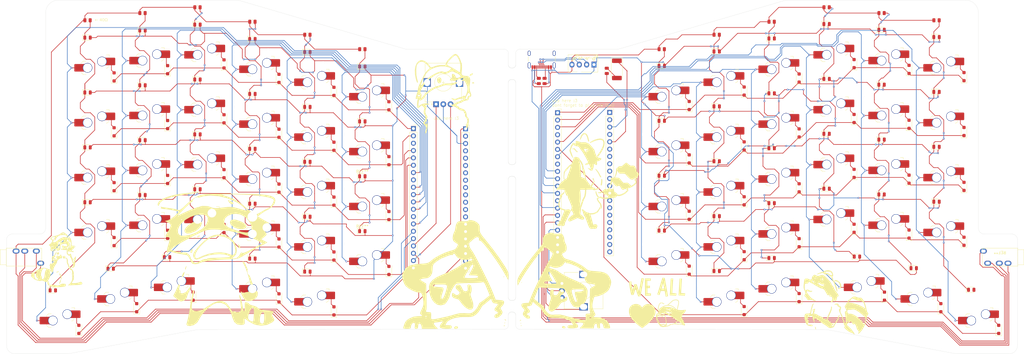
<source format=kicad_pcb>
(kicad_pcb (version 20241229) (generator "pcbnew") (generator_version "9.0")
  (layers (0 "F.Cu" signal) (2 "B.Cu" signal) (13 "F.Paste" user) (15 "B.Paste" user) (5 "F.SilkS" user "F.Silkscreen") (7 "B.SilkS" user "B.Silkscreen") (1 "F.Mask" user) (3 "B.Mask" user) (25 "Edge.Cuts" user))
  (net 0 "")
  (footprint "Connector_USB:USB_C_Receptacle_GCT_USB4105-xx-A_16P_TopMnt_Horizontal" (layer "F.Cu") (at 157.999046 56.5 180)
    (property "Reference" "REF**" (hide yes))
    (property "Value" "USB_C_Receptacle_GCT_USB4105-xx-A_16P_TopMnt_Horizontal" (hide yes))
  )
  (footprint "PCM_marbastlib-choc:SW_choc_v1_HS_CPG135001S30_1u" (layer "F.Cu") (at 77 59.5)
    (property "Reference" "REF**" (hide yes))
    (property "Value" "CPG135001S30")
  )
  (footprint "Resistor_SMD:R_0805_2012Metric" (layer "F.Cu") (at 275.5 41.5 180)
    (property "Reference" "REF**" (hide yes))
    (property "Value" "R_0805_2012Metric" (hide yes))
  )
  (footprint "LED_SMD:LED_0805_2012Metric" (layer "F.Cu") (at 218.499046 92.8)
    (property "Reference" "REF**" (hide yes))
    (property "Value" "LED_0805_2012Metric")
  )
  (footprint "LED_SMD:LED_0805_2012Metric" (layer "F.Cu") (at 77 55)
    (property "Reference" "REF**" (hide yes))
    (property "Value" "LED_0805_2012Metric")
  )
  (footprint "Diode_SMD:D_SOD-123F" (layer "F.Cu") (at 246.999046 102 90)
    (property "Reference" "REF**" (hide yes))
    (property "Value" "D_SOD-123F" (hide yes))
  )
  (footprint "Diode_SMD:D_SOD-123F" (layer "F.Cu") (at -2 151 90)
    (property "Reference" "REF**" (hide yes))
    (property "Value" "D_SOD-123F" (hide yes))
  )
  (footprint "Diode_SMD:D_SOD-123F" (layer "F.Cu") (at 28.686592 118.1 90)
    (property "Reference" "REF**" (hide yes))
    (property "Value" "D_SOD-123F" (hide yes))
  )
  (footprint "LED_SMD:LED_0805_2012Metric" (layer "F.Cu") (at 20 47.5)
    (property "Reference" "REF**" (hide yes))
    (property "Value" "LED_0805_2012Metric")
  )
  (footprint "heidi-paws:heidi-huh.pretty" (layer "F.Cu") (at 45.5 126.5)
    (property "Reference" "G***" (hide yes))
    (property "Value" "LOGO" (hide yes))
  )
  (footprint "Diode_SMD:D_SOD-123F" (layer "F.Cu") (at 10.186592 101.6 90)
    (property "Reference" "REF**" (hide yes))
    (property "Value" "D_SOD-123F" (hide yes))
  )
  (footprint "Diode_SMD:D_SOD-123F" (layer "F.Cu") (at 276.499046 139.5 90)
    (property "Reference" "REF**" (hide yes))
    (property "Value" "D_SOD-123F")
  )
  (footprint "LED_SMD:LED_0805_2012Metric" (layer "F.Cu") (at 58 107.5)
    (property "Reference" "REF**" (hide yes))
    (property "Value" "LED_0805_2012Metric")
  )
  (footprint "LED_SMD:LED_0805_2012Metric" (layer "F.Cu") (at 1 107)
    (property "Reference" "REF**" (hide yes))
    (property "Value" "LED_0805_2012Metric")
  )
  (footprint "LED_SMD:LED_0805_2012Metric" (layer "F.Cu") (at 9 130)
    (property "Reference" "REF**" (hide yes))
    (property "Value" "LED_0805_2012Metric")
  )
  (footprint "PCM_marbastlib-choc:SW_choc_v1_HS_CPG135001S30_1u" (layer "F.Cu") (at 218.499046 78.5)
    (property "Reference" "REF**" (hide yes))
    (property "Value" "CPG135001S30")
  )
  (footprint "Connector_PinSocket_2.54mm:PinSocket_1x20_P2.54mm_Vertical" (layer "F.Cu") (at 131.686592 81.58)
    (property "Reference" "REF**" (hide yes))
    (property "Value" "PinSocket_1x20_P2.54mm_Vertical" (hide yes))
  )
  (footprint "Resistor_SMD:R_0805_2012Metric" (layer "F.Cu") (at 199.5 54 180)
    (property "Reference" "REF**" (hide yes))
    (property "Value" "R_0805_2012Metric" (hide yes))
  )
  (footprint "Diode_SMD:D_SOD-123F" (layer "F.Cu") (at 86.186592 144.6 90)
    (property "Reference" "REF**" (hide yes))
    (property "Value" "D_SOD-123F" (hide yes))
  )
  (footprint "Resistor_SMD:R_0805_2012Metric" (layer "F.Cu") (at 256.5 39.5 180)
    (property "Reference" "REF**" (hide yes))
    (property "Value" "R_0805_2012Metric" (hide yes))
  )
  (footprint "LED_SMD:LED_0805_2012Metric" (layer "F.Cu") (at 96 98)
    (property "Reference" "REF**")
    (property "Value" "LED_0805_2012Metric")
  )
  (footprint "PCM_marbastlib-choc:SW_choc_v1_HS_CPG135001S30_1u" (layer "F.Cu") (at 58 74)
    (property "Reference" "REF**" (hide yes))
    (property "Value" "CPG135001S30")
  )
  (footprint "PCM_marbastlib-choc:SW_choc_v1_HS_CPG135001S30_1u" (layer "F.Cu") (at 237.499046 74)
    (property "Reference" "REF**" (hide yes))
    (property "Value" "CPG135001S30")
  )
  (footprint "heidi-paws:heidi-hug-blahaj.pretty" (layer "F.Cu") (at 177.499046 99.5)
    (property "Reference" "G***" (hide yes))
    (property "Value" "LOGO" (hide yes))
  )
  (footprint "PCM_marbastlib-choc:SW_choc_v1_HS_CPG135001S30_1u" (layer "F.Cu") (at 39 69)
    (property "Reference" "REF**" (hide yes))
    (property "Value" "CPG135001S30")
  )
  (footprint "Resistor_SMD:R_0805_2012Metric" (layer "F.Cu") (at 77 49 180)
    (property "Reference" "REF**" (hide yes))
    (property "Value" "R_0805_2012Metric" (hide yes))
  )
  (footprint "PCM_marbastlib-choc:SW_choc_v1_HS_CPG135001S30_1u" (layer "F.Cu") (at 1 111.5)
    (property "Reference" "REF**" (hide yes))
    (property "Value" "CPG135001S30")
  )
  (footprint "PCM_marbastlib-choc:SW_choc_v1_HS_CPG135001S30_1u" (layer "F.Cu") (at 77 135.5)
    (property "Reference" "REF**" (hide yes))
    (property "Value" "CPG135001S30")
  )
  (footprint "MountingHole:MountingHole_3.2mm_M3_ISO7380" (layer "F.Cu") (at 152.999046 78.5)
    (property "Reference" "REF**" (hide yes))
    (property "Value" "MountingHole_3.2mm_M3_ISO7380" (hide yes))
  )
  (footprint "PCM_marbastlib-choc:SW_choc_v1_HS_CPG135001S30_1u" (layer "F.Cu") (at 275.499046 52)
    (property "Reference" "REF**" (hide yes))
    (property "Value" "CPG135001S30")
  )
  (footprint "PCM_marbastlib-choc:SW_choc_v1_HS_CPG135001S30_1u" (layer "F.Cu") (at 256.499046 50)
    (property "Reference" "REF**" (hide yes))
    (property "Value" "CPG135001S30")
  )
  (footprint "Diode_SMD:D_SOD-123F" (layer "F.Cu") (at 303.999046 63.5 90)
    (property "Reference" "REF**" (hide yes))
    (property "Value" "D_SOD-123F" (hide yes))
  )
  (footprint "Resistor_SMD:R_0805_2012Metric" (layer "F.Cu") (at 20 41.5 180)
    (property "Reference" "REF**" (hide yes))
    (property "Value" "R_0805_2012Metric" (hide yes))
  )
  (footprint "PCM_marbastlib-choc:SW_choc_v1_HS_CPG135001S30_1u" (layer "F.Cu") (at 306.499046 142)
    (property "Reference" "REF**" (hide yes))
    (property "Value" "CPG135001S30")
  )
  (footprint "LED_SMD:LED_0805_2012Metric" (layer "F.Cu") (at 256.499046 83.3)
    (property "Reference" "REF**" (hide yes))
    (property "Value" "LED_0805_2012Metric")
  )
  (footprint "LED_SMD:LED_0805_2012Metric" (layer "F.Cu") (at 294.499046 68.8)
    (property "Reference" "REF**" (hide yes))
    (property "Value" "LED_0805_2012Metric")
  )
  (footprint "LED_SMD:LED_0805_2012Metric" (layer "F.Cu") (at 1 50)
    (property "Reference" "REF**" (hide yes))
    (property "Value" "LED_0805_2012Metric")
  )
  (footprint "PCM_marbastlib-choc:SW_choc_v1_HS_CPG135001S30_1u" (layer "F.Cu") (at 39 107)
    (property "Reference" "REF**" (hide yes))
    (property "Value" "CPG135001S30")
  )
  (footprint "LED_SMD:LED_0805_2012Metric" (layer "F.Cu") (at 20 66.5)
    (property "Reference" "REF**" (hide yes))
    (property "Value" "LED_0805_2012Metric")
  )
  (footprint "Resistor_SMD:R_0805_2012Metric" (layer "F.Cu") (at 218.5 49 180)
    (property "Reference" "REF**" (hide yes))
    (property "Value" "R_0805_2012Metric" (hide yes))
  )
  (footprint "LED_SMD:LED_0805_2012Metric" (layer "F.Cu") (at -11 137.5)
    (property "Reference" "REF**" (hide yes))
    (property "Value" "LED_0805_2012Metric")
  )
  (footprint "Resistor_SMD:R_0805_2012Metric" (layer "F.Cu") (at 1 44 180)
    (property "Reference" "REF**" (hide yes))
    (property "Value" "R_0805_2012Metric" (hide yes))
  )
  (footprint "LED_SMD:LED_0805_2012Metric" (layer "F.Cu") (at 266.999046 125.8)
    (property "Reference" "REF**" (hide yes))
    (property "Value" "LED_0805_2012Metric")
  )
  (footprint "Diode_SMD:D_SOD-123F" (layer "F.Cu") (at 284.999046 118 90)
    (property "Reference" "REF**" (hide yes))
    (property "Value" "D_SOD-123F" (hide yes))
  )
  (footprint "PCM_marbastlib-choc:SW_choc_v1_HS_CPG135001S30_1u" (layer "F.Cu") (at 77 97.5)
    (property "Reference" "REF**" (hide yes))
    (property "Value" "CPG135001S30")
  )
  (footprint "Diode_SMD:D_SOD-123F" (layer "F.Cu") (at 227.999046 106.5 90)
    (property "Reference" "REF**" (hide yes))
    (property "Value" "D_SOD-123F" (hide yes))
  )
  (footprint "LED_SMD:LED_0805_2012Metric" (layer "F.Cu") (at 58 126.5)
    (property "Reference" "REF**" (hide yes))
    (property "Value" "LED_0805_2012Metric")
  )
  (footprint "LED_SMD:LED_0805_2012Metric" (layer "F.Cu") (at 237.499046 69.3)
    (property "Reference" "REF**" (hide yes))
    (property "Value" "LED_0805_2012Metric")
  )
  (footprint "Diode_SMD:D_SOD-123F" (layer "F.Cu") (at 48.186592 59.1 90)
    (property "Reference" "REF**" (hide yes))
    (property "Value" "D_SOD-123F" (hide yes))
  )
  (footprint "Diode_SMD:D_SOD-123F" (layer "F.Cu") (at 295.999046 143.5 90)
    (property "Reference" "REF**" (hide yes))
    (property "Value" "D_SOD-123F")
  )
  (footprint "LED_SMD:LED_0805_2012Metric" (layer "F.Cu") (at 77 93)
    (property "Reference" "REF**" (hide yes))
    (property "Value" "LED_0805_2012Metric")
  )
  (footprint "Connector_PinSocket_2.54mm:PinSocket_1x20_P2.54mm_Vertical" (layer "F.Cu") (at 113.661592 81.48)
    (property "Reference" "REF**" (hide yes))
    (property "Value" "PinSocket_1x20_P2.54mm_Vertical" (hide yes))
  )
  (footprint "LED_SMD:LED_0805_2012Metric" (layer "F.Cu") (at 256.499046 64.3)
    (property "Reference" "REF**" (hide yes))
    (property "Value" "LED_0805_2012Metric")
  )
  (footprint "LED_SMD:LED_0805_2012Metric" (layer "F.Cu") (at 58 88.5)
    (property "Reference" "REF**" (hide yes))
    (property "Value" "LED_0805_2012Metric")
  )
  (footprint "Resistor_SMD:R_0805_2012Metric" (layer "F.Cu") (at 237.5 44.5 180)
    (property "Reference" "REF**" (hide yes))
    (property "Value" "R_0805_2012Metric" (hide yes))
  )
  (footprint "PCM_marbastlib-choc:SW_choc_v1_HS_CPG135001S30_1u" (layer "F.Cu") (at -11 142)
    (property "Reference" "REF**" (hide yes))
    (property "Value" "CPG135001S30")
  )
  (footprint "MountingHole:MountingHole_3.2mm_M3_ISO7380" (layer "F.Cu") (at 303.499046 128)
    (property "Reference" "REF**" (hide yes))
    (property "Value" "MountingHole_3.2mm_M3_ISO7380" (hide yes))
  )
  (footprint "Diode_SMD:D_SOD-123F" (layer "F.Cu") (at 208.999046 92 90)
    (property "Reference" "REF**" (hide yes))
    (property "Value" "D_SOD-123F" (hide yes))
  )
  (footprint "LED_SMD:LED_0805_2012Metric" (layer "F.Cu") (at 237.499046 107.3)
    (property "Reference" "REF**" (hide yes))
    (property "Value" "LED_0805_2012Metric")
  )
  (footprint "Diode_SMD:D_SOD-123F" (layer "F.Cu") (at 105.186592 130.6 90)
    (property "Reference" "REF**" (hide yes))
    (property "Value" "D_SOD-123F" (hide yes))
  )
  (footprint "LED_SMD:LED_0805_2012Metric" (layer "F.Cu") (at 39 64.5)
    (property "Reference" "REF**" (hide yes))
    (property "Value" "LED_0805_2012Metric")
  )
  (footprint "LED_SMD:LED_2512_6332Metric_Pad1.52x3.35mm_HandSolder" (layer "F.Cu") (at 183.999046 61 -90)
    (property "Reference" "REF**" (hide yes))
    (property "Value" "LED_2512_6332Metric_Pad1.52x3.35mm_HandSolder" (hide yes))
  )
  (footprint "Diode_SMD:D_SOD-123F" (layer "F.Cu") (at 208.999046 111.5 90)
    (property "Reference" "REF**" (hide yes))
    (property "Value" "D_SOD-123F" (hide yes))
  )
  (footprint "Resistor_SMD:R_0805_2012Metric" (layer "F.Cu") (at 96 54 180)
    (property "Reference" "REF**" (hide yes))
    (property "Value" "R_0805_2012Metric" (hide yes))
  )
  (footprint "Connector_PinSocket_2.54mm:PinSocket_1x20_P2.54mm_Vertical" (layer "F.Cu") (at 181.524046 75.9)
    (property "Reference" "REF**" (hide yes))
    (property "Value" "PinSocket_1x20_P2.54mm_Vertical" (hide yes))
  )
  (footprint "LED_SMD:LED_0805_2012Metric" (layer "F.Cu") (at 96 60)
    (property "Reference" "REF**" (hide yes))
    (property "Value" "LED_0805_2012Metric")
  )
  (footprint "Diode_SMD:D_SOD-123F" (layer "F.Cu") (at 48.186592 78.1 90)
    (property "Reference" "REF**" (hide yes))
    (property "Value" "D_SOD-123F" (hide yes))
  )
  (footprint "LED_SMD:LED_0805_2012Metric" (layer "F.Cu") (at 275.499046 66.3)
    (property "Reference" "REF**" (hide yes))
    (property "Value" "LED_0805_2012Metric")
  )
  (footprint "Diode_SMD:D_SOD-123F" (layer "F.Cu") (at 67.186592 140.1 90)
    (property "Reference" "REF**" (hide yes))
    (property "Value" "D_SOD-123F" (hide yes))
  )
  (footprint "LED_SMD:LED_0805_2012Metric" (layer "F.Cu") (at 237.499046 126.3)
    (property "Reference" "REF**" (hide yes))
    (property "Value" "LED_0805_2012Metric")
  )
  (footprint "LED_SMD:LED_0805_2012Metric" (layer "F.Cu") (at 77 131)
    (property "Reference" "REF**" (hide yes))
    (property "Value" "LED_0805_2012Metric")
  )
  (footprint "Diode_SMD:D_SOD-123F" (layer "F.Cu") (at 10.186592 120.6 90)
    (property "Reference" "REF**" (hide yes))
    (property "Value" "D_SOD-123F" (hide yes))
  )
  (footprint "Diode_SMD:D_SOD-123F" (layer "F.Cu") (at 67.186592 102.1 90)
    (property "Reference" "REF**" (hide yes))
    (property "Value" "D_SOD-123F" (hide yes))
  )
  (footprint "PCM_marbastlib-choc:SW_choc_v1_HS_CPG135001S30_1u" (layer "F.Cu") (at 1 54.5)
    (property "Reference" "REF**" (hide yes))
    (property "Value" "CPG135001S30")
  )
  (footprint "Diode_SMD:D_SOD-123F" (layer "F.Cu") (at 28.686592 61.1 90)
    (property "Reference" "REF**" (hide yes))
    (property "Value" "D_SOD-123F" (hide yes))
  )
  (footprint "PCM_marbastlib-xp-various:CON_MJ-4PP-9" (layer "F.Cu") (at -20.95 126)
    (property "Reference" "REF**" (hide yes))
    (property "Value" "MJ-4PP-9")
  )
  (footprint "PCM_marbastlib-choc:SW_choc_v1_HS_CPG135001S30_1u" (layer "F.Cu") (at 275.499046 109)
    (property "Reference" "REF**" (hide yes))
    (property "Value" "CPG135001S30")
  )
  (footprint "heidi-paws:heidi-pf.pretty" (layer "F.Cu") (at -9 126.5)
    (property "Reference" "G***")
    (property "Value" "LOGO" (hide yes))
  )
  (footprint "PCM_marbastlib-choc:SW_choc_v1_HS_CPG135001S30_1u" (layer "F.Cu") (at 58 131)
    (property "Reference" "REF**" (hide yes))
    (property "Value" "CPG135001S30")
  )
  (footprint "LED_SMD:LED_0805_2012Metric" (layer "F.Cu") (at 20 85.5)
    (property "Reference" "REF**" (hide yes))
    (property "Value" "LED_0805_2012Metric")
  )
  (footprint "LED_SMD:LED_0805_2012Metric" (layer "F.Cu") (at 294.499046 106.8)
    (property "Reference" "REF**" (hide yes))
    (property "Value" "LED_0805_2012Metric")
  )
  (footprint "PCM_marbastlib-choc:SW_choc_v1_HS_CPG135001S30_1u" (layer "F.Cu") (at 275.499046 90)
    (property "Reference" "REF**" (hide yes))
    (property "Value" "CPG135001S30")
  )
  (footprint "heidi-paws:we-all-love-heidi.pretty" (layer "F.Cu") (at 197.999046 141.5)
    (property "Reference" "G***" (hide yes))
    (property "Value" "LOGO" (hide yes))
  )
  (footprint "PCM_marbastlib-various:mousebites_2.5mm" (layer "F.Cu") (at 149 96)
    (property "Reference" "REF**" (hide yes))
    (property "Value" "mousebites 2mm" (hide yes))
    (fp_line (start -1.5 -2) (end -1 -2) (stroke (width 0.08)) (layer "Edge.Cuts"))
    (fp_line (start -1 2) (end -1.5 2) (stroke (width 0.08)) (layer "Edge.Cuts"))
    (fp_arc (start -2.5 3) (mid -2.207108 2.292895) (end -1.500003 2.000003) (stroke (width 0.08)) (layer "Edge.Cuts"))
    (fp_arc (start -1.5 -2) (mid -2.207105 -2.292892) (end -2.499997 -2.999997) (stroke (width 0.08)) (layer "Edge.Cuts"))
    (fp_arc (start -1 2) (mid -0.292895 2.292892) (end -0.000003 2.999997) (stroke (width 0.08)) (layer "Edge.Cuts"))
    (fp_arc (start 0 -3) (mid -0.292892 -2.292895) (end -0.999997 -2.000003) (stroke (width 0.08)) (layer "Edge.Cuts"))
  )
  (footprint "LED_SMD:LED_0805_2012Metric" (layer "F.Cu") (at 294.499046 49.8)
    (property "Reference" "REF**" (hide yes))
    (property "Value" "LED_0805_2012Metric")
  )
  (footprint "Diode_SMD:D_SOD-123F" (layer "F.Cu") (at 86.186592 106.6 90)
    (property "Reference" "REF**" (hide yes))
    (property "Value" "D_SOD-123F" (hide yes))
  )
  (footprint "heidi-paws:heidi-yap.pretty" (layer "F.Cu") (at 123.5 68)
    (property "Reference" "G***" (hide yes))
    (property "Value" "LOGO" (hide yes))
  )
  (footprint "PCM_marbastlib-choc:SW_choc_v1_HS_CPG135001S30_1u" (layer "F.Cu") (at 199.499046 64.5)
    (property "Reference" "REF**" (hide yes))
    (property "Value" "CPG135001S30")
  )
  (footprint "PCM_marbastlib-choc:SW_choc_v1_HS_CPG135001S30_1u" (layer "F.Cu") (at 20 109)
    (property "Reference" "REF**" (hide yes))
    (property "Value" "CPG135001S30")
  )
  (footprint "heidi-paws:heidi-paws.pretty" (layer "F.Cu") (at 167.213454 132.984281)
    (property "Reference" "G***" (hide yes))
    (property "Value" "LOGO" (hide yes))
  )
  (footprint "PCM_marbastlib-choc:SW_choc_v1_HS_CPG135001S30_1u" (layer "F.Cu") (at 96 102.5)
    (property "Reference" "REF**" (hide yes))
    (property "Value" "CPG135001S30")
  )
  (footprint "PCM_marbastlib-choc:SW_choc_v1_HS_CPG135001S30_1u" (layer "F.Cu") (at 39 88)
    (property "Reference" "REF**" (hide yes))
    (property "Value" "CPG135001S30")
  )
  (footprint "PCM_marbastlib-choc:SW_choc_v1_HS_CPG135001S30_1u" (layer "F.Cu") (at 256.499046 107)
    (property "Reference" "REF**" (hide yes))
    (property "Value" "CPG135001S30")
  )
  (footprint "Diode_SMD:D_SOD-123F" (layer "F.Cu") (at 246.999046 83 90)
    (property "Reference" "REF**" (hide yes))
    (property "Value" "D_SOD-123F" (hide yes))
  )
  (footprint "LED_SMD:LED_0805_2012Metric" (layer "F.Cu") (at 306.499046 137.3)
    (property "Reference" "REF**" (hide yes))
    (property "Value" "LED_0805_2012Metric")
  )
  (footprint "PCM_marbastlib-choc:SW_choc_v1_HS_CPG135001S30_1u" (layer "F.Cu") (at 58 55)
    (property "Reference" "REF**" (hide yes))
    (property "Value" "CPG135001S30")
  )
  (footprint "MountingHole:MountingHole_3.2mm_M3_ISO7380" (layer "F.Cu") (at 303.999046 41.5)
    (property "Reference" "REF**" (hide yes))
    (property "Value" "MountingHole_3.2mm_M3_ISO7380" (hide yes))
  )
  (footprint "Resistor_SMD:R_0805_2012Metric" (layer "F.Cu") (at 158.999046 65 90)
    (property "Reference" "REF**" (hide yes))
    (property "Value" "R_0805_2012Metric" (hide yes))
  )
  (footprint "LED_SMD:LED_0805_2012Metric" (layer "F.Cu") (at 237.499046 50.3)
    (property "Reference" "REF**" (hide yes))
    (property "Value" "LED_0805_2012Metric")
  )
  (footprint "MountingHole:MountingHole_3.2mm_M3_ISO7380" (layer "F.Cu") (at 184.499046 138.5)
    (property "Reference" "REF**" (hide yes))
    (property "Value" "MountingHole_3.2mm_M3_ISO7380" (hide yes))
  )
  (footprint "Diode_SMD:D_SOD-123F" (layer "F.Cu") (at 67.186592 121.1 90)
    (property "Reference" "REF**" (hide yes))
    (property "Value" "D_SOD-123F" (hide yes))
  )
  (footprint "Diode_SMD:D_SOD-123F" (layer "F.Cu") (at 86.186592 125.6 90)
    (property "Reference" "REF**" (hide yes))
    (property "Value" "D_SOD-123F" (hide yes))
  )
  (footprint "Diode_SMD:D_SOD-123F" (layer "F.Cu") (at 208.999046 130.5 90)
    (property "Reference" "REF**" (hide yes))
    (property "Value" "D_SOD-123F" (hide yes))
  )
  (footprint "Diode_SMD:D_SOD-123F" (layer "F.Cu") (at 48.186592 97.1 90)
    (property "Reference" "REF**" (hide yes))
    (property "Value" "D_SOD-123F" (hide yes))
  )
  (footprint "PCM_marbastlib-choc:SW_choc_v1_HS_CPG135001S30_1u" (layer "F.Cu") (at 275.499046 71)
    (property "Reference" "REF**" (hide yes))
    (property "Value" "CPG135001S30")
  )
  (footprint "Diode_SMD:D_SOD-123F" (layer "F.Cu") (at 227.999046 125.5 90)
    (property "Reference" "REF**" (hide yes))
    (property "Value" "D_SOD-123F" (hide yes))
  )
  (footprint "PCM_marbastlib-choc:SW_choc_v1_HS_CPG135001S30_1u" (layer "F.Cu") (at 218.499046 116.5)
    (property "Reference" "REF**" (hide yes))
    (property "Value" "CPG135001S30")
  )
  (footprint "LED_SMD:LED_0805_2012Metric" (layer "F.Cu") (at 58 69.5)
    (property "Reference" "REF**" (hide yes))
    (property "Value" "LED_0805_2012Metric")
  )
  (footprint "Diode_SMD:D_SOD-123F" (layer "F.Cu") (at 284.999046 61 90)
    (property "Reference" "REF**" (hide yes))
    (property "Value" "D_SOD-123F" (hide yes))
  )
  (footprint "LED_SMD:LED_0805_2012Metric" (layer "F.Cu") (at 218.499046 54.8)
    (property "Reference" "REF**" (hide yes))
    (property "Value" "LED_0805_2012Metric")
  )
  (footprint "PCM_marbastlib-choc:SW_choc_v1_HS_CPG135001S30_1u" (layer "F.Cu") (at 20 90)
    (property "Reference" "REF**" (hide yes))
    (property "Value" "CPG135001S30")
  )
  (footprint "Diode_SMD:D_SOD-123F" (layer "F.Cu") (at 284.999046 99 90)
    (property "Reference" "REF**" (hide yes))
    (property "Value" "D_SOD-123F" (hide yes))
  )
  (footprint "Diode_SMD:D_SOD-123F" (layer "F.Cu") (at 67.186592 64.1 90)
    (property "Reference" "REF**" (hide yes))
    (property "Value" "D_SOD-123F" (hide yes))
  )
  (footprint "PCM_marbastlib-choc:SW_choc_v1_HS_CPG135001S30_1u" (layer "F.Cu") (at 256.499046 69)
    (property "Reference" "REF**" (hide yes))
    (property "Value" "CPG135001S30")
  )
  (footprint "Diode_SMD:D_SOD-123F" (layer "F.Cu") (at 227.999046 87.5 90)
    (property "Reference" "REF**" (hide yes))
    (property "Value" "D_SOD-123F" (hide yes))
  )
  (footprint "PCM_marbastlib-choc:SW_choc_v1_HS_CPG135001S30_1u" (layer "F.Cu") (at 58 112)
    (property "Reference" "REF**" (hide yes))
    (property "Value" "CPG135001S30")
  )
  (footprint "Connector_PinSocket_2.54mm:PinSocket_1x20_P2.54mm_Vertical" (layer "F.Cu") (at 163.499046 76)
    (property "Reference" "REF**" (hide yes))
    (property "Value" "PinSocket_1x20_P2.54mm_Vertical" (hide yes))
  )
  (footprint "heidi-paws:heidi-paws-right.pretty" (layer "F.Cu") (at 126.593187 130.747319)
    (property "Reference" "G***" (hide yes))
    (property "Value" "LOGO" (hide yes))
  )
  (footprint "LED_SMD:LED_0805_2012Metric" (layer "F.Cu") (at 237.499046 88.3)
    (property "Reference" "REF**" (hide yes))
    (property "Value" "LED_0805_2012Metric")
  )
  (footprint "PCM_marbastlib-choc:SW_choc_v1_HS_CPG135001S30_1u" (layer "F.Cu") (at 218.499046 97.5)
    (property "Reference" "REF**" (hide yes))
    (property "Value" "CPG135001S30")
  )
  (footprint "PCM_marbastlib-choc:SW_choc_v1_HS_CPG135001S30_1u" (layer "F.Cu") (at 199.499046 102.5)
    (property "Reference" "REF**" (hide yes))
    (property "Value" "CPG135001S30")
  )
  (footprint "PCM_marbastlib-choc:SW_choc_v1_HS_CPG135001S30_1u" (layer "F.Cu") (at 286.608655 134.517185)
    (property "Reference" "REF**" (hide yes))
    (property "Value" "CPG135001S30")
  )
  (footprint "PCM_marbastlib-choc:SW_choc_v1_HS_CPG135001S30_1u" (layer "F.Cu") (at 199.499046 83.5)
    (property "Reference" "REF**" (hide yes))
    (property "Value" "CPG135001S30")
  )
  (footprint "Resistor_SMD:R_0805_2012Metric" (layer "F.Cu") (at 156.999046 65 90)
    (property "Reference" "REF**" (hide yes))
    (property "Value" "R_0805_2012Metric" (hide yes))
  )
  (footprint "PCM_marbastlib-choc:SW_choc_v1_HS_CPG135001S30_1u" (layer "F.Cu") (at 1 73.5)
    (property "Reference" "REF**" (hide yes))
    (property "Value" "CPG135001S30")
  )
  (footprint "PCM_marbastlib-choc:SW_choc_v1_HS_CPG135001S30_1u" (layer "F.Cu") (at 218.499046 135.5)
    (property "Reference" "REF**" (hide yes))
    (property "Value" "CPG135001S30")
  )
  (footprint "LED_SMD:LED_0805_2012Metric" (layer "F.Cu") (at 294.499046 87.8)
    (property "Reference" "REF**" (hide yes))
    (property "Value" "LED_0805_2012Metric")
  )
  (footprint "LED_SMD:LED_0805_2012Metric" (layer "F.Cu") (at 275.499046 85.3)
    (property "Reference" "REF**" (hide yes))
    (property "Value" "LED_0805_2012Metric")
  )
  (footprint "PCM_marbastlib-choc:SW_choc_v1_HS_CPG135001S30_1u" (layer "F.Cu") (at 39 50)
    (property "Reference" "REF**" (hide yes))
    (property "Value" "CPG135001S30")
  )
  (footprint "Diode_SMD:D_SOD-123F" (layer "F.Cu") (at 246.999046 140 90)
    (property "Reference" "REF**" (hide yes))
    (property "Value" "D_SOD-123F" (hide yes))
  )
  (footprint "Rotary_Encoder:RotaryEncoder_Alps_EC12E_Vertical_H20mm" (layer "F.Cu") (at 164.999046 135.1)
    (property "Reference" "REF**" (hide yes))
    (property "Value" "RotaryEncoder_Alps_EC12E_Vertical_H20mm" (hide yes))
  )
  (footprint "PCM_marbastlib-choc:SW_choc_v1_HS_CPG135001S30_1u" (layer "F.Cu") (at 237.499046 112)
    (property "Reference" "REF**" (hide yes))
    (property "Value" "CPG135001S30")
  )
  (footprint "PCM_marbastlib-choc:SW_choc_v1_HS_CPG135001S30_1u" (layer "F.Cu") (at 199.499046 121.5)
    (property "Reference" "REF**" (hide yes))
    (property "Value" "CPG135001S30")
  )
  (footprint "LED_SMD:LED_0805_2012Metric" (layer "F.Cu") (at 256.499046 45.3)
    (property "Reference" "REF**" (hide yes))
    (property "Value" "LED_0805_2012Metric")
  )
  (footprint "PCM_marbastlib-various:mousebites_2.5mm" (layer "F.Cu") (at 149 62.5)
    (property "Reference" "REF**" (hide yes))
    (property "Value" "mousebites 2mm" (hide yes))
    (fp_line (start -1.5 -2) (end -1 -2) (stroke (width 0.08)) (layer "Edge.Cuts"))
    (fp_line (start -1 2) (end -1.5 2) (stroke (width 0.08)) (layer "Edge.Cuts"))
    (fp_arc (start -2.5 3) (mid -2.207108 2.292895) (end -1.500003 2.000003) (stroke (width 0.08)) (layer "Edge.Cuts"))
    (fp_arc (start -1.5 -2) (mid -2.207105 -2.292892) (end -2.499997 -2.999997) (stroke (width 0.08)) (layer "Edge.Cuts"))
    (fp_arc (start -1 2) (mid -0.292895 2.292892) (end -0.000003 2.999997) (stroke (width 0.08)) (layer "Edge.Cuts"))
    (fp_arc (start 0 -3) (mid -0.292892 -2.292895) (end -0.999997 -2.000003) (stroke (width 0.08)) (layer "Edge.Cuts"))
  )
  (footprint "PCM_marbastlib-choc:SW_choc_v1_HS_CPG135001S30_1u" (layer "F.Cu") (at 77 116.5)
    (property "Reference" "REF**" (hide yes))
    (property "Value" "CPG135001S30")
  )
  (footprint "Diode_SMD:D_SOD-123F" (layer "F.Cu") (at 10.186592 63.6 90)
    (property "Reference" "REF**" (hide yes))
    (property "Value" "D_SOD-123F" (hide yes))
  )
  (footprint "PCM_marbastlib-choc:SW_choc_v1_HS_CPG135001S30_1u" (layer "F.Cu") (at 294.499046 54.5)
    (property "Reference" "REF**" (hide yes))
    (property "Value" "CPG135001S30")
  )
  (footprint "Diode_SMD:D_SOD-123F" (layer "F.Cu") (at 284.999046 80 90)
    (property "Reference" "REF**" (hide yes))
    (property "Value" "D_SOD-123F" (hide yes))
  )
  (footprint "LED_SMD:LED_0805_2012Metric" (layer "F.Cu") (at 96 117)
    (property "Reference" "REF**")
    (property "Value" "LED_0805_2012Metric")
  )
  (footprint "LED_SMD:LED_0805_2012Metric" (layer "F.Cu") (at 96 79)
    (property "Reference" "REF**" (hide yes))
    (property "Value" "LED_0805_2012Metric")
  )
  (footprint "Diode_SMD:D_SOD-123F" (layer "F.Cu") (at 265.999046 116 90)
    (property "Reference" "REF**" (hide yes))
    (property "Value" "D_SOD-123F" (hide yes))
  )
  (footprint "Diode_SMD:D_SOD-123F" (layer "F.Cu") (at 86.186592 87.6 90)
    (property "Reference" "REF**" (hide yes))
    (property "Value" "D_SOD-123F" (hide yes))
  )
  (footprint "Diode_SMD:D_SOD-123F" (layer "F.Cu") (at 227.999046 68.5 90)
    (property "Reference" "REF**" (hide yes))
    (property "Value" "D_SOD-123F" (hide yes))
  )
  (footprint "PCM_marbastlib-choc:SW_choc_v1_HS_CPG135001S30_1u" (layer "F.Cu") (at 266.999046 130.5)
    (property "Reference" "REF**" (hide yes))
    (property "Value" "CPG135001S30")
  )
  (footprint "PCM_marbastlib-choc:SW_choc_v1_HS_CPG135001S30_1u" (layer "F.Cu") (at 20 52)
    (property "Reference" "REF**" (hide yes))
    (property "Value" "CPG135001S30")
  )
  (footprint "LED_SMD:LED_0805_2012Metric" (layer "F.Cu") (at 218.499046 111.8)
    (property "Reference" "REF**" (hide yes))
    (property "Value" "LED_0805_2012Metric")
  )
  (footprint "Resistor_SMD:R_0805_2012Metric" (layer "F.Cu") (at 58 44.5 180)
    (property "Reference" "REF**" (hide yes))
    (property "Value" "R_0805_2012Metric" (hide yes))
  )
  (footprint "PCM_marbastlib-choc:SW_choc_v1_HS_CPG135001S30_1u" (layer "F.Cu") (at 1 92.5)
    (property "Reference" "REF**" (hide yes))
    (property "Value" "CPG135001S30")
  )
  (footprint "PCM_marbastlib-choc:SW_choc_v1_HS_CPG135001S30_1u" (layer "F.Cu") (at 256.499046 88)
    (property "Reference" "REF**" (hide yes))
    (property "Value" "CPG135001S30")
  )
  (footprint "Diode_SMD:D_SOD-123F" (layer "F.Cu") (at 265.999046 97 90)
    (property "Reference" "REF**" (hide yes))
    (property "Value" "D_SOD-123F" (hide yes))
  )
  (footprint "LED_SMD:LED_0805_2012Metric" (layer "F.Cu") (at 218.499046 73.8)
    (property "Reference" "REF**" (hide yes))
    (property "Value" "LED_0805_2012Metric")
  )
  (footprint "LED_SMD:LED_0805_2012Metric" (layer "F.Cu") (at 39 102.5)
    (property "Reference" "REF**" (hide yes))
    (property "Value" "LED_0805_2012Metric")
  )
  (footprint "PCM_marbastlib-choc:SW_choc_v1_HS_CPG135001S30_1u" (layer "F.Cu") (at 237.499046 93)
    (property "Reference" "REF**" (hide yes))
    (property "Value" "CPG135001S30")
  )
  (footprint "PCM_marbastlib-choc:SW_choc_v1_HS_CPG135001S30_1u" (layer "F.Cu") (at 294.499046 92.5)
    (property "Reference" "REF**" (hide yes))
    (property "Value" "CPG135001S30")
  )
  (footprint "LED_SMD:LED_0805_2012Metric" (layer "F.Cu") (at 28.5 126)
    (property "Reference" "REF**" (hide yes))
    (property "Value" "LED_0805_2012Metric")
  )
  (footprint "Resistor_SMD:R_0805_2012Metric" (layer "F.Cu") (at 39 39.5 180)
    (property "Reference" "REF**" (hide yes))
    (property "Value" "R_0805_2012Metric" (hide yes))
  )
  (footprint "PCM_marbastlib-choc:SW_choc_v1_HS_CPG135001S30_1u" (layer "F.Cu") (at 20 71)
    (property "Reference" "REF**" (hide yes))
    (property "Value" "CPG135001S30")
  )
  (footprint "LED_SMD:LED_0805_2012Metric" (layer "F.Cu") (at 20 104.5)
    (property "Reference" "REF**" (hide yes))
    (property "Value" "LED_0805_2012Metric")
  )
  (footprint "Diode_SMD:D_SOD-123F" (layer "F.Cu") (at 246.999046 64 90)
    (property "Reference" "REF**" (hide yes))
    (property "Value" "D_SOD-123F")
  )
  (footprint "PCM_marbastlib-choc:SW_choc_v1_HS_CPG135001S30_1u" (layer "F.Cu") (at 218.499046 59.5)
    (property "Reference" "REF**" (hide yes))
    (property "Value" "CPG135001S30")
  )
  (footprint "LED_SMD:LED_0805_2012Metric" (layer "F.Cu") (at 256.499046 102.3)
    (property "Reference" "REF**" (hide yes))
    (property "Value" "LED_0805_2012Metric")
  )
  (footprint "PCM_marbastlib-choc:SW_choc_v1_HS_CPG135001S30_1u" (layer "F.Cu") (at 294.499046 73.5)
    (property "Reference" "REF**" (hide yes))
    (property "Value" "CPG135001S30")
  )
  (footprint "PCM_marbastlib-choc:SW_choc_v1_HS_CPG135001S30_1u" (layer "F.Cu") (at 96 64.5)
    (property "Reference" "REF**" (hide yes))
    (property "Value" "CPG135001S30")
  )
  (footprint "LED_SMD:LED_0805_2012Metric" (layer "F.Cu") (at 39 83.5)
    (property "Reference" "REF**" (hide yes))
    (property "Value" "LED_0805_2012Metric")
  )
  (footprint "Diode_SMD:D_SOD-123F" (layer "F.Cu") (at 265.999046 59 90)
    (property "Reference" "REF**" (hide yes))
    (property "Value" "D_SOD-123F" (hide yes))
  )
  (footprint "LED_SMD:LED_0805_2012Metric" (layer "F.Cu") (at 275.499046 47.3)
    (property "Reference" "REF**" (hide yes))
    (property "Value" "LED_0805_2012Metric")
  )
  (footprint "LED_SMD:LED_0805_2012Metric" (layer "F.Cu") (at 1 69)
    (property "Reference" "REF**" (hide yes))
    (property "Value" "LED_0805_2012Metric")
  )
  (footprint "Resistor_SMD:R_0805_2012Metric" (layer "F.Cu") (at 180.499046 61.5 90)
    (property "Reference" "REF**" (hide yes))
    (property "Value" "R_0805_2012Metric" (hide yes))
  )
  (footprint "Diode_SMD:D_SOD-123F" (layer "F.Cu") (at 28.686592 80.1 90)
    (property "Reference" "REF**" (hide yes))
    (property "Value" "D_SOD-123F" (hide yes))
  )
  (footprint "Diode_SMD:D_SOD-123F" (layer "F.Cu") (at 303.999046 82.5 90)
    (property "Reference" "REF**" (hide yes))
    (property "Value" "D_SOD-123F" (hide yes))
  )
  (footprint "LED_SMD:LED_0805_2012Metric" (layer "F.Cu") (at 275.499046 104.3)
    (property "Reference" "REF**" (hide yes))
    (property "Value" "LED_0805_2012Metric")
  )
  (footprint "LED_SMD:LED_0805_2012Metric" (layer "F.Cu") (at 286.608655 129.817185)
    (property "Reference" "REF**" (hide yes))
    (property "Value" "LED_0805_2012Metric")
  )
  (footprint "LED_SMD:LED_0805_2012Metric" (layer "F.Cu") (at 199.499046 59.8)
    (property "Reference" "REF**" (hide yes))
    (property "Value" "LED_0805_2012Metric")
  )
  (footprint "LED_SMD:LED_0805_2012Metric" (layer "F.Cu") (at 199.499046 78.8)
    (property "Reference" "REF**" (hide yes))
    (property "Value" "LED_0805_2012Metric")
  )
  (footprint "Diode_SMD:D_SOD-123F" (layer "F.Cu") (at 246.999046 121 90)
    (property "Reference" "REF**" (hide yes))
    (property "Value" "D_SOD-123F" (hide yes))
  )
  (footprint "Diode_SMD:D_SOD-123F" (layer "F.Cu") (at 227.999046 144.5 90)
    (property "Reference" "REF**" (hide yes))
    (property "Value" "D_SOD-123F" (hide yes))
  )
  (footprint "LED_SMD:LED_0805_2012Metric" (layer "F.Cu") (at 39 45.5)
    (property "Reference" "REF**" (hide yes))
    (property "Value" "LED_0805_2012Metric")
  )
  (footprint "LED_SMD:LED_0805_2012Metric" (layer "F.Cu") (at 199.499046 116.8)
    (property "Reference" "REF**" (hide yes))
    (property "Value" "LED_0805_2012Metric")
  )
  (footprint "LED_SMD:LED_0805_2012Metric" (layer "F.Cu") (at 1 88)
    (property "Reference" "REF**" (hide yes))
    (property "Value" "LED_0805_2012Metric")
  )
  (footprint "LED_SMD:LED_0805_2012Metric" (layer "F.Cu") (at 218.499046 130.8)
    (property "Reference" "REF**" (hide yes))
    (property "Value" "LED_0805_2012Metric")
  )
  (footprint "LED_SMD:LED_0805_2012Metric" (layer "F.Cu") (at 77 112)
    (property "Reference" "REF**" (hide yes))
    (property "Value" "LED_0805_2012Metric")
  )
  (footprint "Diode_SMD:D_SOD-123F" (layer "F.Cu") (at 37.5 139.5 90)
    (property "Reference" "REF**" (hide yes))
    (property "Value" "D_SOD-123F" (hide yes))
  )
  (footprint "PCM_marbastlib-choc:SW_choc_v1_HS_CPG135001S30_1u" (layer "F.Cu") (at 294.499046 111.5)
    (property "Reference" "REF**" (hide yes))
    (property "Value" "CPG135001S30")
  )
  (footprint "Diode_SMD:D_SOD-123F" (layer "F.Cu") (at 28.686592 99.1 90)
    (property "Reference" "REF**" (hide yes))
    (property "Value" "D_SOD-123F" (hide yes))
  )
  (footprint "Diode_SMD:D_SOD-123F" (layer "F.Cu") (at 208.999046 73.5 90)
    (property "Reference" "REF**" (hide yes))
    (property "Value" "D_SOD-123F" (hide yes))
  )
  (footprint "PCM_marbastlib-choc:SW_choc_v1_HS_CPG135001S30_1u" (layer "F.Cu") (at 96 121.5)
    (property "Reference" "REF**" (hide yes))
    (property "Value" "CPG135001S30")
  )
  (footprint "Connector:FanPinHeader_1x04_P2.54mm_Vertical" (layer "F.Cu") (at 176.079046 59.34 180)
    (property "Reference" "REF**" (hide yes))
    (property "Value" "FanPinHeader_1x04_P2.54mm_Vertical" (hide yes))
  )
  (footprint "PCM_marbastlib-various:mousebites_2.5mm" (layer "F.Cu") (at 149 143)
    (property "Reference" "REF**" (hide yes))
    (property "Value" "mousebites 2mm" (hide yes))
    (fp_line (start -1.5 -2) (end -1 -2) (stroke (width 0.08)) (layer "Edge.Cuts"))
    (fp_line (start -1 2) (end -1.5 2) (stroke (width 0.08)) (layer "Edge.Cuts"))
    (fp_arc (start -2.5 3) (mid -2.207108 2.292895) (end -1.500003 2.000003) (stroke (width 0.08)) (layer "Edge.Cuts"))
    (fp_arc (start -1.5 -2) (mid -2.207105 -2.292892) (end -2.499997 -2.999997) (stroke (width 0.08)) (layer "Edge.Cuts"))
    (fp_arc (start -1 2) (mid -0.292895 2.292892) (end -0.000003 2.999997) (stroke (width 0.08)) (layer "Edge.Cuts"))
    (fp_arc (start 0 -3) (mid -0.292892 -2.292895) (end -0.999997 -2.000003) (stroke (width 0.08)) (layer "Edge.Cuts"))
  )
  (footprint "Diode_SMD:D_SOD-123F" (layer "F.Cu") (at 10.186592 82.6 90)
    (property "Reference" "REF**" (hide yes))
    (property "Value" "D_SOD-123F" (hide yes))
  )
  (footprint "LED_SMD:LED_0805_2012Metric" (layer "F.Cu") (at 77 74)
    (property "Reference" "REF**" (hide yes))
    (property "Value" "LED_0805_2012Metric")
  )
  (footprint "Diode_SMD:D_SOD-123F" (layer "F.Cu") (at 86.186592 68.6 90)
    (property "Reference" "REF**" (hide yes))
    (property "Value" "D_SOD-123F" (hide yes))
  )
  (footprint "Diode_SMD:D_SOD-123F" (layer "F.Cu") (at 105.186592 92.6 90)
    (property "Reference" "REF**" (hide yes))
    (property "Value" "D_SOD-123F" (hide yes))
  )
  (footprint "Diode_SMD:D_SOD-123F" (layer "F.Cu") (at 303.999046 120.5 90)
    (property "Reference" "REF**" (hide yes))
    (property "Value" "D_SOD-123F" (hide yes))
  )
  (footprint "PCM_marbastlib-choc:SW_choc_v1_HS_CPG135001S30_1u" (layer "F.Cu") (at 58 93)
    (property "Reference" "REF**" (hide yes))
    (property "Value" "CPG135001S30")
  )
  (footprint "Diode_SMD:D_SOD-123F" (layer "F.Cu") (at 105.186592 111.6 90)
    (property "Reference" "REF**" (hide yes))
    (property "Value" "D_SOD-123F" (hide yes))
  )
  (footprint "PCM_marbastlib-choc:SW_choc_v1_HS_CPG135001S30_1u" (layer "F.Cu") (at 96 83.5)
    (property "Reference" "REF**" (hide yes))
    (property "Value" "CPG135001S30")
  )
  (footprint "Diode_SMD:D_SOD-123F" (layer "F.Cu") (at 105.186592 73.6 90)
    (property "Reference" "REF**" (hide yes))
    (property "Value" "D_SOD-123F" (hide yes))
  )
  (footprint "Diode_SMD:D_SOD-123F" (layer "F.Cu") (at 18 143.5 90)
    (property "Reference" "REF**" (hide yes))
    (property "Value" "D_SOD-123F" (hide yes))
  )
  (footprint "PCM_marbastlib-choc:SW_choc_v1_HS_CPG135001S30_1u" (layer "F.Cu") (at 77 78.5)
    (property "Reference" "REF**" (hide yes))
    (property "Value" "CPG135001S30")
  )
  (footprint "PCM_marbastlib-choc:SW_choc_v1_HS_CPG135001S30_1u" (layer "F.Cu") (at 28.5 130.5)
    (property "Reference" "REF**" (hide yes))
    (property "Value" "CPG135001S30")
  )
  (footprint "Diode_SMD:D_SOD-123F" (layer "F.Cu") (at 265.999046 78 90)
    (property "Reference" "REF**" (hide yes))
    (property "Value" "D_SOD-123F" (hide yes))
  )
  (footprint "PCM_marbastlib-choc:SW_choc_v1_HS_CPG135001S30_1u" (layer "F.Cu") (at 237.499046 131)
    (property "Reference" "REF**" (hide yes))
    (property "Value" "CPG135001S30")
  )
  (footprint "Resistor_SMD:R_0805_2012Metric" (layer "F.Cu") (at 294.5 44 180)
    (property "Reference" "REF**" (hide yes))
    (property "Value" "R_0805_2012Metric" (hide yes))
  )
  (footprint "Diode_SMD:D_SOD-123F" (layer "F.Cu") (at 303.999046 101.5 90)
    (property "Reference" "REF**" (hide yes))
    (property "Value" "D_SOD-123F" (hide yes))
  )
  (footprint "LED_SMD:LED_0805_2012Metric" (layer "F.Cu") (at 199.499046 97.8)
    (property "Reference" "REF**" (hide yes))
    (property "Value" "LED_0805_2012Metric")
  )
  (footprint "Diode_SMD:D_SOD-123F" (layer "F.Cu") (at 67.186592 83.1 90)
    (property "Reference" "REF**" (hide yes))
    (property "Value" "D_SOD-123F" (hide yes))
  )
  (footprint "Diode_SMD:D_SOD-123F" (layer "F.Cu") (at 315.999046 151 90)
    (property "Reference" "REF**" (hide yes))
    (property "Value" "D_SOD-123F")
  )
  (footprint "PCM_marbastlib-choc:SW_choc_v1_HS_CPG135001S30_1u" (layer "F.Cu") (at 8.890391 134.517185)
    (property "Reference" "REF**" (hide yes))
    (property "Value" "CPG135001S30")
  )
  (footprint "Diode_SMD:D_SOD-123F" (layer "F.Cu") (at 48.186592 116.1 90)
    (property "Reference" "REF**" (hide yes))
    (property "Value" "D_SOD-123F" (hide yes))
  )
  (footprint "LED_SMD:LED_0805_2012Metric" (layer "F.Cu") (at 58 50.5)
    (property "Reference" "REF**" (hide yes))
    (property "Value" "LED_0805_2012Metric")
  )
  (footprint "PCM_marbastlib-xp-various:CON_MJ-4PP-9" (layer "F.Cu") (at 316.449046 126 180)
    (property "Reference" "REF**")
    (property "Value" "MJ-4PP-9")
  )
  (footprint "Rotary_Encoder:RotaryEncoder_Alps_EC12E_Vertical_H20mm" (layer "F.Cu") (at 121.5 73.05 90)
    (property "Reference" "REF**" (hide yes))
    (property "Value" "RotaryEncoder_Alps_EC12E_Vertical_H20mm" (hide yes))
  )
  (footprint "heidi-paws:heidi-cute.pretty" (layer "F.Cu") (at 258.999046 139.5)
    (property "Reference" "G***" (hide yes))
    (property "Value" "LOGO" (hide yes))
  )
  (footprint "PCM_marbastlib-choc:SW_choc_v1_HS_CPG135001S30_1u" (layer "F.Cu") (at 237.499046 55)
    (property "Reference" "REF**" (hide yes))
    (property "Value" "CPG135001S30")
  )
  (footprint "MountingHole:MountingHole_3.2mm_M3_ISO7380" (layer "B.Cu") (at -8.5 41.5 180)
    (property "Reference" "REF**" (hide yes))
    (property "Value" "MountingHole_3.2mm_M3_ISO7380" (hide yes))
  )
  (footprint "MountingHole:MountingHole_3.2mm_M3_ISO7380" (layer "B.Cu") (at 111 138.5 180)
    (property "Reference" "REF**" (hide yes))
    (property "Value" "MountingHole_3.2mm_M3_ISO7380" (hide yes))
  )
  (footprint "MountingHole:MountingHole_3.2mm_M3_ISO7380" (layer "B.Cu") (at -8 128 180)
    (property "Reference" "REF**" (hide yes))
    (property "Value" "MountingHole_3.2mm_M3_ISO7380" (hide yes))
  )
  (footprint "MountingHole:MountingHole_3.2mm_M3_ISO7380" (layer "B.Cu") (at 142.5 78.5 180)
    (property "Reference" "REF**" (hide yes))
    (property "Value" "MountingHole_3.2mm_M3_ISO7380" (hide yes))
  )
  (gr_line (start -13.5 116) (end -13.5 41.5) (stroke (width 0.05)) (layer "Edge.Cuts"))
  (gr_line (start 149 59.5) (end 149 55.5) (stroke (width 0.05)) (layer "Edge.Cuts"))
  (gr_arc (start -23.999999 159.5) (mid -26.121319 158.62132) (end -26.999999 156.5) (stroke (width 0.05)) (layer "Edge.Cuts"))
  (gr_line (start -5.999999 159.5) (end -23.999999 159.5) (stroke (width 0.05)) (layer "Edge.Cuts"))
  (gr_line (start 149 93) (end 148.999997 65.499997) (stroke (width 0.05)) (layer "Edge.Cuts"))
  (gr_line (start -25 118) (end -15.5 118) (stroke (width 0.05)) (layer "Edge.Cuts"))
  (gr_arc (start 304.499046 37) (mid 307.681027 38.318019) (end 308.999046 41.5) (stroke (width 0.05)) (layer "Edge.Cuts"))
  (gr_arc (start 145 54) (mid 146.060655 54.439343) (end 146.5 55.5) (stroke (width 0.05)) (layer "Edge.Cuts"))
  (gr_arc (start 146.5 149.5) (mid 146.060323 150.561) (end 144.999046 151) (stroke (width 0.05)) (layer "Edge.Cuts"))
  (gr_arc (start -27 120) (mid -26.414214 118.585786) (end -25 118) (stroke (width 0.05)) (layer "Edge.Cuts"))
  (gr_line (start 322.499046 156.5) (end 322.499046 120) (stroke (width 0.05)) (layer "Edge.Cuts"))
  (gr_line (start -9 37) (end 53 37) (stroke (width 0.05)) (layer "Edge.Cuts"))
  (gr_arc (start 150.5 151) (mid 149.438723 150.560998) (end 148.999046 149.5) (stroke (width 0.05)) (layer "Edge.Cuts"))
  (gr_line (start 146.500003 140) (end 146.5 99) (stroke (width 0.05)) (layer "Edge.Cuts"))
  (gr_line (start 146.5 146) (end 146.5 149.5) (stroke (width 0.05)) (layer "Edge.Cuts"))
  (gr_line (start 242.499046 37) (end 184.499046 54) (stroke (width 0.05)) (layer "Edge.Cuts"))
  (gr_line (start 145 54) (end 111 54) (stroke (width 0.05)) (layer "Edge.Cuts"))
  (gr_arc (start 320.499046 118) (mid 321.91326 118.585786) (end 322.499046 120) (stroke (width 0.05)) (layer "Edge.Cuts"))
  (gr_arc (start 322.499046 156.5) (mid 321.620366 158.62132) (end 319.499046 159.5) (stroke (width 0.05)) (layer "Edge.Cuts"))
  (gr_line (start 304.499046 37) (end 242.499046 37) (stroke (width 0.05)) (layer "Edge.Cuts"))
  (gr_line (start 146.500001 59.500003) (end 146.5 55.5) (stroke (width 0.05)) (layer "Edge.Cuts"))
  (gr_arc (start 310.999046 118) (mid 309.584832 117.414214) (end 308.999046 116) (stroke (width 0.05)) (layer "Edge.Cuts"))
  (gr_line (start 320.499046 118) (end 310.999046 118) (stroke (width 0.05)) (layer "Edge.Cuts"))
  (gr_arc (start -13.5 116) (mid -14.085786 117.414214) (end -15.5 118) (stroke (width 0.05)) (layer "Edge.Cuts"))
  (gr_line (start 146.5 65.5) (end 146.500003 93.000003) (stroke (width 0.05)) (layer "Edge.Cuts"))
  (gr_line (start 301.499046 159.5) (end 256.498134 151.065401) (stroke (width 0.05)) (layer "Edge.Cuts"))
  (gr_line (start 148.999997 99) (end 149 140) (stroke (width 0.05)) (layer "Edge.Cuts"))
  (gr_line (start 145 151) (end 39.000912 151.065401) (stroke (width 0.05)) (layer "Edge.Cuts"))
  (gr_line (start 308.999046 116) (end 308.999046 41.5) (stroke (width 0.05)) (layer "Edge.Cuts"))
  (gr_line (start -26.999999 156.5) (end -26.999999 120) (stroke (width 0.05)) (layer "Edge.Cuts"))
  (gr_line (start 39.000912 151.065401) (end -5.999999 159.5) (stroke (width 0.05)) (layer "Edge.Cuts"))
  (gr_line (start 148.999999 145.999997) (end 149 149.5) (stroke (width 0.05)) (layer "Edge.Cuts"))
  (gr_arc (start -13.5 41.5) (mid -12.181981 38.318019) (end -9 37) (stroke (width 0.05)) (layer "Edge.Cuts"))
  (gr_line (start 150.499046 151) (end 256.498134 151.065401) (stroke (width 0.05)) (layer "Edge.Cuts"))
  (gr_line (start 301.499046 159.5) (end 319.499046 159.5) (stroke (width 0.05)) (layer "Edge.Cuts"))
  (gr_arc (start 148.999046 55.5) (mid 149.438386 54.43934) (end 150.499046 54) (stroke (width 0.05)) (layer "Edge.Cuts"))
  (gr_line (start 53 37) (end 111 54) (stroke (width 0.05)) (layer "Edge.Cuts"))
  (gr_line (start 150.499046 54) (end 184.499046 54) (stroke (width 0.05)) (layer "Edge.Cuts"))
  (gr_text "VBUS" (at 169.499046 57 45) (layer "F.SilkS") (effects (font (size 0.8 0.8))))
  (gr_text "D-\n" (at 173.999046 57 45) (layer "F.SilkS") (effects (font (size 0.8 0.8))))
  (gr_text "← 40Ω" (at 3.5 44.5 0) (layer "F.SilkS") (effects (font (size 1 1) (thickness 0.1)) (justify left bottom)))
  (gr_text "usb here :3\ndont forget to plug me UwU" (at 161.5 74 0) (layer "F.SilkS") (effects (font (size 1 1) (thickness 0.1)) (justify left bottom)))
  (gr_text "D+\n" (at 171.499046 57 45) (layer "F.SilkS") (effects (font (size 0.8 0.8))))
  (gr_text "usb here :3" (at 120.5 78.5 0) (layer "F.SilkS") (effects (font (size 1 1) (thickness 0.1)) (justify left bottom)))
  (gr_text "GND\n" (at 176.499046 57 45) (layer "F.SilkS") (effects (font (size 0.8 0.8))))
  (segment (start 235 113.5) (end 236 114.5) (width 0.2) (layer "F.Cu") (net 0))
  (segment (start 293.561546 67.438454) (end 293.561546 68.8) (width 0.2) (layer "F.Cu") (net 0))
  (segment (start 277 47.863454) (end 276.436546 47.3) (width 0.2) (layer "F.Cu") (net 0))
  (segment (start 267.5 105.5) (end 273 105.5) (width 0.2) (layer "F.Cu") (net 0))
  (segment (start 30.686592 79.5) (end 28.686592 81.5) (width 0.2) (layer "F.Cu") (net 0))
  (segment (start 110.5 90.5) (end 110.5 111.5) (width 0.2) (layer "F.Cu") (net 0))
  (segment (start 179.499046 126) (end 199.399046 145.9) (width 0.2) (layer "F.Cu") (net 0))
  (segment (start 275.244046 136.845) (end 276.499046 138.1) (width 0.2) (layer "F.Cu") (net 0))
  (segment (start 295 69.236546) (end 295.436546 68.8) (width 0.2) (layer "F.Cu") (net 0))
  (segment (start 21 87) (end 31.5 87) (width 0.2) (layer "F.Cu") (net 0))
  (segment (start 274.561546 49.438454) (end 273 51) (width 0.2) (layer "F.Cu") (net 0))
  (segment (start 1.5 95.5) (end 3.5 97.5) (width 0.2) (layer "F.Cu") (net 0))
  (segment (start -1.06 154.06) (end 6 147) (width 0.2) (layer "F.Cu") (net 0))
  (segment (start 235 56.5) (end 237 58.5) (width 0.2) (layer "F.Cu") (net 0))
  (segment (start 22 140.9) (end 18 144.9) (width 0.2) (layer "F.Cu") (net 0))
  (segment (start 20.5 63) (end 19.0625 64.4375) (width 0.2) (layer "F.Cu") (net 0))
  (segment (start 158.5 57.999046) (end 158.499046 58) (width 0.2) (layer "F.Cu") (net 0))
  (segment (start 217.561546 75.938454) (end 216 77.5) (width 0.2) (layer "F.Cu") (net 0))
  (segment (start 229.099046 71) (end 241.399046 71) (width 0.2) (layer "F.Cu") (net 0))
  (segment (start 200.436546 116.8) (end 202.736546 114.5) (width 0.2) (layer "F.Cu") (net 0))
  (segment (start 86.186592 70) (end 71.686592 70) (width 0.2) (layer "F.Cu") (net 0))
  (segment (start 267.436546 127.563454) (end 267.936546 127.063454) (width 0.2) (layer "F.Cu") (net 0))
  (segment (start 57.0625 124.9375) (end 57.0625 125.0625) (width 0.2) (layer "F.Cu") (net 0))
  (segment (start 228.399046 145.9) (end 232.899046 141.4) (width 0.2) (layer "F.Cu") (net 0))
  (segment (start 163.499046 80.88) (end 169.619046 80.88) (width 0.2) (layer "F.Cu") (net 0))
  (segment (start 260.399046 66) (end 265.999046 60.4) (width 0.2) (layer "F.Cu") (net 0))
  (segment (start 18.5 111.5) (end 17.5 110.5) (width 0.2) (layer "F.Cu") (net 0))
  (segment (start 271.999046 149) (end 296.499046 149) (width 0.2) (layer "F.Cu") (net 0))
  (segment (start 257.4125 39.5) (end 258 39.5) (width 0.2) (layer "F.Cu") (net 0))
  (segment (start 73.755 103.45) (end 71.55 103.45) (width 0.2) (layer "F.Cu") (net 0))
  (segment (start 188.999046 73) (end 191.999046 76) (width 0.2) (layer "F.Cu") (net 0))
  (segment (start 200.436546 77.063454) (end 200.5 77) (width 0.2) (layer "F.Cu") (net 0))
  (segment (start 56.5 57.5) (end 57 58) (width 0.2) (layer "F.Cu") (net 0))
  (segment (start 0.0625 69) (end 0.0625 66.0625) (width 0.2) (layer "F.Cu") (net 0))
  (segment (start 160.599046 137.6) (end 159.499046 136.5) (width 0.2) (layer "F.Cu") (net 0))
  (segment (start 274 88) (end 273 89) (width 0.2) (layer "F.Cu") (net 0))
  (segment (start 22.5 118.5) (end 22.5 113.5) (width 0.2) (layer "F.Cu") (net 0))
  (segment (start 255 53) (end 258 53) (width 0.2) (layer "F.Cu") (net 0))
  (segment (start 233 75.5) (end 235 77.5) (width 0.2) (layer "F.Cu") (net 0))
  (segment (start 98.5 114) (end 96.5 114) (width 0.2) (layer "F.Cu") (net 0))
  (segment (start 19.5 87) (end 21 87) (width 0.2) (layer "F.Cu") (net 0))
  (segment (start 215.254046 65.45) (end 213.049046 65.45) (width 0.2) (layer "F.Cu") (net 0))
  (segment (start 309.499046 128.5) (end 309.499046 124.8) (width 0.2) (layer "F.Cu") (net 0))
  (segment (start 21 85.5625) (end 20.9375 85.5) (width 0.2) (layer "F.Cu") (net 0))
  (segment (start 59.5 77) (end 60.5 78) (width 0.2) (layer "F.Cu") (net 0))
  (segment (start 28.245 112.75) (end 28.245 116.258408) (width 0.2) (layer "F.Cu") (net 0))
  (segment (start 219 71) (end 217.561546 72.438454) (width 0.2) (layer "F.Cu") (net 0))
  (segment (start 65 145.5) (end 69 149.5) (width 0.2) (layer "F.Cu") (net 0))
  (segment (start 240 76) (end 240 72) (width 0.2) (layer "F.Cu") (net 0))
  (segment (start -23 121.5) (end -14.5 121.5) (width 0.2) (layer "F.Cu") (net 0))
  (segment (start 98.5 68) (end 98.5 74) (width 0.2) (layer "F.Cu") (net 0))
  (segment (start 78 132.5) (end 89 132.5) (width 0.2) (layer "F.Cu") (net 0))
  (segment (start 212.5 125.5) (end 210 123) (width 0.2) (layer "F.Cu") (net 0))
  (segment (start 111.86 91.64) (end 111 92.5) (width 0.2) (layer "F.Cu") (net 0))
  (segment (start 269.499046 148.5) (end 270.999046 150) (width 0.2) (layer "F.Cu") (net 0))
  (segment (start 38.0625 81.9375) (end 38.0625 83.5) (width 0.2) (layer "F.Cu") (net 0))
  (segment (start 271.499046 149.5) (end 296.249046 149.5) (width 0.2) (layer "F.Cu") (net 0))
  (segment (start 283.744046 112.75) (end 283.744046 115.345) (width 0.2) (layer "F.Cu") (net 0))
  (segment (start 54.755 60.95) (end 52.55 60.95) (width 0.2) (layer "F.Cu") (net 0))
  (segment (start 251 72) (end 253.5 72) (width 0.2) (layer "F.Cu") (net 0))
  (segment (start 238.436546 108.563454) (end 252.563454 108.563454) (width 0.2) (layer "F.Cu") (net 0))
  (segment (start 248.5 69.5) (end 251 72) (width 0.2) (layer "F.Cu") (net 0))
  (segment (start 17.5 72.5) (end 18.5 73.5) (width 0.2) (layer "F.Cu") (net 0))
  (segment (start 94 63) (end 93.5 63.5) (width 0.2) (layer "F.Cu") (net 0))
  (segment (start 219.436546 113.563454) (end 227.936546 113.563454) (width 0.2) (layer "F.Cu") (net 0))
  (segment (start 82 94.5) (end 85.5 98) (width 0.2) (layer "F.Cu") (net 0))
  (segment (start 58.5 66.5) (end 57.0625 67.9375) (width 0.2) (layer "F.Cu") (net 0))
  (segment (start 254.5 71.5) (end 255 72) (width 0.2) (layer "F.Cu") (net 0))
  (segment (start -15.94 154.56) (end -0.56 154.56) (width 0.2) (layer "F.Cu") (net 0))
  (segment (start 67.5 91.5) (end 70.5 94.5) (width 0.2) (layer "F.Cu") (net 0))
  (segment (start -16.45 147.95) (end -16.5 148) (width 0.2) (layer "F.Cu") (net 0))
  (segment (start 48.186592 60.5) (end 30.686592 60.5) (width 0.2) (layer "F.Cu") (net 0))
  (segment (start 16.755 57.95) (end 14.55 57.95) (width 0.2) (layer "F.Cu") (net 0))
  (segment (start 159.139046 111.36) (end 158.499046 112) (width 0.2) (layer "F.Cu") (net 0))
  (segment (start 285.599046 63) (end 302.099046 63) (width 0.2) (layer "F.Cu") (net 0))
  (segment (start 161.199046 60.18) (end 161.199046 61.02) (width 0.2) (layer "F.Cu") (net 0))
  (segment (start 200.436546 78.8) (end 200.436546 77.063454) (width 0.2) (layer "F.Cu") (net 0))
  (segment (start 42 48.5) (end 49 48.5) (width 0.2) (layer "F.Cu") (net 0))
  (segment (start 273 72.5) (end 274.5 74) (width 0.2) (layer "F.Cu") (net 0))
  (segment (start 67.186592 122.5) (end 53.186592 122.5) (width 0.2) (layer "F.Cu") (net 0))
  (segment (start 232.049046 98.95) (end 231.999046 99) (width 0.2) (layer "F.Cu") (net 0))
  (segment (start 40 85.5) (end 51 85.5) (width 0.2) (layer "F.Cu") (net 0))
  (segment (start 56.5 128) (end 59 128) (width 0.2) (layer "F.Cu") (net 0))
  (segment (start 283.744046 58.345) (end 284.999046 59.6) (width 0.2) (layer "F.Cu") (net 0))
  (segment (start 55.5 53.5) (end 55.5 55) (width 0.2) (layer "F.Cu") (net 0))
  (segment (start 293.561546 47.938454) (end 293.561546 49.8) (width 0.2) (layer "F.Cu") (net 0))
  (segment (start 33.55 93.95) (end 33.5 94) (width 0.2) (layer "F.Cu") (net 0))
  (segment (start 295 89) (end 295.436546 88.563454) (width 0.2) (layer "F.Cu") (net 0))
  (segment (start 38.0625 100.9375) (end 38.0625 102.5) (width 0.2) (layer "F.Cu") (net 0))
  (segment (start 272.254046 114.95) (end 269.549046 114.95) (width 0.2) (layer "F.Cu") (net 0))
  (segment (start 113.661592 89.1) (end 111.9 89.1) (width 0.2) (layer "F.Cu") (net 0))
  (segment (start 215.254046 122.45) (end 213.049046 122.45) (width 0.2) (layer "F.Cu") (net 0))
  (segment (start 318.999046 156) (end 318.999046 131.9) (width 0.2) (layer "F.Cu") (net 0))
  (segment (start 188.499046 73.5) (end 191.499046 76.5) (width 0.2) (layer "F.Cu") (net 0))
  (segment (start -4.45 79.45) (end -4.5 79.5) (width 0.2) (layer "F.Cu") (net 0))
  (segment (start 217.561546 127.938454) (end 217.561546 130.8) (width 0.2) (layer "F.Cu") (net 0))
  (segment (start 47.245 75.758408) (end 48.186592 76.7) (width 0.2) (layer "F.Cu") (net 0))
  (segment (start 215.5 118.5) (end 216.5 119.5) (width 0.2) (layer "F.Cu") (net 0))
  (segment (start -16.94 155.56) (end 0.44 155.56) (width 0.2) (layer "F.Cu") (net 0))
  (segment (start 130 82) (end 130.42 81.58) (width 0.2) (layer "F.Cu") (net 0))
  (segment (start 90.5 115.5) (end 93.5 118.5) (width 0.2) (layer "F.Cu") (net 0))
  (segment (start 236.561546 65.438454) (end 236.561546 69.3) (width 0.2) (layer "F.Cu") (net 0))
  (segment (start 18.75 92.5) (end 20 92.5) (width 0.2) (layer "F.Cu") (net 0))
  (segment (start 181.379046 86.06) (end 181.279046 85.96) (width 0.2) (layer "F.Cu") (net 0))
  (segment (start 202 94.5) (end 201 94.5) (width 0.2) (layer "F.Cu") (net 0))
  (segment (start 168.459046 59.34) (end 168.459046 57.040954) (width 0.2) (layer "F.Cu") (net 0))
  (segment (start 154.999046 66.5) (end 155.499046 67) (width 0.2) (layer "F.Cu") (net 0))
  (segment (start 86.186592 108) (end 71.686592 108) (width 0.2) (layer "F.Cu") (net 0))
  (segment (start 273 51) (end 273 53) (width 0.2) (layer "F.Cu") (net 0))
  (segment (start 97.5 146) (end 86.186592 146) (width 0.2) (layer "F.Cu") (net 0))
  (segment (start 197 104) (end 198 105) (width 0.2) (layer "F.Cu") (net 0))
  (segment (start 23 98) (end 21.5 99.5) (width 0.2) (layer "F.Cu") (net 0))
  (segment (start 295.436546 88.563454) (end 295.436546 87.8) (width 0.2) (layer "F.Cu") (net 0))
  (segment (start 0 76) (end 2 76) (width 0.2) (layer "F.Cu") (net 0))
  (segment (start 246.999046 141.4) (end 275.999046 141.4) (width 0.2) (layer "F.Cu") (net 0))
  (segment (start 238 87) (end 238 87.863454) (width 0.2) (layer "F.Cu") (net 0))
  (segment (start 199.399046 145.9) (end 227.999046 145.9) (width 0.2) (layer "F.Cu") (net 0))
  (segment (start 297 64) (end 293.561546 67.438454) (width 0.2) (layer "F.Cu") (net 0))
  (segment (start 207.744046 70.845) (end 208.999046 72.1) (width 0.2) (layer "F.Cu") (net 0))
  (segment (start 240 62) (end 236.561546 65.438454) (width 0.2) (layer "F.Cu") (net 0))
  (segment (start 14.55 95.95) (end 14.5 96) (width 0.2) (layer "F.Cu") (net 0))
  (segment (start 28.686592 81.5) (end 12.686592 81.5) (width 0.2) (layer "F.Cu") (net 0))
  (segment (start 278 75) (end 278 79.5) (width 0.2) (layer "F.Cu") (net 0))
  (segment (start 216 61) (end 216.5 61.5) (width 0.2) (layer "F.Cu") (net 0))
  (segment (start 159.499046 142) (end 159.499046 136.5) (width 0.2) (layer "F.Cu") (net 0))
  (segment (start 59 126.5625) (end 58.9375 126.5) (width 0.2) (layer "F.Cu") (net 0))
  (segment (start 28.245 59.258408) (end 28.686592 59.7) (width 0.2) (layer "F.Cu") (net 0))
  (segment (start 41.5 73.5) (end 41.5 78.5) (width 0.2) (layer "F.Cu") (net 0))
  (segment (start 234.3 126.3) (end 236.561546 126.3) (width 0.2) (layer "F.Cu") (net 0))
  (segment (start 76.0625 74) (end 76.0625 75.4375) (width 0.2) (layer "F.Cu") (net 0))
  (segment (start -18 131) (end -21 131) (width 0.2) (layer "F.Cu") (net 0))
  (segment (start 294 95) (end 295 95) (width 0.2) (layer "F.Cu") (net 0))
  (segment (start 111 71.5) (end 108 74.5) (width 0.2) (layer "F.Cu") (net 0))
  (segment (start 53.186592 84.5) (end 48.186592 79.5) (width 0.2) (layer "F.Cu") (net 0))
  (segment (start -17 155.5) (end -16.94 155.56) (width 0.2) (layer "F.Cu") (net 0))
  (segment (start 51 85.5) (end 56 90.5) (width 0.2) (layer "F.Cu") (net 0))
  (segment (start 305.3 137.3) (end 305.561546 137.3) (width 0.2) (layer "F.Cu") (net 0))
  (segment (start 69.5 149) (end 98.5 149) (width 0.2) (layer "F.Cu") (net 0))
  (segment (start 54.5 54) (end 54.5 57) (width 0.2) (layer "F.Cu") (net 0))
  (segment (start 113.661592 104.34) (end 115.66 104.34) (width 0.2) (layer "F.Cu") (net 0))
  (segment (start 275.5 87) (end 276.436546 86.063454) (width 0.2) (layer "F.Cu") (net 0))
  (segment (start 39.625 61.5) (end 38.0625 63.0625) (width 0.2) (layer "F.Cu") (net 0))
  (segment (start 0.0875 44) (end 0.0875 42.4125) (width 0.2) (layer "F.Cu") (net 0))
  (segment (start 276 106) (end 289 106) (width 0.2) (layer "F.Cu") (net 0))
  (segment (start 246.999046 103.4) (end 248.099046 104.5) (width 0.2) (layer "F.Cu") (net 0))
  (segment (start 289.5 87) (end 292 89.5) (width 0.2) (layer "F.Cu") (net 0))
  (segment (start 190.999046 76.850702) (end 190.999046 129.5) (width 0.2) (layer "F.Cu") (net 0))
  (segment (start 32 66) (end 37 66) (width 0.2) (layer "F.Cu") (net 0))
  (segment (start 235 54) (end 235 56.5) (width 0.2) (layer "F.Cu") (net 0))
  (segment (start 160.499046 148) (end 269.999046 148) (width 0.2) (layer "F.Cu") (net 0))
  (segment (start 35.755 93.95) (end 33.55 93.95) (width 0.2) (layer "F.Cu") (net 0))
  (segment (start 21.5 62) (end 22.5 61) (width 0.2) (layer "F.Cu") (net 0))
  (segment (start 217.5875 47.4125) (end 218.5 46.5) (width 0.2) (layer "F.Cu") (net 0))
  (segment (start 157.999046 58.5) (end 157.999046 59) (width 0.2) (layer "F.Cu") (net 0))
  (segment (start 90.55 127.45) (end 90.5 127.5) (width 0.2) (layer "F.Cu") (net 0))
  (segment (start 197 63) (end 197 65.5) (width 0.2) (layer "F.Cu") (net 0))
  (segment (start 0.0625 103.9375) (end 0.0625 107) (width 0.2) (layer "F.Cu") (net 0))
  (segment (start 55.5 111) (end 55.5 114) (width 0.2) (layer "F.Cu") (net 0))
  (segment (start 113.661592 114.5) (end 115.5 114.5) (width 0.2) (layer "F.Cu") (net 0))
  (segment (start 215.254046 84.45) (end 213.049046 84.45) (width 0.2) (layer "F.Cu") (net 0))
  (segment (start 157.999046 147) (end 159.499046 148.5) (width 0.2) (layer "F.Cu") (net 0))
  (segment (start 79 71) (end 77 71) (width 0.2) (layer "F.Cu") (net 0))
  (segment (start 254 105.5) (end 254 108.5) (width 0.2) (layer "F.Cu") (net 0))
  (segment (start 295.5 51.5) (end 295.5 49.863454) (width 0.2) (layer "F.Cu") (net 0))
  (segment (start 66.245 80.758408) (end 67.186592 81.7) (width 0.2) (layer "F.Cu") (net 0))
  (segment (start 76.0625 93) (end 76.0625 94.4375) (width 0.2) (layer "F.Cu") (net 0))
  (segment (start 198.5 67.5) (end 200 67.5) (width 0.2) (layer "F.Cu") (net 0))
  (segment (start 96.5 114) (end 95.0625 115.4375) (width 0.2) (layer "F.Cu") (net 0))
  (segment (start 292 72.5) (end 292 73.5) (width 0.2) (layer "F.Cu") (net 0))
  (segment (start 277.5 83) (end 275 83) (width 0.2) (layer "F.Cu") (net 0))
  (segment (start -15.5 154) (end -15.44 154.06) (width 0.2) (layer "F.Cu") (net 0))
  (segment (start 39.9375 103.9375) (end 39.9375 102.5) (width 0.2) (layer "F.Cu") (net 0))
  (segment (start 98.5 95) (end 98 95.5) (width 0.2) (layer "F.Cu") (net 0))
  (segment (start 98 67.5) (end 98.5 68) (width 0.2) (layer "F.Cu") (net 0))
  (segment (start 71.55 122.45) (end 71.5 122.5) (width 0.2) (layer "F.Cu") (net 0))
  (segment (start 202 106) (end 202 112) (width 0.2) (layer "F.Cu") (net 0))
  (segment (start 96 95.5) (end 95.0625 96.4375) (width 0.2) (layer "F.Cu") (net 0))
  (segment (start 221 82.5) (end 221 86.5) (width 0.2) (layer "F.Cu") (net 0))
  (segment (start -0.06 155.06) (end 7 148) (width 0.2) (layer "F.Cu") (net 0))
  (segment (start 20.9375 68.4375) (end 20.9375 66.5) (width 0.2) (layer "F.Cu") (net 0))
  (segment (start 276 64) (end 275.5 64) (width 0.2) (layer "F.Cu") (net 0))
  (segment (start 19 68.5) (end 21 68.5) (width 0.2) (layer "F.Cu") (net 0))
  (segment (start 159.599046 113.9) (end 158.999046 114.5) (width 0.2) (layer "F.Cu") (net 0))
  (segment (start 47.245 53.75) (end 47.245 56.758408) (width 0.2) (layer "F.Cu") (net 0))
  (segment (start 66.245 61.758408) (end 67.186592 62.7) (width 0.2) (layer "F.Cu") (net 0))
  (segment (start 240 82) (end 236.561546 85.438454) (width 0.2) (layer "F.Cu") (net 0))
  (segment (start 309.499046 124.8) (end 310.399046 123.9) (width 0.2) (layer "F.Cu") (net 0))
  (segment (start 295.999046 150) (end 302.499046 156.5) (width 0.2) (layer "F.Cu") (net 0))
  (segment (start 255.5875 39.5) (end 255.5875 40.5875) (width 0.2) (layer "F.Cu") (net 0))
  (segment (start -2.245 98.45) (end -4.45 98.45) (width 0.2) (layer "F.Cu") (net 0))
  (segment (start 317.999046 155) (end 317.999046 132.9) (width 0.2) (layer "F.Cu") (net 0))
  (segment (start 265.999046 60.4) (end 282.999046 60.4) (width 0.2) (layer "F.Cu") (net 0))
  (segment (start 12.686592 62.5) (end 10.186592 65) (width 0.2) (layer "F.Cu") (net 0))
  (segment (start 104.245 90.258408) (end 105.186592 91.2) (width 0.2) (layer "F.Cu") (net 0))
  (segment (start 74.5 117) (end 74.5 118) (width 0.2) (layer "F.Cu") (net 0))
  (segment (start 55.5 75.5) (end 57 77) (width 0.2) (layer "F.Cu") (net 0))
  (segment (start 57 77) (end 57.5 77) (width 0.2) (layer "F.Cu") (net 0))
  (segment (start 209.399046 74.9) (end 214.399046 69.9) (width 0.2) (layer "F.Cu") (net 0))
  (segment (start 171.949046 144.1) (end 162.499046 144.1) (width 0.2) (layer "F.Cu") (net 0))
  (segment (start 96.9125 57.0875) (end 95.0625 58.9375) (width 0.2) (layer "F.Cu") (net 0))
  (segment (start 259 65) (end 258.136546 65) (width 0.2) (layer "F.Cu") (net 0))
  (segment (start 169.5 56) (end 191.5 56) (width 0.2) (layer "F.Cu") (net 0))
  (segment (start 302.499046 156.5) (end 319.499046 156.5) (width 0.2) (layer "F.Cu") (net 0))
  (segment (start 213 114) (end 215.5 114) (width 0.2) (layer "F.Cu") (net 0))
  (segment (start -1.5 53) (end -1.5 55.5) (width 0.2) (layer "F.Cu") (net 0))
  (segment (start 71.686592 127) (end 67.186592 122.5) (width 0.2) (layer "F.Cu") (net 0))
  (segment (start 217.561546 110.438454) (end 217.561546 111.8) (width 0.2) (layer "F.Cu") (net 0))
  (segment (start 293.561546 86.438454) (end 293.561546 87.8) (width 0.2) (layer "F.Cu") (net 0))
  (segment (start 255.561546 47.438454) (end 254 49) (width 0.2) (layer "F.Cu") (net 0))
  (segment (start 115.5 140) (end 115.5 126.498408) (width 0.2) (layer "F.Cu") (net 0))
  (segment (start 219.5 62) (end 221 63.5) (width 0.2) (layer "F.Cu") (net 0))
  (segment (start 104.245 71.258408) (end 105.186592 72.2) (width 0.2) (layer "F.Cu") (net 0))
  (segment (start 273.5 107.5) (end 273 108) (width 0.2) (layer "F.Cu") (net 0))
  (segment (start 234.254046 60.95) (end 232.049046 60.95) (width 0.2) (layer "F.Cu") (net 0))
  (segment (start 246.999046 122.4) (end 260.999046 122.4) (width 0.2) (layer "F.Cu") (net 0))
  (segment (start 245.744046 99.345) (end 246.999046 100.6) (width 0.2) (layer "F.Cu") (net 0))
  (segment (start 33 85.5) (end 36.5 85.5) (width 0.2) (layer "F.Cu") (net 0))
  (segment (start 28.245 116.258408) (end 28.686592 116.7) (width 0.2) (layer "F.Cu") (net 0))
  (segment (start 198.561546 59.8) (end 198.561546 61.438454) (width 0.2) (layer "F.Cu") (net 0))
  (segment (start 20.5 73.5) (end 22.5 75.5) (width 0.2) (layer "F.Cu") (net 0))
  (segment (start 264.744046 75.345) (end 265.999046 76.6) (width 0.2) (layer "F.Cu") (net 0))
  (segment (start 20 39.5) (end 38.0875 39.5) (width 0.2) (layer "F.Cu") (net 0))
  (segment (start 115.66 104.34) (end 116 104) (width 0.2) (layer "F.Cu") (net 0))
  (segment (start 96.9375 60.9375) (end 96.9375 60) (width 0.2) (layer "F.Cu") (net 0))
  (segment (start 274.561546 85.3) (end 274.561546 87.438454) (width 0.2) (layer "F.Cu") (net 0))
  (segment (start 38.0625 47.4375) (end 38.0625 45.5) (width 0.2) (layer "F.Cu") (net 0))
  (segment (start 292 110.5) (end 292 112.5) (width 0.2) (layer "F.Cu") (net 0))
  (segment (start 188.148344 74) (end 190.999046 76.850702) (width 0.2) (layer "F.Cu") (net 0))
  (segment (start 17.135391 138.267185) (end 17.135391 141.235391) (width 0.2) (layer "F.Cu") (net 0))
  (segment (start 235 76) (end 236 77) (width 0.2) (layer "F.Cu") (net 0))
  (segment (start 255.561546 102.3) (end 254.2 102.3) (width 0.2) (layer "F.Cu") (net 0))
  (segment (start 292 75) (end 292.5 75.5) (width 0.2) (layer "F.Cu") (net 0))
  (segment (start 97.5 148) (end 101.5 144) (width 0.2) (layer "F.Cu") (net 0))
  (segment (start 2 114.5) (end 3.5 116) (width 0.2) (layer "F.Cu") (net 0))
  (segment (start 104.245 87.25) (end 104.245 90.258408) (width 0.2) (layer "F.Cu") (net 0))
  (segment (start 20.5 54.5) (end 19 54.5) (width 0.2) (layer "F.Cu") (net 0))
  (segment (start 292.5 90.5) (end 292 91) (width 0.2) (layer "F.Cu") (net 0))
  (segment (start 302.744046 79.845) (end 303.999046 81.1) (width 0.2) (layer "F.Cu") (net 0))
  (segment (start 78 132.5) (end 78 131.0625) (width 0.2) (layer "F.Cu") (net 0))
  (segment (start 18.5 73.5) (end 20.5 73.5) (width 0.2) (layer "F.Cu") (net 0))
  (segment (start 277 49) (end 289.5 49) (width 0.2) (layer "F.Cu") (net 0))
  (segment (start 28.245 93.75) (end 28.245 97.258408) (width 0.2) (layer "F.Cu") (net 0))
  (segment (start 23 148.5) (end 26 145.5) (width 0.2) (layer "F.Cu") (net 0))
  (segment (start 201.5 68) (end 202 68.5) (width 0.2) (layer "F.Cu") (net 0))
  (segment (start 215.254046 103.45) (end 212.549046 103.45) (width 0.2) (layer "F.Cu") (net 0))
  (segment (start 40.5 81.5) (end 38.5 81.5) (width 0.2) (layer "F.Cu") (net 0))
  (segment (start 257.5 72) (end 259.5 74) (width 0.2) (layer "F.Cu") (net 0))
  (segment (start 159.249046 60.18) (end 159.249046 63.8375) (width 0.2) (layer "F.Cu") (net 0))
  (segment (start 57 47) (end 57.0625 47.0625) (width 0.2) (layer "F.Cu") (net 0))
  (segment (start 273 53) (end 275 55) (width 0.2) (layer "F.Cu") (net 0))
  (segment (start 21.5 82.5) (end 21 82.5) (width 0.2) (layer "F.Cu") (net 0))
  (segment (start 22.5 61) (end 22.5 56.5) (width 0.2) (layer "F.Cu") (net 0))
  (segment (start 234.254046 79.95) (end 232.049046 79.95) (width 0.2) (layer "F.Cu") (net 0))
  (segment (start 219 94) (end 222 94) (width 0.2) (layer "F.Cu") (net 0))
  (segment (start 93.5 118.5) (end 97 118.5) (width 0.2) (layer "F.Cu") (net 0))
  (segment (start 21 68.5) (end 29.5 68.5) (width 0.2) (layer "F.Cu") (net 0))
  (segment (start 113.661592 109.42) (end 115.58 109.42) (width 0.2) (layer "F.Cu") (net 0))
  (segment (start 221 101.5) (end 221 107) (width 0.2) (layer "F.Cu") (net 0))
  (segment (start 76.0625 110.4375) (end 76.0625 112) (width 0.2) (layer "F.Cu") (net 0))
  (segment (start 98.5 76) (end 96 76) (width 0.2) (layer "F.Cu") (net 0))
  (segment (start 95 86) (end 97 86) (width 0.2) (layer "F.Cu") (net 0))
  (segment (start 36 52.5) (end 35.5 52) (width 0.2) (layer "F.Cu") (net 0))
  (segment (start -23.7 131.8) (end -23 132.5) (width 0.2) (layer "F.Cu") (net 0))
  (segment (start 33.55 74.95) (end 33.5 75) (width 0.2) (layer "F.Cu") (net 0))
  (segment (start 316.999046 132.4) (end 314.099046 129.5) (width 0.2) (layer "F.Cu") (net 0))
  (segment (start 302.744046 98.845) (end 303.999046 100.1) (width 0.2) (layer "F.Cu") (net 0))
  (segment (start -2.245 117.45) (end -4.45 117.45) (width 0.2) (layer "F.Cu") (net 0))
  (segment (start 235 106.5) (end 235.761546 106.5) (width 0.2) (layer "F.Cu") (net 0))
  (segment (start 4.5 49.5) (end 4 50) (width 0.2) (layer "F.Cu") (net 0))
  (segment (start 57.0625 88.5) (end 57.0625 90.4375) (width 0.2) (layer "F.Cu") (net 0))
  (segment (start 45.5 119.5) (end 28.686592 119.5) (width 0.2) (layer "F.Cu") (net 0))
  (segment (start 252.899046 79.4) (end 265.999046 79.4) (width 0.2) (layer "F.Cu") (net 0))
  (segment (start 240 101.5) (end 237 104.5) (width 0.2) (layer "F.Cu") (net 0))
  (segment (start 12.686592 119.5) (end 10.186592 122) (width 0.2) (layer "F.Cu") (net 0))
  (segment (start 197.5 82) (end 197 82.5) (width 0.2) (layer "F.Cu") (net 0))
  (segment (start 215.5 95.5) (end 215.5 98.5) (width 0.2) (layer "F.Cu") (net 0))
  (segment (start 75 115) (end 74.5 115.5) (width 0.2) (layer "F.Cu") (net 0))
  (segment (start 71.686592 89) (end 67.186592 84.5) (width 0.2) (layer "F.Cu") (net 0))
  (segment (start 159.249046 63.8375) (end 158.999046 64.0875) (width 0.2) (layer "F.Cu") (net 0))
  (segment (start 277 55) (end 278 56) (width 0.2) (layer "F.Cu") (net 0))
  (segment (start 310.399046 123.9) (end 310.699046 123.9) (width 0.2) (layer "F.Cu") (net 0))
  (segment (start 233.5 44.5) (end 236.5875 44.5) (width 0.2) (layer "F.Cu") (net 0))
  (segment (start 197.5 77) (end 193.5 73) (width 0.2) (layer "F.Cu") (net 0))
  (segment (start 270.499046 147.5) (end 271.999046 149) (width 0.2) (layer "F.Cu") (net 0))
  (segment (start 219 94) (end 219 93.236546) (width 0.2) (layer "F.Cu") (net 0))
  (segment (start 218.5 46.5) (end 231.5 46.5) (width 0.2) (layer "F.Cu") (net 0))
  (segment (start 96.9375 118.4375) (end 96.9375 117) (width 0.2) (layer "F.Cu") (net 0))
  (segment (start 310.499046 129.5) (end 309.499046 128.5) (width 0.2) (layer "F.Cu") (net 0))
  (segment (start 41.5 111.5) (end 41.5 118.5) (width 0.2) (layer "F.Cu") (net 0))
  (segment (start 206.5 49) (end 217.5875 49) (width 0.2) (layer "F.Cu") (net 0))
  (segment (start 77.9375 75.9375) (end 77.9375 74) (width 0.2) (layer "F.Cu") (net 0))
  (segment (start 104.245 125.25) (end 104.245 128.258408) (width 0.2) (layer "F.Cu") (net 0))
  (segment (start 160.999046 66.5) (end 160.999046 62.5) (width 0.2) (layer "F.Cu") (net 0))
  (segment (start 95.5 105.5) (end 97 105.5) (width 0.2) (layer "F.Cu") (net 0))
  (segment (start -11.9375 136.4375) (end -11.9375 137.5) (width 0.2) (layer "F.Cu") (net 0))
  (segment (start 79 90.5) (end 77 90.5) (width 0.2) (layer "F.Cu") (net 0))
  (segment (start 197 82.5) (end 197 84) (width 0.2) (layer "F.Cu") (net 0))
  (segment (start 66.245 115.75) (end 66.245 118.758408) (width 0.2) (layer "F.Cu") (net 0))
  (segment (start 245.744046 134.75) (end 245.744046 137.345) (width 0.2) (layer "F.Cu") (net 0))
  (segment (start 285.5 132) (end 287 132) (width 0.2) (layer "F.Cu") (net 0))
  (segment (start 59 128) (end 70 128) (width 0.2) (layer "F.Cu") (net 0))
  (segment (start 219.5 75.5) (end 219.5 73.863454) (width 0.2) (layer "F.Cu") (net 0))
  (segment (start 297 59.5) (end 297 62) (width 0.2) (layer "F.Cu") (net 0))
  (segment (start 54.755 79.95) (end 52.55 79.95) (width 0.2) (layer "F.Cu") (net 0))
  (segment (start 53.186592 122.5) (end 48.186592 117.5) (width 0.2) (layer "F.Cu") (net 0))
  (segment (start 272.254046 57.95) (end 269.549046 57.95) (width 0.2) (layer "F.Cu") (net 0))
  (segment (start 198.561546 77.438454) (end 198.561546 78.8) (width 0.2) (layer "F.Cu") (net 0))
  (segment (start 232.049046 136.95) (end 231.999046 137) (width 0.2) (layer "F.Cu") (net 0))
  (segment (start 95.0625 99.4375) (end 93.5 101) (width 0.2) (layer "F.Cu") (net 0))
  (segment (start 213.049046 65.45) (end 212.999046 65.5) (width 0.2) (layer "F.Cu") (net 0))
  (segment (start 259 104) (end 259 103.863454) (width 0.2) (layer "F.Cu") (net 0))
  (segment (start 3.5 82) (end 0.0625 85.4375) (width 0.2) (layer "F.Cu") (net 0))
  (segment (start 17.5 53) (end 17.5 51) (width 0.2) (layer "F.Cu") (net 0))
  (segment (start 284.999046 119.4) (end 285.599046 120) (width 0.2) (layer "F.Cu") (net 0))
  (segment (start 9.245 61.258408) (end 10.186592 62.2) (width 0.2) (layer "F.Cu") (net 0))
  (segment (start 4 50) (end 1.9375 50) (width 0.2) (layer "F.Cu") (net 0))
  (segment (start 55.5 92) (end 55.5 94) (width 0.2) (layer "F.Cu") (net 0))
  (segment (start 254 71) (end 254.5 71.5) (width 0.2) (layer "F.Cu") (net 0))
  (segment (start 194.049046 70.45) (end 193.999046 70.5) (width 0.2) (layer "F.Cu") (net 0))
  (segment (start 5.5 144.9) (end -2 152.4) (width 0.2) (layer "F.Cu") (net 0))
  (segment (start 78 94.5) (end 77.9375 94.4375) (width 0.2) (layer "F.Cu") (net 0))
  (segment (start 86 98.5) (end 91.5 98.5) (width 0.2) (layer "F.Cu") (net 0))
  (segment (start 96.5 81) (end 97 80.5) (width 0.2) (layer "F.Cu") (net 0))
  (segment (start 163.499046 85.96) (end 165.539046 85.96) (width 0.2) (layer "F.Cu") (net 0))
  (segment (start 176.499046 73) (end 188.999046 73) (width 0.2) (layer "F.Cu") (net 0))
  (segment (start 50.4375 103.9375) (end 56 109.5) (width 0.2) (layer "F.Cu") (net 0))
  (segment (start 303.499046 152.4) (end 295.999046 144.9) (width 0.2) (layer "F.Cu") (net 0))
  (segment (start 303.249046 155) (end 317.999046 155) (width 0.2) (layer "F.Cu") (net 0))
  (segment (start 255.561546 42.938454) (end 255.561546 45.3) (width 0.2) (layer "F.Cu") (net 0))
  (segment (start 19.5 101.5) (end 19.0625 101.9375) (width 0.2) (layer "F.Cu") (net 0))
  (segment (start 110 86) (end 110 93.5) (width 0.2) (layer "F.Cu") (net 0))
  (segment (start 3.5 69) (end 1.9375 69) (width 0.2) (layer "F.Cu") (net 0))
  (segment (start 77 128) (end 76.0625 128.9375) (width 0.2) (layer "F.Cu") (net 0))
  (segment (start 79.5 64) (end 79.5 69) (width 0.2) (layer "F.Cu") (net 0))
  (segment (start 215.7 92.8) (end 215.5 93) (width 0.2) (layer "F.Cu") (net 0))
  (segment (start 66.245 77.75) (end 66.245 80.758408) (width 0.2) (layer "F.Cu") (net 0))
  (segment (start 29.5 68.5) (end 32 66) (width 0.2) (layer "F.Cu") (net 0))
  (segment (start 274.561546 47.3) (end 274.561546 49.438454) (width 0.2) (layer "F.Cu") (net 0))
  (segment (start 212.5 114.5) (end 213 114) (width 0.2) (layer "F.Cu") (net 0))
  (segment (start 217.561546 54.8) (end 217.561546 56.438454) (width 0.2) (layer "F.Cu") (net 0))
  (segment (start 273.5 92) (end 274 92.5) (width 0.2) (layer "F.Cu") (net 0))
  (segment (start 70.5 94.5) (end 74.5 94.5) (width 0.2) (layer "F.Cu") (net 0))
  (segment (start 200 67.5) (end 201 67.5) (width 0.2) (layer "F.Cu") (net 0))
  (segment (start 205 50.5) (end 206.5 49) (width 0.2) (layer "F.Cu") (net 0))
  (segment (start 77.9375 113.4375) (end 77.9375 112) (width 0.2) (layer "F.Cu") (net 0))
  (segment (start 196.254046 108.45) (end 194.049046 108.45) (width 0.2) (layer "F.Cu") (net 0))
  (segment (start 76 100) (end 76.5 100.5) (width 0.2) (layer "F.Cu") (net 0))
  (segment (start 78.5 119.5) (end 79.5 120.5) (width 0.2) (layer "F.Cu") (net 0))
  (segment (start 97 118.5) (end 106.5 118.5) (width 0.2) (layer "F.Cu") (net 0))
  (segment (start 76.0625 91.4375) (end 76.0625 93) (width 0.2) (layer "F.Cu") (net 0))
  (segment (start 213 75.5) (end 216 75.5) (width 0.2) (layer "F.Cu") (net 0))
  (segment (start 17.5 110.5) (end 17.5 108) (width 0.2) (layer "F.Cu") (net 0))
  (segment (start 76.5 100.5) (end 78.5 100.5) (width 0.2) (layer "F.Cu") (net 0))
  (segment (start 85.245 101.25) (end 85.245 104.258408) (width 0.2) (layer "F.Cu") (net 0))
  (segment (start 209.599046 132.5) (end 222.399046 132.5) (width 0.2) (layer "F.Cu") (net 0))
  (segment (start 295 90) (end 295 89) (width 0.2) (layer "F.Cu") (net 0))
  (segment (start 265.999046 117.5) (end 267.899046 119.4) (width 0.2) (layer "F.Cu") (net 0))
  (segment (start 85.245 139.25) (end 85.245 142.258408) (width 0.2) (layer "F.Cu") (net 0))
  (segment (start 28.125 124) (end 27.5625 124.5625) (width 0.2) (layer "F.Cu") (net 0))
  (segment (start 208.999046 74.9) (end 209.399046 74.9) (width 0.2) (layer "F.Cu") (net 0))
  (segment (start 9.9375 130) (end 10.9375 129) (width 0.2) (layer "F.Cu") (net 0))
  (segment (start 0.0625 51.4375) (end -1.5 53) (width 0.2) (layer "F.Cu") (net 0))
  (segment (start 39.9375 47.4375) (end 39.9375 45.5) (width 0.2) (layer "F.Cu") (net 0))
  (segment (start 160.086546 65.9125) (end 160.499046 65.5) (width 0.2) (layer "F.Cu") (net 0))
  (segment (start 20.9125 41.5) (end 20.9125 44.2125) (width 0.2) (layer "F.Cu") (net 0))
  (segment (start 20 49.5) (end 20.875 49.5) (width 0.2) (layer "F.Cu") (net 0))
  (segment (start 198.561546 115.438454) (end 198.561546 116.8) (width 0.2) (layer "F.Cu") (net 0))
  (segment (start 57.0625 51.9375) (end 56 53) (width 0.2) (layer "F.Cu") (net 0))
  (segment (start -1.5 93.5) (end 0.5 95.5) (width 0.2) (layer "F.Cu") (net 0))
  (segment (start 197 65.5) (end 197 66) (width 0.2) (layer "F.Cu") (net 0))
  (segment (start 57.5 77) (end 59.5 77) (width 0.2) (layer "F.Cu") (net 0))
  (segment (start 259 54) (end 259 59) (width 0.2) (layer "F.Cu") (net 0))
  (segment (start 235.7 69.3) (end 235.5 69.5) (width 0.2) (layer "F.Cu") (net 0))
  (segment (start 253.254046 93.95) (end 251.049046 93.95) (width 0.2) (layer "F.Cu") (net 0))
  (segment (start 68 53.5) (end 60.5 53.5) (width 0.2) (layer "F.Cu") (net 0))
  (segment (start 60.5 85.5) (end 58.625 85.5) (width 0.2) (layer "F.Cu") (net 0))
  (segment (start 200 76) (end 198.561546 77.438454) (width 0.2) (layer "F.Cu") (net 0))
  (segment (start 91.186592 94) (end 86.186592 89) (width 0.2) (layer "F.Cu") (net 0))
  (segment (start 19.0875 40.4125) (end 20 39.5) (width 0.2) (layer "F.Cu") (net 0))
  (segment (start 42 93) (end 42 97) (width 0.2) (layer "F.Cu") (net 0))
  (segment (start 158.499046 58) (end 158.499046 59) (width 0.2) (layer "F.Cu") (net 0))
  (segment (start 180.499046 65.5) (end 180.499046 62.4125) (width 0.2) (layer "F.Cu") (net 0))
  (segment (start 280.563454 127.063454) (end 285.5 132) (width 0.2) (layer "F.Cu") (net 0))
  (segment (start 9.245 118.258408) (end 10.186592 119.2) (width 0.2) (layer "F.Cu") (net 0))
  (segment (start 263.754046 136.45) (end 261.049046 136.45) (width 0.2) (layer "F.Cu") (net 0))
  (segment (start 58.9375 89.5625) (end 60.875 91.5) (width 0.2) (layer "F.Cu") (net 0))
  (segment (start 248.099046 104.5) (end 259.899046 104.5) (width 0.2) (layer "F.Cu") (net 0))
  (segment (start 317.499046 131.9) (end 313.699046 128.1) (width 0.2) (layer "F.Cu") (net 0))
  (segment (start 76.0875 50.5875) (end 79.5 54) (width 0.2) (layer "F.Cu") (net 0))
  (segment (start 94.5 86) (end 95 86) (width 0.2) (layer "F.Cu") (net 0))
  (segment (start 293.561546 108.938454) (end 292.5 110) (width 0.2) (layer "F.Cu") (net 0))
  (segment (start 200.4125 54) (end 200.4125 56.5875) (width 0.2) (layer "F.Cu") (net 0))
  (segment (start 267.899046 119.4) (end 284.999046 119.4) (width 0.2) (layer "F.Cu") (net 0))
  (segment (start 18 144.9) (end 5.5 144.9) (width 0.2) (layer "F.Cu") (net 0))
  (segment (start 248 87.5) (end 250.5 85) (width 0.2) (layer "F.Cu") (net 0))
  (segment (start 255.5 90.5) (end 257.5 90.5) (width 0.2) (layer "F.Cu") (net 0))
  (segment (start 212.549046 103.45) (end 212.499046 103.5) (width 0.2) (layer "F.Cu") (net 0))
  (segment (start -4.45 98.45) (end -4.5 98.5) (width 0.2) (layer "F.Cu") (net 0))
  (segment (start 40 85) (end 39.9375 84.9375) (width 0.2) (layer "F.Cu") (net 0))
  (segment (start 198.5875 54) (end 198.5875 52.9125) (width 0.2) (layer "F.Cu") (net 0))
  (segment (start 40 72) (end 41.5 73.5) (width 0.2) (layer "F.Cu") (net 0))
  (segment (start 183.999046 58.0125) (end 187.499046 61.5125) (width 0.2) (layer "F.Cu") (net 0))
  (segment (start 318.499046 155.5) (end 318.499046 132.4) (width 0.2) (layer "F.Cu") (net 0))
  (segment (start 236.5875 44.5) (end 236.5875 42.9125) (width 0.2) (layer "F.Cu") (net 0))
  (segment (start 259.5 80.5) (end 257 80.5) (width 0.2) (layer "F.Cu") (net 0))
  (segment (start 264.744046 56.345) (end 265.999046 57.6) (width 0.2) (layer "F.Cu") (net 0))
  (segment (start 159.999046 136) (end 159.999046 121.5) (width 0.2) (layer "F.Cu") (net 0))
  (segment (start 248.5 68) (end 248.5 69.5) (width 0.2) (layer "F.Cu") (net 0))
  (segment (start 109.5 132) (end 105.186592 132) (width 0.2) (layer "F.Cu") (net 0))
  (segment (start 57.0875 44.5) (end 57.0875 46.0875) (width 0.2) (layer "F.Cu") (net 0))
  (segment (start 211 77.5) (end 213 75.5) (width 0.2) (layer "F.Cu") (net 0))
  (segment (start 226.744046 120.25) (end 226.744046 122.845) (width 0.2) (layer "F.Cu") (net 0))
  (segment (start 13.5 128) (end 9 128) (width 0.2) (layer "F.Cu") (net 0))
  (segment (start 38.5 72) (end 40 72) (width 0.2) (layer "F.Cu") (net 0))
  (segment (start 38.0625 102.5) (end 38.0625 103.9375) (width 0.2) (layer "F.Cu") (net 0))
  (segment (start 19.0625 64.4375) (end 19.0625 66.5) (width 0.2) (layer "F.Cu") (net 0))
  (segment (start 236.5 115) (end 239 115) (width 0.2) (layer "F.Cu") (net 0))
  (segment (start 239 115) (end 240 116) (width 0.2) (layer "F.Cu") (net 0))
  (segment (start 93.5 63.5) (end 93.5 65.5) (width 0.2) (layer "F.Cu") (net 0))
  (segment (start 42 44.5) (end 57.0875 44.5) (width 0.2) (layer "F.Cu") (net 0))
  (segment (start 18 49.5) (end 4.5 49.5) (width 0.2) (layer "F.Cu") (net 0))
  (segment (start 255.5875 40.5875) (end 256.5 41.5) (width 0.2) (layer "F.Cu") (net 0))
  (segment (start 238.436546 108.563454) (end 238.436546 107.3) (width 0.2) (layer "F.Cu") (net 0))
  (segment (start -1.5 112.5) (end 0.5 114.5) (width 0.2) (layer "F.Cu") (net 0))
  (segment (start 36.5 108) (end 38 109.5) (width 0.2) (layer "F.Cu") (net 0))
  (segment (start -20.7 129.7) (end -22.5 131.5) (width 0.2) (layer "F.Cu") (net 0))
  (segment (start 196.254046 127.45) (end 194.049046 127.45) (width 0.2) (layer "F.Cu") (net 0))
  (segment (start 41.5 48.5) (end 41 48.5) (width 0.2) (layer "F.Cu") (net 0))
  (segment (start 68.5625 108.5625) (end 74 114) (width 0.2) (layer "F.Cu") (net 0))
  (segment (start 302.099046 63) (end 303.999046 64.9) (width 0.2) (layer "F.Cu") (net 0))
  (segment (start 73.755 122.45) (end 71.55 122.45) (width 0.2) (layer "F.Cu") (net 0))
  (segment (start 57.5 71.5) (end 59 71.5) (width 0.2) (layer "F.Cu") (net 0))
  (segment (start 91.186592 132) (end 86.186592 127) (width 0.2) (layer "F.Cu") (net 0))
  (segment (start 95.0625 76.9375) (end 95.0625 79) (width 0.2) (layer "F.Cu") (net 0))
  (segment (start 287 132) (end 287.546155 131.453845) (width 0.2) (layer "F.Cu") (net 0))
  (segment (start 22.5 148) (end 25.5 145) (width 0.2) (layer "F.Cu") (net 0))
  (segment (start 71.55 65.45) (end 71.5 65.5) (width 0.2) (layer "F.Cu") (net 0))
  (segment (start 19.0875 41.5) (end 19.0875 40.4125) (width 0.2) (layer "F.Cu") (net 0))
  (segment (start 98 106.5) (end 98.5 107) (width 0.2) (layer "F.Cu") (net 0))
  (segment (start 285.599046 120) (end 302.099046 120) (width 0.2) (layer "F.Cu") (net 0))
  (segment (start 245.744046 61.345) (end 246.999046 62.6) (width 0.2) (layer "F.Cu") (net 0))
  (segment (start 297 79) (end 297 83) (width 0.2) (layer "F.Cu") (net 0))
  (segment (start 36.5 89.5) (end 37.5 90.5) (width 0.2) (layer "F.Cu") (net 0))
  (segment (start 78 131.0625) (end 77.9375 131) (width 0.2) (layer "F.Cu") (net 0))
  (segment (start 198 67) (end 198.5 67.5) (width 0.2) (layer "F.Cu") (net 0))
  (segment (start 294 86) (end 293.561546 86.438454) (width 0.2) (layer "F.Cu") (net 0))
  (segment (start 25 129) (end 26.5 127.5) (width 0.2) (layer "F.Cu") (net 0))
  (segment (start 293.561546 70.938454) (end 292.5 72) (width 0.2) (layer "F.Cu") (net 0))
  (segment (start 273 70) (end 273 71.5) (width 0.2) (layer "F.Cu") (net 0))
  (segment (start 58.9375 51.9375) (end 58.9375 50.5) (width 0.2) (layer "F.Cu") (net 0))
  (segment (start 67.186592 103.5) (end 53.186592 103.5) (width 0.2) (layer "F.Cu") (net 0))
  (segment (start -22.5 131.5) (end -22.5 149) (width 0.2) (layer "F.Cu") (net 0))
  (segment (start 238.436546 127.563454) (end 238.436546 126.3) (width 0.2) (layer "F.Cu") (net 0))
  (segment (start 276 66.736546) (end 276.436546 66.3) (width 0.2) (layer "F.Cu") (net 0))
  (segment (start 276 106) (end 276 104.736546) (width 0.2) (layer "F.Cu") (net 0))
  (segment (start 274 92.5) (end 277 92.5) (width 0.2) (layer "F.Cu") (net 0))
  (segment (start 49 48.5) (end 54.5 54) (width 0.2) (layer "F.Cu") (net 0))
  (segment (start 238 128) (end 238.436546 127.563454) (width 0.2) (layer "F.Cu") (net 0))
  (segment (start 277.5 74.5) (end 278 75) (width 0.2) (layer "F.Cu") (net 0))
  (segment (start 53.186592 65.5) (end 48.186592 60.5) (width 0.2) (layer "F.Cu") (net 0))
  (segment (start 23 95.5) (end 23 98) (width 0.2) (layer "F.Cu") (net 0))
  (segment (start -1.5 74.5) (end 0 76) (width 0.2) (layer "F.Cu") (net 0))
  (segment (start 232.899046 141.4) (end 246.999046 141.4) (width 0.2) (layer "F.Cu") (net 0))
  (segment (start 57.0625 125.0625) (end 57.0625 126.5) (width 0.2) (layer "F.Cu") (net 0))
  (segment (start -23.7 123.9) (end -23.7 122.2) (width 0.2) (layer "F.Cu") (net 0))
  (segment (start 21.5 147) (end 24.5 144) (width 0.2) (layer "F.Cu") (net 0))
  (segment (start 0.0625 89.4375) (end -1.5 91) (width 0.2) (layer "F.Cu") (net 0))
  (segment (start 10.9375 129) (end 25 129) (width 0.2) (layer "F.Cu") (net 0))
  (segment (start 274.561546 45.438454) (end 274.561546 47.3) (width 0.2) (layer "F.Cu") (net 0))
  (segment (start 232 109.5) (end 235 109.5) (width 0.2) (layer "F.Cu") (net 0))
  (segment (start 85.245 142.258408) (end 86.186592 143.2) (width 0.2) (layer "F.Cu") (net 0))
  (segment (start 41.5 80.5) (end 40.5 81.5) (width 0.2) (layer "F.Cu") (net 0))
  (segment (start -21 131) (end -22 132) (width 0.2) (layer "F.Cu") (net 0))
  (segment (start 27.5625 124.5625) (end 27.5625 126) (width 0.2) (layer "F.Cu") (net 0))
  (segment (start 207.236546 53) (end 216.5 53) (width 0.2) (layer "F.Cu") (net 0))
  (segment (start 191.499046 110.5) (end 193.899046 112.9) (width 0.2) (layer "F.Cu") (net 0))
  (segment (start 60.5 117) (end 60.5 121.5) (width 0.2) (layer "F.Cu") (net 0))
  (segment (start 96 76) (end 95.0625 76.9375) (width 0.2) (layer "F.Cu") (net 0))
  (segment (start 21 106) (end 21 104.5625) (width 0.2) (layer "F.Cu") (net 0))
  (segment (start 257.5 90.5) (end 259 92) (width 0.2) (layer "F.Cu") (net 0))
  (segment (start 58.9375 71.4375) (end 59 71.5) (width 0.2) (layer "F.Cu") (net 0))
  (segment (start 76 62) (end 77.5 62) (width 0.2) (layer "F.Cu") (net 0))
  (segment (start 302.744046 117.845) (end 303.999046 119.1) (width 0.2) (layer "F.Cu") (net 0))
  (segment (start 3.5 121) (end -11.9375 136.4375) (width 0.2) (layer "F.Cu") (net 0))
  (segment (start 79.5 54) (end 95.0875 54) (width 0.2) (layer "F.Cu") (net 0))
  (segment (start 219.5 119.5) (end 221 121) (width 0.2) (layer "F.Cu") (net 0))
  (segment (start 40 104) (end 39.9375 103.9375) (width 0.2) (layer "F.Cu") (net 0))
  (segment (start 227.999046 69.9) (end 229.099046 71) (width 0.2) (layer "F.Cu") (net 0))
  (segment (start 28.245 55.75) (end 28.245 59.258408) (width 0.2) (layer "F.Cu") (net 0))
  (segment (start 36.5 105.5) (end 36.5 108) (width 0.2) (layer "F.Cu") (net 0))
  (segment (start 111.98 84.02) (end 110 86) (width 0.2) (layer "F.Cu") (net 0))
  (segment (start 257 47) (end 271.5 47) (width 0.2) (layer "F.Cu") (net 0))
  (segment (start 168.459046 61.46) (end 168.459046 59.34) (width 0.2) (layer "F.Cu") (net 0))
  (segment (start 221 109) (end 219 109) (width 0.2) (layer "F.Cu") (net 0))
  (segment (start 163.499046 88.5) (end 163.999046 88.5) (width 0.2) (layer "F.Cu") (net 0))
  (segment (start 234.7 88.3) (end 234.5 88.5) (width 0.2) (layer "F.Cu") (net 0))
  (segment (start 230.399046 105.5) (end 244.899046 105.5) (width 0.2) (layer "F.Cu") (net 0))
  (segment (start 318.999046 131.9) (end 316.199046 129.1) (width 0.2) (layer "F.Cu") (net 0))
  (segment (start -23 149.5) (end -17 155.5) (width 0.2) (layer "F.Cu") (net 0))
  (segment (start 157.999046 67) (end 157.999046 147) (width 0.2) (layer "F.Cu") (net 0))
  (segment (start 219.5 81) (end 221 82.5) (width 0.2) (layer "F.Cu") (net 0))
  (segment (start 28.245 78.258408) (end 28.686592 78.7) (width 0.2) (layer "F.Cu") (net 0))
  (segment (start 78 76) (end 77.9375 75.9375) (width 0.2) (layer "F.Cu") (net 0))
  (segment (start 96.9375 99.5625) (end 96.9375 98) (width 0.2) (layer "F.Cu") (net 0))
  (segment (start 95.5 81) (end 96.5 81) (width 0.2) (layer "F.Cu") (net 0))
  (segment (start -21.5 132.5) (end -21.5 148) (width 0.2) (layer "F.Cu") (net 0))
  (segment (start 265.999046 98.4) (end 282.999046 98.4) (width 0.2) (layer "F.Cu") (net 0))
  (segment (start 236.561546 88.3) (end 234.7 88.3) (width 0.2) (layer "F.Cu") (net 0))
  (segment (start 39 104) (end 40 104) (width 0.2) (layer "F.Cu") (net 0))
  (segment (start 265.999046 117.4) (end 265.999046 117.5) (width 0.2) (layer "F.Cu") (net 0))
  (segment (start 160.399046 60.18) (end 160.399046 61.9) (width 0.2) (layer "F.Cu") (net 0))
  (segment (start 77 90.5) (end 76.0625 91.4375) (width 0.2) (layer "F.Cu") (net 0))
  (segment (start 39.5 109.5) (end 40.5 110.5) (width 0.2) (layer "F.Cu") (net 0))
  (segment (start -2.245 79.45) (end -4.45 79.45) (width 0.2) (layer "F.Cu") (net 0))
  (segment (start 264.744046 53.75) (end 264.744046 56.345) (width 0.2) (layer "F.Cu") (net 0))
  (segment (start -16.7 129.7) (end -18 131) (width 0.2) (layer "F.Cu") (net 0))
  (segment (start 274.5875 43.0875) (end 275.5 44) (width 0.2) (layer "F.Cu") (net 0))
  (segment (start 259 65) (end 260 65) (width 0.2) (layer "F.Cu") (net 0))
  (segment (start 85.245 85.258408) (end 86.186592 86.2) (width 0.2) (layer "F.Cu") (net 0))
  (segment (start 47.245 72.75) (end 47.245 75.758408) (width 0.2) (layer "F.Cu") (net 0))
  (segment (start 197 101.5) (end 197 104) (width 0.2) (layer "F.Cu") (net 0))
  (segment (start 60.5 97) (end 60.5 102.5) (width 0.2) (layer "F.Cu") (net 0))
  (segment (start 235.5 95.5) (end 238.5 95.5) (width 0.2) (layer "F.Cu") (net 0))
  (segment (start 292 73.5) (end 292 75) (width 0.2) (layer "F.Cu") (net 0))
  (segment (start -23 132.5) (end -23 149.5) (width 0.2) (layer "F.Cu") (net 0))
  (segment (start 32.5 52) (end 30 49.5) (width 0.2) (layer "F.Cu") (net 0))
  (segment (start 217.561546 113.438454) (end 215.5 115.5) (width 0.2) (layer "F.Cu") (net 0))
  (segment (start 66.245 118.758408) (end 67.186592 119.7) (width 0.2) (layer "F.Cu") (net 0))
  (segment (start 214.399046 69.9) (end 227.999046 69.9) (width 0.2) (layer "F.Cu") (net 0))
  (segment (start 77.9125 49) (end 77.9125 50.4125) (width 0.2) (layer "F.Cu") (net 0))
  (segment (start 296.499046 149) (end 302.999046 155.5) (width 0.2) (layer "F.Cu") (net 0))
  (segment (start 221 71) (end 219 71) (width 0.2) (layer "F.Cu") (net 0))
  (segment (start 76.5 76) (end 78 76) (width 0.2) (layer "F.Cu") (net 0))
  (segment (start 8.0625 128.9375) (end 8.0625 130) (width 0.2) (layer "F.Cu") (net 0))
  (segment (start 70 148.5) (end 98 148.5) (width 0.2) (layer "F.Cu") (net 0))
  (segment (start 56 53) (end 55.5 53.5) (width 0.2) (layer "F.Cu") (net 0))
  (segment (start 67.186592 141.5) (end 67 141.5) (width 0.2) (layer "F.Cu") (net 0))
  (segment (start 66.245 96.75) (end 66.245 99.758408) (width 0.2) (layer "F.Cu") (net 0))
  (segment (start 229.099046 90) (end 241.399046 90) (width 0.2) (layer "F.Cu") (net 0))
  (segment (start 20.875 49.5) (end 20.9375 49.4375) (width 0.2) (layer "F.Cu") (net 0))
  (segment (start 216.5 61.5) (end 217 62) (width 0.2) (layer "F.Cu") (net 0))
  (segment (start 121.5 114.281592) (end 113.661592 122.12) (width 0.2) (layer "F.Cu") (net 0))
  (segment (start 219 53) (end 219 54.363454) (width 0.2) (layer "F.Cu") (net 0))
  (segment (start 236.561546 52.438454) (end 235 54) (width 0.2) (layer "F.Cu") (net 0))
  (segment (start 219 114) (end 219.436546 113.563454) (width 0.2) (layer "F.Cu") (net 0))
  (segment (start 196.254046 89.45) (end 194.049046 89.45) (width 0.2) (layer "F.Cu") (net 0))
  (segment (start 156.999046 58.5) (end 156.999046 59) (width 0.2) (layer "F.Cu") (net 0))
  (segment (start 38 53) (end 36.5 51.5) (width 0.2) (layer "F.Cu") (net 0))
  (segment (start 40.5 110.5) (end 41.5 111.5) (width 0.2) (layer "F.Cu") (net 0))
  (segment (start 240 122) (end 238.5 123.5) (width 0.2) (layer "F.Cu") (net 0))
  (segment (start 38 109.5) (end 39.5 109.5) (width 0.2) (layer "F.Cu") (net 0))
  (segment (start 202 76) (end 200 76) (width 0.2) (layer "F.Cu") (net 0))
  (segment (start 32 104.5) (end 36 104.5) (width 0.2) (layer "F.Cu") (net 0))
  (segment (start 19.0625 49.4375) (end 19.0625 47.5) (width 0.2) (layer "F.Cu") (net 0))
  (segment (start 274 68.5) (end 273 69.5) (width 0.2) (layer "F.Cu") (net 0))
  (segment (start 35.5 52) (end 32.5 52) (width 0.2) (layer "F.Cu") (net 0))
  (segment (start 79.5 83) (end 79.5 88) (width 0.2) (layer "F.Cu") (net 0))
  (segment (start 109 113) (end 105.186592 113) (width 0.2) (layer "F.Cu") (net 0))
  (segment (start 216 60) (end 216 61) (width 0.2) (layer "F.Cu") (net 0))
  (segment (start 31 105.5) (end 32 104.5) (width 0.2) (layer "F.Cu") (net 0))
  (segment (start 240 116) (end 240 122) (width 0.2) (layer "F.Cu") (net 0))
  (segment (start 60.875 91.5) (end 67.5 91.5) (width 0.2) (layer "F.Cu") (net 0))
  (segment (start 292 56) (end 293 57) (width 0.2) (layer "F.Cu") (net 0))
  (segment (start 38.0625 43.9375) (end 38.0625 45.5) (width 0.2) (layer "F.Cu") (net 0))
  (segment (start 3.532815 140.467185) (end 3.5 140.5) (width 0.2) (layer "F.Cu") (net 0))
  (segment (start 60.5 54) (end 60.5 53.5) (width 0.2) (layer "F.Cu") (net 0))
  (segment (start 115.78 96.72) (end 116 96.5) (width 0.2) (layer "F.Cu") (net 0))
  (segment (start 226.744046 84.845) (end 227.999046 86.1) (width 0.2) (layer "F.Cu") (net 0))
  (segment (start 194.049046 108.45) (end 193.999046 108.5) (width 0.2) (layer "F.Cu") (net 0))
  (segment (start 201 50.5) (end 205 50.5) (width 0.2) (layer "F.Cu") (net 0))
  (segment (start 111.666592 81.48) (end 105.186592 75) (width 0.2) (layer "F.Cu") (net 0))
  (segment (start 111 92.5) (end 111 130.5) (width 0.2) (layer "F.Cu") (net 0))
  (segment (start 9.245 115.25) (end 9.245 118.258408) (width 0.2) (layer "F.Cu") (net 0))
  (segment (start 302.744046 58.25) (end 302.744046 60.845) (width 0.2) (layer "F.Cu") (net 0))
  (segment (start 292 93.5) (end 293.5 95) (width 0.2) (layer "F.Cu") (net 0))
  (segment (start 291.254046 79.45) (end 288.549046 79.45) (width 0.2) (layer "F.Cu") (net 0))
  (segment (start 295.4125 44) (end 295.4125 46.0875) (width 0.2) (layer "F.Cu") (net 0))
  (segment (start 287.546155 131.453845) (end 287.546155 129.817185) (width 0.2) (layer "F.Cu") (net 0))
  (segment (start 193.5 54) (end 198.5875 54) (width 0.2) (layer "F.Cu") (net 0))
  (segment (start 270.049046 95.95) (end 269.999046 96) (width 0.2) (layer "F.Cu") (net 0))
  (segment (start 157.5 57.5) (end 157.499046 57.500954) (width 0.2) (layer "F.Cu") (net 0))
  (segment (start 37.5 140.9) (end 22 140.9) (width 0.2) (layer "F.Cu") (net 0))
  (segment (start 71.686592 146) (end 67.186592 141.5) (width 0.2) (layer "F.Cu") (net 0))
  (segment (start 1.9125 46.5875) (end 0.0625 48.4375) (width 0.2) (layer "F.Cu") (net 0))
  (segment (start 57.0625 109.4375) (end 55.5 111) (width 0.2) (layer "F.Cu") (net 0))
  (segment (start 296.249046 149.5) (end 302.749046 156) (width 0.2) (layer "F.Cu") (net 0))
  (segment (start 292 91) (end 292 93.5) (width 0.2) (layer "F.Cu") (net 0))
  (segment (start 219.4125 50.5875) (end 217.561546 52.438454) (width 0.2) (layer "F.Cu") (net 0))
  (segment (start 217.561546 72.438454) (end 217.561546 73.8) (width 0.2) (layer "F.Cu") (net 0))
  (segment (start 31.5 87) (end 32 86.5) (width 0.2) (layer "F.Cu") (net 0))
  (segment (start 314.744046 145.75) (end 314.744046 148.345) (width 0.2) (layer "F.Cu") (net 0))
  (segment (start 98 87) (end 98.5 87.5) (width 0.2) (layer "F.Cu") (net 0))
  (segment (start 113.5 142) (end 115.5 140) (width 0.2) (layer "F.Cu") (net 0))
  (segment (start 315.999046 152.4) (end 303.499046 152.4) (width 0.2) (layer "F.Cu") (net 0))
  (segment (start 159.549046 147.5) (end 270.499046 147.5) (width 0.2) (layer "F.Cu") (net 0))
  (segment (start 200.5 77) (end 197.5 77) (width 0.2) (layer "F.Cu") (net 0))
  (segment (start 227.999046 126.9) (end 230.399046 124.5) (width 0.2) (layer "F.Cu") (net 0))
  (segment (start 48.186592 117.5) (end 47.5 117.5) (width 0.2) (layer "F.Cu") (net 0))
  (segment (start 302.744046 96.25) (end 302.744046 98.845) (width 0.2) (layer "F.Cu") (net 0))
  (segment (start 236.561546 50.3) (end 236.561546 52.438454) (width 0.2) (layer "F.Cu") (net 0))
  (segment (start 226.744046 139.25) (end 226.744046 141.845) (width 0.2) (layer "F.Cu") (net 0))
  (segment (start 160.019046 121.52) (end 163.499046 121.52) (width 0.2) (layer "F.Cu") (net 0))
  (segment (start 113.661592 91.64) (end 111.86 91.64) (width 0.2) (layer "F.Cu") (net 0))
  (segment (start 66.4 140.9) (end 37.5 140.9) (width 0.2) (layer "F.Cu") (net 0))
  (segment (start 38.0625 63.0625) (end 38.0625 64.5) (width 0.2) (layer "F.Cu") (net 0))
  (segment (start 111.82 94.18) (end 111.5 94.5) (width 0.2) (layer "F.Cu") (net 0))
  (segment (start 73.5 59) (end 68 53.5) (width 0.2) (layer "F.Cu") (net 0))
  (segment (start 236 77) (end 239 77) (width 0.2) (layer "F.Cu") (net 0))
  (segment (start 200 114) (end 198.561546 115.438454) (width 0.2) (layer "F.Cu") (net 0))
  (segment (start 271.5 47) (end 273.5 49) (width 0.2) (layer "F.Cu") (net 0))
  (segment (start 207.744046 127.845) (end 208.999046 129.1) (width 0.2) (layer "F.Cu") (net 0))
  (segment (start 30.686592 98.5) (end 28.686592 100.5) (width 0.2) (layer "F.Cu") (net 0))
  (segment (start -16.7 123.9) (end -16.7 129.7) (width 0.2) (layer "F.Cu") (net 0))
  (segment (start 78.5 100.5) (end 79.5 101.5) (width 0.2) (layer "F.Cu") (net 0))
  (segment (start 77.5 81) (end 79.5 83) (width 0.2) (layer "F.Cu") (net 0))
  (segment (start 198.561546 80.938454) (end 197.5 82) (width 0.2) (layer "F.Cu") (net 0))
  (segment (start 58.9125 45.4125) (end 58.9125 44.5) (width 0.2) (layer "F.Cu") (net 0))
  (segment (start -0.56 154.56) (end 6.5 147.5) (width 0.2) (layer "F.Cu") (net 0))
  (segment (start 60.5 56) (end 60.5 54) (width 0.2) (layer "F.Cu") (net 0))
  (segment (start 198 105) (end 201 105) (width 0.2) (layer "F.Cu") (net 0))
  (segment (start 319.499046 131.4) (end 319.199046 131.1) (width 0.2) (layer "F.Cu") (net 0))
  (segment (start 229.5 87.5) (end 235 87.5) (width 0.2) (layer "F.Cu") (net 0))
  (segment (start 57.0625 105.4375) (end 57.0625 107.5) (width 0.2) (layer "F.Cu") (net 0))
  (segment (start 259 92) (end 259 97) (width 0.2) (layer "F.Cu") (net 0))
  (segment (start 227.936546 113.563454) (end 232 109.5) (width 0.2) (layer "F.Cu") (net 0))
  (segment (start 297 85) (end 296 86) (width 0.2) (layer "F.Cu") (net 0))
  (segment (start 275 112) (end 276.5 112) (width 0.2) (layer "F.Cu") (net 0))
  (segment (start 294 77) (end 295.5 77) (width 0.2) (layer "F.Cu") (net 0))
  (segment (start 22.5 113.5) (end 20.5 111.5) (width 0.2) (layer "F.Cu") (net 0))
  (segment (start 55.5 72.5) (end 55.5 75.5) (width 0.2) (layer "F.Cu") (net 0))
  (segment (start 79.5 101.5) (end 79.5 104) (width 0.2) (layer "F.Cu") (net 0))
  (segment (start 90.55 70.45) (end 90.5 70.5) (width 0.2) (layer "F.Cu") (net 0))
  (segment (start 302.999046 155.5) (end 318.499046 155.5) (width 0.2) (layer "F.Cu") (net 0))
  (segment (start 317.999046 132.9) (end 317.499046 132.4) (width 0.2) (layer "F.Cu") (net 0))
  (segment (start 237 104.5) (end 235 104.5) (width 0.2) (layer "F.Cu") (net 0))
  (segment (start 294.853655 140.954609) (end 295.999046 142.1) (width 0.2) (layer "F.Cu") (net 0))
  (segment (start 42 48.5) (end 41.5 48.5) (width 0.2) (layer "F.Cu") (net 0))
  (segment (start 9.245 58.25) (end 9.245 61.258408) (width 0.2) (layer "F.Cu") (net 0))
  (segment (start 283.744046 115.345) (end 284.999046 116.6) (width 0.2) (layer "F.Cu") (net 0))
  (segment (start 254 49) (end 254 52) (width 0.2) (layer "F.Cu") (net 0))
  (segment (start 38.5 81.5) (end 38.0625 81.9375) (width 0.2) (layer "F.Cu") (net 0))
  (segment (start 198.561546 99.938454) (end 197 101.5) (width 0.2) (layer "F.Cu") (net 0))
  (segment (start -4.45 60.45) (end -4.5 60.5) (width 0.2) (layer "F.Cu") (net 0))
  (segment (start 104.245 128.258408) (end 105.186592 129.2) (width 0.2) (layer "F.Cu") (net 0))
  (segment (start 79.5 58) (end 77.9375 56.4375) (width 0.2) (layer "F.Cu") (net 0))
  (segment (start 198.561546 61.438454) (end 197 63) (width 0.2) (layer "F.Cu") (net 0))
  (segment (start 276 104.736546) (end 276.436546 104.3) (width 0.2) (layer "F.Cu") (net 0))
  (segment (start 285.671155 128.171155) (end 285.671155 129.817185) (width 0.2) (layer "F.Cu") (net 0))
  (segment (start 191.999046 91.5) (end 193.899046 93.4) (width 0.2) (layer "F.Cu") (net 0))
  (segment (start 40 66) (end 50 66) (width 0.2) (layer "F.Cu") (net 0))
  (segment (start 17.5 51) (end 19.0625 49.4375) (width 0.2) (layer "F.Cu") (net 0))
  (segment (start 246.999046 84.4) (end 247.899046 84.4) (width 0.2) (layer "F.Cu") (net 0))
  (segment (start 207.744046 89.345) (end 208.999046 90.6) (width 0.2) (layer "F.Cu") (net 0))
  (segment (start 67.186592 84.5) (end 53.186592 84.5) (width 0.2) (layer "F.Cu") (net 0))
  (segment (start 193.399046 131.9) (end 208.999046 131.9) (width 0.2) (layer "F.Cu") (net 0))
  (segment (start 293.561546 87.8) (end 293.561546 89.438454) (width 0.2) (layer "F.Cu") (net 0))
  (segment (start 90.5 114.5) (end 90.5 115.5) (width 0.2) (layer "F.Cu") (net 0))
  (segment (start 273 90) (end 273 91.5) (width 0.2) (layer "F.Cu") (net 0))
  (segment (start 180.499046 60.5875) (end 180.599046 60.5875) (width 0.2) (layer "F.Cu") (net 0))
  (segment (start 273 89) (end 273 90) (width 0.2) (layer "F.Cu") (net 0))
  (segment (start 96.9375 80.4375) (end 96.9375 79) (width 0.2) (layer "F.Cu") (net 0))
  (segment (start 275.244046 134.25) (end 275.244046 136.845) (width 0.2) (layer "F.Cu") (net 0))
  (segment (start 105.5 142) (end 113.5 142) (width 0.2) (layer "F.Cu") (net 0))
  (segment (start 234.5 91) (end 234.5 94.5) (width 0.2) (layer "F.Cu") (net 0))
  (segment (start 53.186592 103.5) (end 48.186592 98.5) (width 0.2) (layer "F.Cu") (net 0))
  (segment (start 38.5 43.5) (end 38.0625 43.9375) (width 0.2) (layer "F.Cu") (net 0))
  (segment (start 158.499046 112) (end 158.499046 146.45) (width 0.2) (layer "F.Cu") (net 0))
  (segment (start 297 129) (end 305.3 137.3) (width 0.2) (layer "F.Cu") (net 0))
  (segment (start 96.5 100) (end 96.9375 99.5625) (width 0.2) (layer "F.Cu") (net 0))
  (segment (start 270.5 65.5) (end 273 68) (width 0.2) (layer "F.Cu") (net 0))
  (segment (start 202 88) (end 202 89) (width 0.2) (layer "F.Cu") (net 0))
  (segment (start 28.686592 62.5) (end 12.686592 62.5) (width 0.2) (layer "F.Cu") (net 0))
  (segment (start 48.186592 98.5) (end 30.686592 98.5) (width 0.2) (layer "F.Cu") (net 0))
  (segment (start 266.399046 79.4) (end 268.399046 81.4) (width 0.2) (layer "F.Cu") (net 0))
  (segment (start 314.744046 148.345) (end 315.999046 149.6) (width 0.2) (layer "F.Cu") (net 0))
  (segment (start 200.436546 97.8) (end 202.236546 96) (width 0.2) (layer "F.Cu") (net 0))
  (segment (start 245.744046 77.75) (end 245.744046 80.345) (width 0.2) (layer "F.Cu") (net 0))
  (segment (start 302.744046 115.25) (end 302.744046 117.845) (width 0.2) (layer "F.Cu") (net 0))
  (segment (start 275 74.5) (end 277.5 74.5) (width 0.2) (layer "F.Cu") (net 0))
  (segment (start 297 116) (end 297 119) (width 0.2) (layer "F.Cu") (net 0))
  (segment (start 274.561546 87.438454) (end 274 88) (width 0.2) (layer "F.Cu") (net 0))
  (segment (start 235 111) (end 235 113.5) (width 0.2) (layer "F.Cu") (net 0))
  (segment (start 59 128) (end 59 126.5625) (width 0.2) (layer "F.Cu") (net 0))
  (segment (start 2.9375 87) (end 17 87) (width 0.2) (layer "F.Cu") (net 0))
  (segment (start 33.55 55.95) (end 33.5 56) (width 0.2) (layer "F.Cu") (net 0))
  (segment (start 98.5 149) (end 105.5 142) (width 0.2) (layer "F.Cu") (net 0))
  (segment (start 61 60) (end 61 64.5) (width 0.2) (layer "F.Cu") (net 0))
  (segment (start 232.049046 60.95) (end 231.999046 61) (width 0.2) (layer "F.Cu") (net 0))
  (segment (start 91.186592 75) (end 86.186592 70) (width 0.2) (layer "F.Cu") (net 0))
  (segment (start 60.5 78) (end 60.5 83.5) (width 0.2) (layer "F.Cu") (net 0))
  (segment (start 93.5 65.5) (end 93.5 66) (width 0.2) (layer "F.Cu") (net 0))
  (segment (start 65.5 145) (end 69.5 149) (width 0.2) (layer "F.Cu") (net 0))
  (segment (start 270.999046 150) (end 295.999046 150) (width 0.2) (layer "F.Cu") (net 0))
  (segment (start 14.55 114.95) (end 14.5 115) (width 0.2) (layer "F.Cu") (net 0))
  (segment (start 78 94.5) (end 82 94.5) (width 0.2) (layer "F.Cu") (net 0))
  (segment (start 274.561546 66.3) (end 274.561546 67.938454) (width 0.2) (layer "F.Cu") (net 0))
  (segment (start -14.245 147.95) (end -16.45 147.95) (width 0.2) (layer "F.Cu") (net 0))
  (segment (start 77.9375 56.4375) (end 77.9375 55) (width 0.2) (layer "F.Cu") (net 0))
  (segment (start 292.5 75.5) (end 294 77) (width 0.2) (layer "F.Cu") (net 0))
  (segment (start 190.999046 129.5) (end 193.399046 131.9) (width 0.2) (layer "F.Cu") (net 0))
  (segment (start 285.599046 101) (end 302.099046 101) (width 0.2) (layer "F.Cu") (net 0))
  (segment (start 207.744046 108.845) (end 208.999046 110.1) (width 0.2) (layer "F.Cu") (net 0))
  (segment (start 167.919046 62) (end 168.459046 61.46) (width 0.2) (layer "F.Cu") (net 0))
  (segment (start 219.5 75.5) (end 233 75.5) (width 0.2) (layer "F.Cu") (net 0))
  (segment (start 193.5 73) (end 192.5 72) (width 0.2) (layer "F.Cu") (net 0))
  (segment (start 60 49) (end 76.0875 49) (width 0.2) (layer "F.Cu") (net 0))
  (segment (start 76.0625 56.9375) (end 74.5 58.5) (width 0.2) (layer "F.Cu") (net 0))
  (segment (start 1.9375 107) (end 2.9375 106) (width 0.2) (layer "F.Cu") (net 0))
  (segment (start 38.0625 83.5) (end 38.0625 85.4375) (width 0.2) (layer "F.Cu") (net 0))
  (segment (start 208.999046 112.9) (end 209.399046 112.9) (width 0.2) (layer "F.Cu") (net 0))
  (segment (start 292.5 72) (end 292 72.5) (width 0.2) (layer "F.Cu") (net 0))
  (segment (start 4 68.5) (end 3.5 69) (width 0.2) (layer "F.Cu") (net 0))
  (segment (start 25.5 145) (end 65.5 145) (width 0.2) (layer "F.Cu") (net 0))
  (segment (start 289 106) (end 292 109) (width 0.2) (layer "F.Cu") (net 0))
  (segment (start 259 87) (end 273.5 87) (width 0.2) (layer "F.Cu") (net 0))
  (segment (start 200.4125 56.5875) (end 198.561546 58.438454) (width 0.2) (layer "F.Cu") (net 0))
  (segment (start 168.459046 57.040954) (end 169.5 56) (width 0.2) (layer "F.Cu") (net 0))
  (segment (start 175.999046 72.5) (end 189.499046 72.5) (width 0.2) (layer "F.Cu") (net 0))
  (segment (start 267.936546 127.063454) (end 280.563454 127.063454) (width 0.2) (layer "F.Cu") (net 0))
  (segment (start 254.2 64.3) (end 254 64.5) (width 0.2) (layer "F.Cu") (net 0))
  (segment (start 77.9125 50.4125) (end 78 50.5) (width 0.2) (layer "F.Cu") (net 0))
  (segment (start 238 87.863454) (end 238.436546 88.3) (width 0.2) (layer "F.Cu") (net 0))
  (segment (start 99 63) (end 110.5 63) (width 0.2) (layer "F.Cu") (net 0))
  (segment (start 274.561546 106.438454) (end 273.5 107.5) (width 0.2) (layer "F.Cu") (net 0))
  (segment (start 0.0625 108.9375) (end -1.5 110.5) (width 0.2) (layer "F.Cu") (net 0))
  (segment (start 254 67) (end 254 71) (width 0.2) (layer "F.Cu") (net 0))
  (segment (start 201 94.5) (end 198.561546 96.938454) (width 0.2) (layer "F.Cu") (net 0))
  (segment (start 158.999046 114.5) (end 158.999046 146) (width 0.2) (layer "F.Cu") (net 0))
  (segment (start 200.436546 96.563454) (end 201 96) (width 0.2) (layer "F.Cu") (net 0))
  (segment (start 278 82.5) (end 277.5 83) (width 0.2) (layer "F.Cu") (net 0))
  (segment (start 295.4125 46.0875) (end 293.561546 47.938454) (width 0.2) (layer "F.Cu") (net 0))
  (segment (start 245.744046 118.345) (end 246.999046 119.6) (width 0.2) (layer "F.Cu") (net 0))
  (segment (start 258.136546 65) (end 257.436546 64.3) (width 0.2) (layer "F.Cu") (net 0))
  (segment (start 92.755 70.45) (end 90.55 70.45) (width 0.2) (layer "F.Cu") (net 0))
  (segment (start 215.254046 141.45) (end 213.049046 141.45) (width 0.2) (layer "F.Cu") (net 0))
  (segment (start 9.245 77.25) (end 9.245 80.258408) (width 0.2) (layer "F.Cu") (net 0))
  (segment (start 130.42 81.58) (end 131.686592 81.58) (width 0.2) (layer "F.Cu") (net 0))
  (segment (start 57.0625 50.5) (end 57.0625 51.9375) (width 0.2) (layer "F.Cu") (net 0))
  (segment (start 78 113.5) (end 77.9375 113.4375) (width 0.2) (layer "F.Cu") (net 0))
  (segment (start 255.561546 83.3) (end 255.561546 85.438454) (width 0.2) (layer "F.Cu") (net 0))
  (segment (start 289.5 49) (end 292 51.5) (width 0.2) (layer "F.Cu") (net 0))
  (segment (start 200.436546 97.8) (end 200.436546 96.563454) (width 0.2) (layer "F.Cu") (net 0))
  (segment (start 234.254046 136.95) (end 232.049046 136.95) (width 0.2) (layer "F.Cu") (net 0))
  (segment (start 40 66) (end 39.9375 65.9375) (width 0.2) (layer "F.Cu") (net 0))
  (segment (start 303.254046 147.95) (end 301.049046 147.95) (width 0.2) (layer "F.Cu") (net 0))
  (segment (start 69 149.5) (end 99 149.5) (width 0.2) (layer "F.Cu") (net 0))
  (segment (start 17 68.5) (end 4 68.5) (width 0.2) (layer "F.Cu") (net 0))
  (segment (start 85.245 82.25) (end 85.245 85.258408) (width 0.2) (layer "F.Cu") (net 0))
  (segment (start 12.686592 100.5) (end 10.186592 103) (width 0.2) (layer "F.Cu") (net 0))
  (segment (start 0.0625 65.9375) (end 0.0625 69) (width 0.2) (layer "F.Cu") (net 0))
  (segment (start 236.561546 107.3) (end 236.561546 109.438454) (width 0.2) (layer "F.Cu") (net 0))
  (segment (start 186.499046 71.5) (end 180.499046 65.5) (width 0.2) (layer "F.Cu") (net 0))
  (segment (start 274.561546 102.938454) (end 274.561546 104.3) (width 0.2) (layer "F.Cu") (net 0))
  (segment (start 115.5 126.498408) (end 113.661592 124.66) (width 0.2) (layer "F.Cu") (net 0))
  (segment (start 97 80.5) (end 106.5 80.5) (width 0.2) (layer "F.Cu") (net 0))
  (segment (start 275 83) (end 274.561546 83.438454) (width 0.2) (layer "F.Cu") (net 0))
  (segment (start 14.55 57.95) (end 14.5 58) (width 0.2) (layer "F.Cu") (net 0))
  (segment (start 220.236546 130) (end 223.5 130) (width 0.2) (layer "F.Cu") (net 0))
  (segment (start 54.5 57) (end 55 57.5) (width 0.2) (layer "F.Cu") (net 0))
  (segment (start 39.5 90.5) (end 42 93) (width 0.2) (layer "F.Cu") (net 0))
  (segment (start 86 76) (end 91 81) (width 0.2) (layer "F.Cu") (net 0))
  (segment (start 52.55 60.95) (end 52.5 61) (width 0.2) (layer "F.Cu") (net 0))
  (segment (start 155.599046 64.4) (end 154.999046 65) (width 0.2) (layer "F.Cu") (net 0))
  (segment (start 97 118.5) (end 96.9375 118.4375) (width 0.2) (layer "F.Cu") (net 0))
  (segment (start 294.853655 138.267185) (end 294.853655 140.954609) (width 0.2) (layer "F.Cu") (net 0))
  (segment (start 192.5 72) (end 192.5 58.5) (width 0.2) (layer "F.Cu") (net 0))
  (segment (start 71.55 84.45) (end 71.5 84.5) (width 0.2) (layer "F.Cu") (net 0))
  (segment (start 36.745 137.345) (end 37.5 138.1) (width 0.2) (layer "F.Cu") (net 0))
  (segment (start 253 48.5) (end 254.5 47) (width 0.2) (layer "F.Cu") (net 0))
  (segment (start 293.561546 89.438454) (end 292.5 90.5) (width 0.2) (layer "F.Cu") (net 0))
  (segment (start 202 68.5) (end 202 74) (width 0.2) (layer "F.Cu") (net 0))
  (segment (start 197.5 85.5) (end 198 86) (width 0.2) (layer "F.Cu") (net 0))
  (segment (start 33.5 124) (end 28.125 124) (width 0.2) (layer "F.Cu") (net 0))
  (segment (start 32 86.5) (end 33 85.5) (width 0.2) (layer "F.Cu") (net 0))
  (segment (start 79.5 104) (end 79.5 107) (width 0.2) (layer "F.Cu") (net 0))
  (segment (start -20.5 131.5) (end -21.5 132.5) (width 0.2) (layer "F.Cu") (net 0))
  (segment (start 240 70) (end 239.136546 70) (width 0.2) (layer "F.Cu") (net 0))
  (segment (start 156.999046 59) (end 157.249046 59.25) (width 0.2) (layer "F.Cu") (net 0))
  (segment (start 16.755 114.95) (end 14.55 114.95) (width 0.2) (layer "F.Cu") (net 0))
  (segment (start 272.499046 148.5) (end 296.749046 148.5) (width 0.2) (layer "F.Cu") (net 0))
  (segment (start 76.0875 49) (end 76.0875 50.5875) (width 0.2) (layer "F.Cu") (net 0))
  (segment (start 238.436546 88.3) (end 239.236546 87.5) (width 0.2) (layer "F.Cu") (net 0))
  (segment (start 61 66.5) (end 58.5 66.5) (width 0.2) (layer "F.Cu") (net 0))
  (segment (start -15.2 129.7) (end -17 131.5) (width 0.2) (layer "F.Cu") (net 0))
  (segment (start 202.236546 96) (end 214 96) (width 0.2) (layer "F.Cu") (net 0))
  (segment (start 73.755 141.45) (end 71.55 141.45) (width 0.2) (layer "F.Cu") (net 0))
  (segment (start 1.9125 44) (end 1.9125 46.5875) (width 0.2) (layer "F.Cu") (net 0))
  (segment (start 241.399046 90) (end 246.999046 84.4) (width 0.2) (layer "F.Cu") (net 0))
  (segment (start 274.561546 64.938454) (end 274.561546 66.3) (width 0.2) (layer "F.Cu") (net 0))
  (segment (start 219 54.363454) (end 219.436546 54.8) (width 0.2) (layer "F.Cu") (net 0))
  (segment (start 295 70.5) (end 295 69.236546) (width 0.2) (layer "F.Cu") (net 0))
  (segment (start 0.0625 88) (end 0.0625 89.4375) (width 0.2) (layer "F.Cu") (net 0))
  (segment (start 76.5 52.5) (end 76.0625 52.9375) (width 0.2) (layer "F.Cu") (net 0))
  (segment (start 179.499046 104) (end 179.499046 126) (width 0.2) (layer "F.Cu") (net 0))
  (segment (start 240 78) (end 240 82) (width 0.2) (layer "F.Cu") (net 0))
  (segment (start 22.5 75.5) (end 22.5 80) (width 0.2) (layer "F.Cu") (net 0))
  (segment (start 73.5 60.5) (end 73.5 59) (width 0.2) (layer "F.Cu") (net 0))
  (segment (start 66.5 144) (end 70.5 148) (width 0.2) (layer "F.Cu") (net 0))
  (segment (start 259 59) (end 255.561546 62.438454) (width 0.2) (layer "F.Cu") (net 0))
  (segment (start 59 45.5) (end 58.9125 45.4125) (width 0.2) (layer "F.Cu") (net 0))
  (segment (start 104.245 106.25) (end 104.245 109.258408) (width 0.2) (layer "F.Cu") (net 0))
  (segment (start 158.5 57.5) (end 158.5 57.999046) (width 0.2) (layer "F.Cu") (net 0))
  (segment (start 318.499046 132.4) (end 317.999046 131.9) (width 0.2) (layer "F.Cu") (net 0))
  (segment (start 41.25 61.25) (end 41 61.5) (width 0.2) (layer "F.Cu") (net 0))
  (segment (start 58.9375 89.5625) (end 58.9375 88.5) (width 0.2) (layer "F.Cu") (net 0))
  (segment (start 21 106) (end 30.5 106) (width 0.2) (layer "F.Cu") (net 0))
  (segment (start 273 110) (end 275 112) (width 0.2) (layer "F.Cu") (net 0))
  (segment (start 47.245 56.758408) (end 48.186592 57.7) (width 0.2) (layer "F.Cu") (net 0))
  (segment (start 264.744046 91.75) (end 264.744046 94.345) (width 0.2) (layer "F.Cu") (net 0))
  (segment (start 159.499046 120) (end 160.519046 118.98) (width 0.2) (layer "F.Cu") (net 0))
  (segment (start 113.661592 81.48) (end 111.666592 81.48) (width 0.2) (layer "F.Cu") (net 0))
  (segment (start 313.699046 128.1) (end 312.199046 128.1) (width 0.2) (layer "F.Cu") (net 0))
  (segment (start 155.499046 67) (end 160.499046 67) (width 0.2) (layer "F.Cu") (net 0))
  (segment (start 20 106) (end 21 106) (width 0.2) (layer "F.Cu") (net 0))
  (segment (start 0.44 155.56) (end 7.5 148.5) (width 0.2) (layer "F.Cu") (net 0))
  (segment (start 236 114.5) (end 236.5 115) (width 0.2) (layer "F.Cu") (net 0))
  (segment (start 38.0625 85.4375) (end 36.5 87) (width 0.2) (layer "F.Cu") (net 0))
  (segment (start 273 105.5) (end 273.5 106) (width 0.2) (layer "F.Cu") (net 0))
  (segment (start -22 132) (end -22 148.5) (width 0.2) (layer "F.Cu") (net 0))
  (segment (start 74.5 118) (end 75 118.5) (width 0.2) (layer "F.Cu") (net 0))
  (segment (start 226.744046 103.845) (end 227.999046 105.1) (width 0.2) (layer "F.Cu") (net 0))
  (segment (start 208.999046 131.9) (end 209.599046 132.5) (width 0.2) (layer "F.Cu") (net 0))
  (segment (start 264.261546 124) (end 266.061546 125.8) (width 0.2) (layer "F.Cu") (net 0))
  (segment (start 191.999046 76) (end 191.999046 91.5) (width 0.2) (layer "F.Cu") (net 0))
  (segment (start 155.911546 65.9125) (end 155.499046 65.5) (width 0.2) (layer "F.Cu") (net 0))
  (segment (start 267.936546 127.063454) (end 267.936546 125.8) (width 0.2) (layer "F.Cu") (net 0))
  (segment (start 219.5 73.863454) (end 219.436546 73.8) (width 0.2) (layer "F.Cu") (net 0))
  (segment (start 314.099046 129.5) (end 310.499046 129.5) (width 0.2) (layer "F.Cu") (net 0))
  (segment (start 76.0625 52.9375) (end 76.0625 55) (width 0.2) (layer "F.Cu") (net 0))
  (segment (start 28.245 97.258408) (end 28.686592 97.7) (width 0.2) (layer "F.Cu") (net 0))
  (segment (start -23.7 122.2) (end -23 121.5) (width 0.2) (layer "F.Cu") (net 0))
  (segment (start 55.5 56.5) (end 56.5 57.5) (width 0.2) (layer "F.Cu") (net 0))
  (segment (start 164.999046 137.6) (end 160.599046 137.6) (width 0.2) (layer "F.Cu") (net 0))
  (segment (start 221 63.5) (end 221 68.5) (width 0.2) (layer "F.Cu") (net 0))
  (segment (start 226.744046 63.25) (end 226.744046 65.845) (width 0.2) (layer "F.Cu") (net 0))
  (segment (start 76.0625 128.9375) (end 76.0625 131) (width 0.2) (layer "F.Cu") (net 0))
  (segment (start 29.5 127.5) (end 29.4375 127.4375) (width 0.2) (layer "F.Cu") (net 0))
  (segment (start 111 70) (end 111 71.5) (width 0.2) (layer "F.Cu") (net 0))
  (segment (start 93.5 104) (end 95 105.5) (width 0.2) (layer "F.Cu") (net 0))
  (segment (start -1.5 72.5) (end -1.5 74.5) (width 0.2) (layer "F.Cu") (net 0))
  (segment (start 1.9375 88) (end 2.9375 87) (width 0.2) (layer "F.Cu") (net 0))
  (segment (start 252.563454 108.563454) (end 253.5 109.5) (width 0.2) (layer "F.Cu") (net 0))
  (segment (start -0.5 44) (end 0.0875 44) (width 0.2) (layer "F.Cu") (net 0))
  (segment (start 39.9375 65.9375) (end 39.9375 64.5) (width 0.2) (layer "F.Cu") (net 0))
  (segment (start 187.499046 61.5125) (end 187.499046 71.5) (width 0.2) (layer "F.Cu") (net 0))
  (segment (start 194.049046 127.45) (end 193.999046 127.5) (width 0.2) (layer "F.Cu") (net 0))
  (segment (start 57 58) (end 59 58) (width 0.2) (layer "F.Cu") (net 0))
  (segment (start 276.5 112) (end 278 113.5) (width 0.2) (layer "F.Cu") (net 0))
  (segment (start 95.0625 96.4375) (end 95.0625 98) (width 0.2) (layer "F.Cu") (net 0))
  (segment (start 57.0875 46.0875) (end 60 49) (width 0.2) (layer "F.Cu") (net 0))
  (segment (start 177.499046 74) (end 188.148344 74) (width 0.2) (layer "F.Cu") (net 0))
  (segment (start 254 89) (end 255.5 90.5) (width 0.2) (layer "F.Cu") (net 0))
  (segment (start 302.749046 156) (end 318.999046 156) (width 0.2) (layer "F.Cu") (net 0))
  (segment (start 67 141.5) (end 66.4 140.9) (width 0.2) (layer "F.Cu") (net 0))
  (segment (start 90.55 89.45) (end 90.5 89.5) (width 0.2) (layer "F.Cu") (net 0))
  (segment (start 98.5 107) (end 98.5 111.5) (width 0.2) (layer "F.Cu") (net 0))
  (segment (start 255.561546 100.438454) (end 255.561546 102.3) (width 0.2) (layer "F.Cu") (net 0))
  (segment (start 226.744046 101.25) (end 226.744046 103.845) (width 0.2) (layer "F.Cu") (net 0))
  (segment (start -2.755 145.75) (end -2.755 148.845) (width 0.2) (layer "F.Cu") (net 0))
  (segment (start 5.645391 140.467185) (end 3.532815 140.467185) (width 0.2) (layer "F.Cu") (net 0))
  (segment (start 55.5 55) (end 55.5 56.5) (width 0.2) (layer "F.Cu") (net 0))
  (segment (start -2.245 60.45) (end -4.45 60.45) (width 0.2) (layer "F.Cu") (net 0))
  (segment (start 251.049046 74.95) (end 250.999046 75) (width 0.2) (layer "F.Cu") (net 0))
  (segment (start 230 130) (end 232 128) (width 0.2) (layer "F.Cu") (net 0))
  (segment (start 237.5 109.5) (end 238.436546 108.563454) (width 0.2) (layer "F.Cu") (net 0))
  (segment (start 294.5 57) (end 297 59.5) (width 0.2) (layer "F.Cu") (net 0))
  (segment (start 92.755 127.45) (end 90.55 127.45) (width 0.2) (layer "F.Cu") (net 0))
  (segment (start 277 92.5) (end 278 93.5) (width 0.2) (layer "F.Cu") (net 0))
  (segment (start 23.05 136.45) (end 23 136.5) (width 0.2) (layer "F.Cu") (net 0))
  (segment (start 226.744046 82.25) (end 226.744046 84.845) (width 0.2) (layer "F.Cu") (net 0))
  (segment (start 302.744046 77.25) (end 302.744046 79.845) (width 0.2) (layer "F.Cu") (net 0))
  (segment (start 124 132.5) (end 130 126.5) (width 0.2) (layer "F.Cu") (net 0))
  (segment (start 36.5 49) (end 38.0625 47.4375) (width 0.2) (layer "F.Cu") (net 0))
  (segment (start 77.5 109) (end 76.0625 110.4375) (width 0.2) (layer "F.Cu") (net 0))
  (segment (start 47.245 94.758408) (end 48.186592 95.7) (width 0.2) (layer "F.Cu") (net 0))
  (segment (start 158.999046 146) (end 159.999046 147) (width 0.2) (layer "F.Cu") (net 0))
  (segment (start 255.561546 62.438454) (end 255.561546 64.3) (width 0.2) (layer "F.Cu") (net 0))
  (segment (start 98.5 87.5) (end 98.5 93) (width 0.2) (layer "F.Cu") (net 0))
  (segment (start 183.439046 86.06) (end 181.524046 86.06) (width 0.2) (layer "F.Cu") (net 0))
  (segment (start 0.0625 50) (end 0.0625 51.4375) (width 0.2) (layer "F.Cu") (net 0))
  (segment (start 158.749046 59.25) (end 158.749046 60.18) (width 0.2) (layer "F.Cu") (net 0))
  (segment (start 163.499046 75.8) (end 172.699046 75.8) (width 0.2) (layer "F.Cu") (net 0))
  (segment (start 0.5 57.5) (end 2 57.5) (width 0.2) (layer "F.Cu") (net 0))
  (segment (start 25.255 136.45) (end 23.05 136.45) (width 0.2) (layer "F.Cu") (net 0))
  (segment (start 79.5 120.5) (end 79.5 126) (width 0.2) (layer "F.Cu") (net 0))
  (segment (start 270.999046 147) (end 272.499046 148.5) (width 0.2) (layer "F.Cu") (net 0))
  (segment (start 163.499046 113.9) (end 159.599046 113.9) (width 0.2) (layer "F.Cu") (net 0))
  (segment (start 275.5 87) (end 289.5 87) (width 0.2) (layer "F.Cu") (net 0))
  (segment (start 259.5 123.5) (end 260 124) (width 0.2) (layer "F.Cu") (net 0))
  (segment (start 97 86) (end 98 87) (width 0.2) (layer "F.Cu") (net 0))
  (segment (start 214.399046 107.9) (end 227.999046 107.9) (width 0.2) (layer "F.Cu") (net 0))
  (segment (start 21 104.5625) (end 20.9375 104.5) (width 0.2) (layer "F.Cu") (net 0))
  (segment (start 285.399046 81.4) (end 287.899046 83.9) (width 0.2) (layer "F.Cu") (net 0))
  (segment (start 277 49) (end 277 47.863454) (width 0.2) (layer "F.Cu") (net 0))
  (segment (start 154.799046 60.18) (end 154.799046 61.2) (width 0.2) (layer "F.Cu") (net 0))
  (segment (start 85.245 104.258408) (end 86.186592 105.2) (width 0.2) (layer "F.Cu") (net 0))
  (segment (start 55.5 114) (end 56.5 115) (width 0.2) (layer "F.Cu") (net 0))
  (segment (start 2.9375 106) (end 18 106) (width 0.2) (layer "F.Cu") (net 0))
  (segment (start 216 58) (end 216 60) (width 0.2) (layer "F.Cu") (net 0))
  (segment (start 97 105.5) (end 98 106.5) (width 0.2) (layer "F.Cu") (net 0))
  (segment (start 165.539046 85.96) (end 177.499046 74) (width 0.2) (layer "F.Cu") (net 0))
  (segment (start 219.4125 49) (end 219.4125 50.5875) (width 0.2) (layer "F.Cu") (net 0))
  (segment (start -16.44 155.06) (end -0.06 155.06) (width 0.2) (layer "F.Cu") (net 0))
  (segment (start 191.499046 76.5) (end 191.499046 110.5) (width 0.2) (layer "F.Cu") (net 0))
  (segment (start 20 92.5) (end 23 95.5) (width 0.2) (layer "F.Cu") (net 0))
  (segment (start 157.749046 59.25) (end 157.749046 60.18) (width 0.2) (layer "F.Cu") (net 0))
  (segment (start -21.5 148) (end -15.5 154) (width 0.2) (layer "F.Cu") (net 0))
  (segment (start 75 118.5) (end 76 119.5) (width 0.2) (layer "F.Cu") (net 0))
  (segment (start 278 93.5) (end 278 97) (width 0.2) (layer "F.Cu") (net 0))
  (segment (start 39 66) (end 40 66) (width 0.2) (layer "F.Cu") (net 0))
  (segment (start 115.62 106.88) (end 116 106.5) (width 0.2) (layer "F.Cu") (net 0))
  (segment (start 302.744046 60.845) (end 303.999046 62.1) (width 0.2) (layer "F.Cu") (net 0))
  (segment (start 66.245 58.75) (end 66.245 61.758408) (width 0.2) (layer "F.Cu") (net 0))
  (segment (start 296 86) (end 294 86) (width 0.2) (layer "F.Cu") (net 0))
  (segment (start 30.686592 60.5) (end 28.686592 62.5) (width 0.2) (layer "F.Cu") (net 0))
  (segment (start -11.5 118.5) (end -11.5 55) (width 0.2) (layer "F.Cu") (net 0))
  (segment (start 0.0625 85.4375) (end 0.0625 88) (width 0.2) (layer "F.Cu") (net 0))
  (segment (start 9 128) (end 8.0625 128.9375) (width 0.2) (layer "F.Cu") (net 0))
  (segment (start 283.744046 96.345) (end 284.999046 97.6) (width 0.2) (layer "F.Cu") (net 0))
  (segment (start 76 119.5) (end 78.5 119.5) (width 0.2) (layer "F.Cu") (net 0))
  (segment (start 157.499046 57.500954) (end 157.499046 59) (width 0.2) (layer "F.Cu") (net 0))
  (segment (start 288.549046 60.45) (end 288.499046 60.5) (width 0.2) (layer "F.Cu") (net 0))
  (segment (start 113.661592 84.02) (end 111.98 84.02) (width 0.2) (layer "F.Cu") (net 0))
  (segment (start 207.744046 106.25) (end 207.744046 108.845) (width 0.2) (layer "F.Cu") (net 0))
  (segment (start 245.744046 80.345) (end 246.999046 81.6) (width 0.2) (layer "F.Cu") (net 0))
  (segment (start 160.399046 61.9) (end 160.999046 62.5) (width 0.2) (layer "F.Cu") (net 0))
  (segment (start 74.5 61.5) (end 73.5 60.5) (width 0.2) (layer "F.Cu") (net 0))
  (segment (start 238.4125 46.0875) (end 236.561546 47.938454) (width 0.2) (layer "F.Cu") (net 0))
  (segment (start 288.549046 79.45) (end 288.499046 79.5) (width 0.2) (layer "F.Cu") (net 0))
  (segment (start 250.5 85) (end 254 85) (width 0.2) (layer "F.Cu") (net 0))
  (segment (start 60.5 123.5) (end 58.5 123.5) (width 0.2) (layer "F.Cu") (net 0))
  (segment (start 235.5 110.5) (end 235 111) (width 0.2) (layer "F.Cu") (net 0))
  (segment (start 250.549046 55.95) (end 250.499046 56) (width 0.2) (layer "F.Cu") (net 0))
  (segment (start 288.549046 98.45) (end 288.499046 98.5) (width 0.2) (layer "F.Cu") (net 0))
  (segment (start 90 133.5) (end 100 133.5) (width 0.2) (layer "F.Cu") (net 0))
  (segment (start 21 68.5) (end 20.9375 68.4375) (width 0.2) (layer "F.Cu") (net 0))
  (segment (start 93 64) (end 93 67) (width 0.2) (layer "F.Cu") (net 0))
  (segment (start 57.0625 87.125) (end 57.0625 88.5) (width 0.2) (layer "F.Cu") (net 0))
  (segment (start 255.561546 85.438454) (end 254 87) (width 0.2) (layer "F.Cu") (net 0))
  (segment (start 39.9125 39.5) (end 39.9125 40.9125) (width 0.2) (layer "F.Cu") (net 0))
  (segment (start 253.254046 74.95) (end 251.049046 74.95) (width 0.2) (layer "F.Cu") (net 0))
  (segment (start 238.5 48.5) (end 253 48.5) (width 0.2) (layer "F.Cu") (net 0))
  (segment (start 255 72) (end 257.5 72) (width 0.2) (layer "F.Cu") (net 0))
  (segment (start 7 148) (end 22.5 148) (width 0.2) (layer "F.Cu") (net 0))
  (segment (start 58.9375 108.5625) (end 68.5625 108.5625) (width 0.2) (layer "F.Cu") (net 0))
  (segment (start 200.436546 59.8) (end 200.436546 58.936546) (width 0.2) (layer "F.Cu") (net 0))
  (segment (start 33.55 112.95) (end 33.5 113) (width 0.2) (layer "F.Cu") (net 0))
  (segment (start 219.436546 113.563454) (end 219.436546 111.8) (width 0.2) (layer "F.Cu") (net 0))
  (segment (start 255.561546 64.3) (end 254.2 64.3) (width 0.2) (layer "F.Cu") (net 0))
  (segment (start 47.245 110.75) (end 47.245 113.758408) (width 0.2) (layer "F.Cu") (net 0))
  (segment (start 17.5 91.25) (end 18.75 92.5) (width 0.2) (layer "F.Cu") (net 0))
  (segment (start 28.245 74.75) (end 28.245 78.258408) (width 0.2) (layer "F.Cu") (net 0))
  (segment (start 254.2 102.3) (end 254 102.5) (width 0.2) (layer "F.Cu") (net 0))
  (segment (start 3.5 116) (end 3.5 121) (width 0.2) (layer "F.Cu") (net 0))
  (segment (start 276.4125 41.5) (end 277.5 41.5) (width 0.2) (layer "F.Cu") (net 0))
  (segment (start 302.099046 101) (end 303.999046 102.9) (width 0.2) (layer "F.Cu") (net 0))
  (segment (start 282.999046 60.4) (end 284.999046 62.4) (width 0.2) (layer "F.Cu") (net 0))
  (segment (start 47.245 91.75) (end 47.245 94.758408) (width 0.2) (layer "F.Cu") (net 0))
  (segment (start 161.499046 62) (end 167.919046 62) (width 0.2) (layer "F.Cu") (net 0))
  (segment (start 86.186592 146) (end 71.686592 146) (width 0.2) (layer "F.Cu") (net 0))
  (segment (start 273 91.5) (end 273.5 92) (width 0.2) (layer "F.Cu") (net 0))
  (segment (start 276.436546 86.063454) (end 276.436546 85.3) (width 0.2) (layer "F.Cu") (net 0))
  (segment (start 58 90.5) (end 58.9375 89.5625) (width 0.2) (layer "F.Cu") (net 0))
  (segment (start 238.5 50.236546) (end 238.436546 50.3) (width 0.2) (layer "F.Cu") (net 0))
  (segment (start 41.5 54.5) (end 40 53) (width 0.2) (layer "F.Cu") (net 0))
  (segment (start 255.561546 45.3) (end 255.561546 47.438454) (width 0.2) (layer "F.Cu") (net 0))
  (segment (start 21 87) (end 21 85.5625) (width 0.2) (layer "F.Cu") (net 0))
  (segment (start 246.999046 65.4) (end 247.599046 66) (width 0.2) (layer "F.Cu") (net 0))
  (segment (start 95.5 100) (end 96.5 100) (width 0.2) (layer "F.Cu") (net 0))
  (segment (start 191.899046 74.9) (end 208.999046 74.9) (width 0.2) (layer "F.Cu") (net 0))
  (segment (start 208.999046 93.4) (end 210.099046 94.5) (width 0.2) (layer "F.Cu") (net 0))
  (segment (start 297 97) (end 297 99.5) (width 0.2) (layer "F.Cu") (net 0))
  (segment (start 219 93.236546) (end 219.436546 92.8) (width 0.2) (layer "F.Cu") (net 0))
  (segment (start 280.899046 144.9) (end 295.999046 144.9) (width 0.2) (layer "F.Cu") (net 0))
  (segment (start 256 42.5) (end 255.561546 42.938454) (width 0.2) (layer "F.Cu") (net 0))
  (segment (start 221 124.5) (end 217.561546 127.938454) (width 0.2) (layer "F.Cu") (net 0))
  (segment (start 97 80.5) (end 96.9375 80.4375) (width 0.2) (layer "F.Cu") (net 0))
  (segment (start 95.0625 58.9375) (end 95.0625 60) (width 0.2) (layer "F.Cu") (net 0))
  (segment (start 70.5 148) (end 97.5 148) (width 0.2) (layer "F.Cu") (net 0))
  (segment (start 295.5 77) (end 297 78.5) (width 0.2) (layer "F.Cu") (net 0))
  (segment (start 19.0625 85.5) (end 19.0625 86.4375) (width 0.2) (layer "F.Cu") (net 0))
  (segment (start 257.5 110) (end 259 111.5) (width 0.2) (layer "F.Cu") (net 0))
  (segment (start 293.561546 51.938454) (end 292 53.5) (width 0.2) (layer "F.Cu") (net 0))
  (segment (start 275.5 64) (end 274.561546 64.938454) (width 0.2) (layer "F.Cu") (net 0))
  (segment (start 221 86.5) (end 217.561546 89.938454) (width 0.2) (layer "F.Cu") (net 0))
  (segment (start 236.5875 42.9125) (end 240 39.5) (width 0.2) (layer "F.Cu") (net 0))
  (segment (start 287.899046 83.9) (end 303.999046 83.9) (width 0.2) (layer "F.Cu") (net 0))
  (segment (start 259 111.5) (end 259 121) (width 0.2) (layer "F.Cu") (net 0))
  (segment (start 275.25 44.75) (end 274.561546 45.438454) (width 0.2) (layer "F.Cu") (net 0))
  (segment (start 269.999046 148) (end 271.499046 149.5) (width 0.2) (layer "F.Cu") (net 0))
  (segment (start 38.0875 39.5) (end 38.0875 40.5875) (width 0.2) (layer "F.Cu") (net 0))
  (segment (start 156.249046 60.18) (end 156.249046 63.3375) (width 0.2) (layer "F.Cu") (net 0))
  (segment (start 217 62) (end 219.5 62) (width 0.2) (layer "F.Cu") (net 0))
  (segment (start 95.0625 98) (end 95.0625 99.4375) (width 0.2) (layer "F.Cu") (net 0))
  (segment (start 90.55 108.45) (end 90.5 108.5) (width 0.2) (layer "F.Cu") (net 0))
  (segment (start 40 85.5) (end 40 85) (width 0.2) (layer "F.Cu") (net 0))
  (segment (start 73.755 84.45) (end 71.55 84.45) (width 0.2) (layer "F.Cu") (net 0))
  (segment (start 74.5 96) (end 74.5 98.5) (width 0.2) (layer "F.Cu") (net 0))
  (segment (start 111.5 132) (end 97.5 146) (width 0.2) (layer "F.Cu") (net 0))
  (segment (start -22.5 149) (end -16.5 155) (width 0.2) (layer "F.Cu") (net 0))
  (segment (start 36.5 51.5) (end 36.5 49) (width 0.2) (layer "F.Cu") (net 0))
  (segment (start 283.744046 74.75) (end 283.744046 77.345) (width 0.2) (layer "F.Cu") (net 0))
  (segment (start 126.5 114.5) (end 126.5 73.05) (width 0.2) (layer "F.Cu") (net 0))
  (segment (start 240 59) (end 240 62) (width 0.2) (layer "F.Cu") (net 0))
  (segment (start 297 78.5) (end 297 79) (width 0.2) (layer "F.Cu") (net 0))
  (segment (start 160.499046 67) (end 160.999046 66.5) (width 0.2) (layer "F.Cu") (net 0))
  (segment (start 274.561546 83.438454) (end 274.561546 85.3) (width 0.2) (layer "F.Cu") (net 0))
  (segment (start 284.999046 81.4) (end 285.399046 81.4) (width 0.2) (layer "F.Cu") (net 0))
  (segment (start 25 144.5) (end 66 144.5) (width 0.2) (layer "F.Cu") (net 0))
  (segment (start 275.999046 141.4) (end 276.499046 140.9) (width 0.2) (layer "F.Cu") (net 0))
  (segment (start 17.135391 141.235391) (end 18 142.1) (width 0.2) (layer "F.Cu") (net 0))
  (segment (start 0.0625 48.4375) (end 0.0625 50) (width 0.2) (layer "F.Cu") (net 0))
  (segment (start 28.686592 100.5) (end 12.686592 100.5) (width 0.2) (layer "F.Cu") (net 0))
  (segment (start 16.755 76.95) (end 14.55 76.95) (width 0.2) (layer "F.Cu") (net 0))
  (segment (start 202.736546 114.5) (end 212.5 114.5) (width 0.2) (layer "F.Cu") (net 0))
  (segment (start 76.0625 71.9375) (end 76.0625 74) (width 0.2) (layer "F.Cu") (net 0))
  (segment (start 219.436546 54.8) (end 225.736546 48.5) (width 0.2) (layer "F.Cu") (net 0))
  (segment (start -1.5 55.5) (end 0.5 57.5) (width 0.2) (layer "F.Cu") (net 0))
  (segment (start 71.686592 70) (end 67.186592 65.5) (width 0.2) (layer "F.Cu") (net 0))
  (segment (start 79.5 128) (end 77 128) (width 0.2) (layer "F.Cu") (net 0))
  (segment (start 259.5 74) (end 259.5 78) (width 0.2) (layer "F.Cu") (net 0))
  (segment (start 274.5 74) (end 275 74.5) (width 0.2) (layer "F.Cu") (net 0))
  (segment (start 42 99.5) (end 41 100.5) (width 0.2) (layer "F.Cu") (net 0))
  (segment (start 239.236546 87.5) (end 242.5 87.5) (width 0.2) (layer "F.Cu") (net 0))
  (segment (start 159.499046 136.5) (end 159.499046 120) (width 0.2) (layer "F.Cu") (net 0))
  (segment (start 38.0625 65.9375) (end 36.5 67.5) (width 0.2) (layer "F.Cu") (net 0))
  (segment (start 296.749046 148.5) (end 303.249046 155) (width 0.2) (layer "F.Cu") (net 0))
  (segment (start 201 105) (end 202 106) (width 0.2) (layer "F.Cu") (net 0))
  (segment (start 200.436546 58.936546) (end 200 58.5) (width 0.2) (layer "F.Cu") (net 0))
  (segment (start 76.0625 94.4375) (end 75 95.5) (width 0.2) (layer "F.Cu") (net 0))
  (segment (start 158.999046 138.5) (end 158.999046 139) (width 0.2) (layer "F.Cu") (net 0))
  (segment (start 282.999046 98.4) (end 284.999046 100.4) (width 0.2) (layer "F.Cu") (net 0))
  (segment (start 216.5 99.5) (end 217.5 100.5) (width 0.2) (layer "F.Cu") (net 0))
  (segment (start 237 58.5) (end 239.5 58.5) (width 0.2) (layer "F.Cu") (net 0))
  (segment (start 37.5 90.5) (end 39.5 90.5) (width 0.2) (layer "F.Cu") (net 0))
  (segment (start 319.499046 156.5) (end 319.499046 131.4) (width 0.2) (layer "F.Cu") (net 0))
  (segment (start 258 53) (end 259 54) (width 0.2) (layer "F.Cu") (net 0))
  (segment (start 289 68) (end 292 71) (width 0.2) (layer "F.Cu") (net 0))
  (segment (start 217.561546 111.8) (end 217.561546 113.438454) (width 0.2) (layer "F.Cu") (net 0))
  (segment (start 276 68) (end 289 68) (width 0.2) (layer "F.Cu") (net 0))
  (segment (start 181.624046 96.12) (end 181.524046 96.22) (width 0.2) (layer "F.Cu") (net 0))
  (segment (start 301.049046 147.95) (end 300.999046 148) (width 0.2) (layer "F.Cu") (net 0))
  (segment (start 253.254046 55.95) (end 250.549046 55.95) (width 0.2) (layer "F.Cu") (net 0))
  (segment (start -14.5 121.5) (end -11.5 118.5) (width 0.2) (layer "F.Cu") (net 0))
  (segment (start 201 67.5) (end 201.5 68) (width 0.2) (layer "F.Cu") (net 0))
  (segment (start 158.249046 59.25) (end 158.249046 60.18) (width 0.2) (layer "F.Cu") (net 0))
  (segment (start 105.186592 75) (end 91.186592 75) (width 0.2) (layer "F.Cu") (net 0))
  (segment (start -1.5 110.5) (end -1.5 112.5) (width 0.2) (layer "F.Cu") (net 0))
  (segment (start 79.5 61.5) (end 79.5 58) (width 0.2) (layer "F.Cu") (net 0))
  (segment (start 227.999046 107.9) (end 230.399046 105.5) (width 0.2) (layer "F.Cu") (net 0))
  (segment (start 236.561546 47.938454) (end 236.561546 50.3) (width 0.2) (layer "F.Cu") (net 0))
  (segment (start 38.0625 64.5) (end 38.0625 65.9375) (width 0.2) (layer "F.Cu") (net 0))
  (segment (start 219.436546 130.8) (end 220.236546 130) (width 0.2) (layer "F.Cu") (net 0))
  (segment (start 236.561546 109.438454) (end 235.5 110.5) (width 0.2) (layer "F.Cu") (net 0))
  (segment (start 111 130.5) (end 109.5 132) (width 0.2) (layer "F.Cu") (net 0))
  (segment (start 9.245 96.25) (end 9.245 99.258408) (width 0.2) (layer "F.Cu") (net 0))
  (segment (start 217.561546 89.938454) (end 217.561546 92.8) (width 0.2) (layer "F.Cu") (net 0))
  (segment (start 247.599046 66) (end 260.399046 66) (width 0.2) (layer "F.Cu") (net 0))
  (segment (start 87 58) (end 93 64) (width 0.2) (layer "F.Cu") (net 0))
  (segment (start 96.9125 54) (end 96.9125 57.0875) (width 0.2) (layer "F.Cu") (net 0))
  (segment (start 16.755 95.95) (end 14.55 95.95) (width 0.2) (layer "F.Cu") (net 0))
  (segment (start 200.436546 115.063454) (end 200.5 115) (width 0.2) (layer "F.Cu") (net 0))
  (segment (start 157.249046 59.25) (end 157.249046 60.18) (width 0.2) (layer "F.Cu") (net 0))
  (segment (start 247.899046 84.4) (end 252.899046 79.4) (width 0.2) (layer "F.Cu") (net 0))
  (segment (start 3.5 97.5) (end 3.5 100.5) (width 0.2) (layer "F.Cu") (net 0))
  (segment (start 79.5 109) (end 77.5 109) (width 0.2) (layer "F.Cu") (net 0))
  (segment (start 274.561546 67.938454) (end 274 68.5) (width 0.2) (layer "F.Cu") (net 0))
  (segment (start 255.5 110) (end 257.5 110) (width 0.2) (layer "F.Cu") (net 0))
  (segment (start 251.049046 93.95) (end 250.999046 94) (width 0.2) (layer "F.Cu") (net 0))
  (segment (start 86.186592 127) (end 71.686592 127) (width 0.2) (layer "F.Cu") (net 0))
  (segment (start 58.5 115) (end 60.5 117) (width 0.2) (layer "F.Cu") (net 0))
  (segment (start 40 53) (end 38 53) (width 0.2) (layer "F.Cu") (net 0))
  (segment (start 293.561546 49.8) (end 293.561546 51.938454) (width 0.2) (layer "F.Cu") (net 0))
  (segment (start 58.625 85.5) (end 57.0625 87.0625) (width 0.2) (layer "F.Cu") (net 0))
  (segment (start 93.5 101) (end 93.5 104) (width 0.2) (layer "F.Cu") (net 0))
  (segment (start 245.744046 96.75) (end 245.744046 99.345) (width 0.2) (layer "F.Cu") (net 0))
  (segment (start 99 65.5) (end 99 63) (width 0.2) (layer "F.Cu") (net 0))
  (segment (start 158.999046 65.9125) (end 160.086546 65.9125) (width 0.2) (layer "F.Cu") (net 0))
  (segment (start 58.9375 108.5625) (end 58.9375 107.5) (width 0.2) (layer "F.Cu") (net 0))
  (segment (start 39.9375 103.9375) (end 50.4375 103.9375) (width 0.2) (layer "F.Cu") (net 0))
  (segment (start 213.049046 84.45) (end 212.999046 84.5) (width 0.2) (layer "F.Cu") (net 0))
  (segment (start 257 83.736546) (end 257.436546 83.3) (width 0.2) (layer "F.Cu") (net 0))
  (segment (start 242 68) (end 243 68) (width 0.2) (layer "F.Cu") (net 0))
  (segment (start 95 67.5) (end 98 67.5) (width 0.2) (layer "F.Cu") (net 0))
  (segment (start 9.245 80.258408) (end 10.186592 81.2) (width 0.2) (layer "F.Cu") (net 0))
  (segment (start 232 128) (end 238 128) (width 0.2) (layer "F.Cu") (net 0))
  (segment (start 275 55) (end 277 55) (width 0.2) (layer "F.Cu") (net 0))
  (segment (start 76.5 94.5) (end 78 94.5) (width 0.2) (layer "F.Cu") (net 0))
  (segment (start 95.0625 115.4375) (end 95.0625 117) (width 0.2) (layer "F.Cu") (net 0))
  (segment (start 36.5 52.5) (end 36 52.5) (width 0.2) (layer "F.Cu") (net 0))
  (segment (start 245.744046 137.345) (end 246.999046 138.6) (width 0.2) (layer "F.Cu") (net 0))
  (segment (start 57.0625 70.9375) (end 55.5 72.5) (width 0.2) (layer "F.Cu") (net 0))
  (segment (start 294 114.5) (end 295.5 114.5) (width 0.2) (layer "F.Cu") (net 0))
  (segment (start 91.186592 113) (end 86.186592 108) (width 0.2) (layer "F.Cu") (net 0))
  (segment (start 99 149.5) (end 106 142.5) (width 0.2) (layer "F.Cu") (net 0))
  (segment (start 274.5875 41.5) (end 274.5875 43.0875) (width 0.2) (layer "F.Cu") (net 0))
  (segment (start 163.499046 78.34) (end 171.159046 78.34) (width 0.2) (layer "F.Cu") (net 0))
  (segment (start 245.744046 115.75) (end 245.744046 118.345) (width 0.2) (layer "F.Cu") (net 0))
  (segment (start 3.5 77.5) (end 3.5 82) (width 0.2) (layer "F.Cu") (net 0))
  (segment (start 240 39.5) (end 255.5875 39.5) (width 0.2) (layer "F.Cu") (net 0))
  (segment (start 280.531861 140.467185) (end 280.499046 140.5) (width 0.2) (layer "F.Cu") (net 0))
  (segment (start 200 86) (end 202 88) (width 0.2) (layer "F.Cu") (net 0))
  (segment (start 234 126) (end 234.3 126.3) (width 0.2) (layer "F.Cu") (net 0))
  (segment (start 226 130) (end 230 130) (width 0.2) (layer "F.Cu") (net 0))
  (segment (start 93 67) (end 94 68) (width 0.2) (layer "F.Cu") (net 0))
  (segment (start 58 104.5) (end 57.0625 105.4375) (width 0.2) (layer "F.Cu") (net 0))
  (segment (start 253.254046 112.95) (end 250.549046 112.95) (width 0.2) (layer "F.Cu") (net 0))
  (segment (start 221 121) (end 221 124.5) (width 0.2) (layer "F.Cu") (net 0))
  (segment (start 41 100.5) (end 38.5 100.5) (width 0.2) (layer "F.Cu") (net 0))
  (segment (start 264.744046 110.75) (end 264.744046 113.345) (width 0.2) (layer "F.Cu") (net 0))
  (segment (start 293.561546 106.8) (end 293.561546 108.938454) (width 0.2) (layer "F.Cu") (net 0))
  (segment (start 220 100.5) (end 221 101.5) (width 0.2) (layer "F.Cu") (net 0))
  (segment (start 38.0875 40.5875) (end 42 44.5) (width 0.2) (layer "F.Cu") (net 0))
  (segment (start 231.5 46.5) (end 233.5 44.5) (width 0.2) (layer "F.Cu") (net 0))
  (segment (start 86.186592 89) (end 71.686592 89) (width 0.2) (layer "F.Cu") (net 0))
  (segment (start 264.744046 94.345) (end 265.999046 95.6) (width 0.2) (layer "F.Cu") (net 0))
  (segment (start 85.245 123.258408) (end 86.186592 124.2) (width 0.2) (layer "F.Cu") (net 0))
  (segment (start 95.0625 79) (end 95.0625 80.4375) (width 0.2) (layer "F.Cu") (net 0))
  (segment (start 230.399046 124.5) (end 244.899046 124.5) (width 0.2) (layer "F.Cu") (net 0))
  (segment (start 6.5 147.5) (end 22 147.5) (width 0.2) (layer "F.Cu") (net 0))
  (segment (start 268.399046 81.4) (end 284.999046 81.4) (width 0.2) (layer "F.Cu") (net 0))
  (segment (start 21 82.5) (end 19.0625 84.4375) (width 0.2) (layer "F.Cu") (net 0))
  (segment (start 85.5 98) (end 86 98.5) (width 0.2) (layer "F.Cu") (net 0))
  (segment (start 276 68) (end 276 66.736546) (width 0.2) (layer "F.Cu") (net 0))
  (segment (start 317.499046 132.4) (end 316.999046 132.4) (width 0.2) (layer "F.Cu") (net 0))
  (segment (start 273 71.5) (end 273 72.5) (width 0.2) (layer "F.Cu") (net 0))
  (segment (start 6 147) (end 21.5 147) (width 0.2) (layer "F.Cu") (net 0))
  (segment (start 38.5 100.5) (end 38.0625 100.9375) (width 0.2) (layer "F.Cu") (net 0))
  (segment (start 264.744046 113.345) (end 265.999046 114.6) (width 0.2) (layer "F.Cu") (net 0))
  (segment (start 2 76) (end 3.5 77.5) (width 0.2) (layer "F.Cu") (net 0))
  (segment (start 48.186592 79.5) (end 30.686592 79.5) (width 0.2) (layer "F.Cu") (net 0))
  (segment (start 57.0625 69.5) (end 57.0625 70.9375) (width 0.2) (layer "F.Cu") (net 0))
  (segment (start 238.5 123.5) (end 234 123.5) (width 0.2) (layer "F.Cu") (net 0))
  (segment (start 291.254046 60.45) (end 288.549046 60.45) (width 0.2) (layer "F.Cu") (net 0))
  (segment (start 302.099046 120) (end 303.999046 121.9) (width 0.2) (layer "F.Cu") (net 0))
  (segment (start 234.5 94.5) (end 235 95) (width 0.2) (layer "F.Cu") (net 0))
  (segment (start 111.5 94.5) (end 111.5 132) (width 0.2) (layer "F.Cu") (net 0))
  (segment (start 154.799046 61.2) (end 154.679046 61.32) (width 0.2) (layer "F.Cu") (net 0))
  (segment (start 217.561546 73.8) (end 217.561546 75.938454) (width 0.2) (layer "F.Cu") (net 0))
  (segment (start 161.199046 61.02) (end 161.499046 61.32) (width 0.2) (layer "F.Cu") (net 0))
  (segment (start 259 103.863454) (end 257.436546 102.3) (width 0.2) (layer "F.Cu") (net 0))
  (segment (start 240 97) (end 240 101.5) (width 0.2) (layer "F.Cu") (net 0))
  (segment (start 104.245 68.25) (end 104.245 71.258408) (width 0.2) (layer "F.Cu") (net 0))
  (segment (start 238.5 48.5) (end 238.5 50.236546) (width 0.2) (layer "F.Cu") (net 0))
  (segment (start 217.561546 56.438454) (end 216.5 57.5) (width 0.2) (layer "F.Cu") (net 0))
  (segment (start 159.999046 147) (end 270.999046 147) (width 0.2) (layer "F.Cu") (net 0))
  (segment (start 238.436546 127.563454) (end 267.436546 127.563454) (width 0.2) (layer "F.Cu") (net 0))
  (segment (start 201.736546 77.5) (end 211 77.5) (width 0.2) (layer "F.Cu") (net 0))
  (segment (start 19.0625 66.5) (end 19.0625 67.4375) (width 0.2) (layer "F.Cu") (net 0))
  (segment (start 40.25 52.5) (end 41.5 51.25) (width 0.2) (layer "F.Cu") (net 0))
  (segment (start 257 47) (end 257 45.736546) (width 0.2) (layer "F.Cu") (net 0))
  (segment (start 236.561546 85.438454) (end 236.561546 88.3) (width 0.2) (layer "F.Cu") (net 0))
  (segment (start 232.049046 117.95) (end 231.999046 118) (width 0.2) (layer "F.Cu") (net 0))
  (segment (start 76.0625 75.4375) (end 74.5 77) (width 0.2) (layer "F.Cu") (net 0))
  (segment (start 272.254046 76.95) (end 269.549046 76.95) (width 0.2) (layer "F.Cu") (net 0))
  (segment (start 52.55 136.95) (end 52.5 137) (width 0.2) (layer "F.Cu") (net 0))
  (segment (start 232.049046 79.95) (end 231.999046 80) (width 0.2) (layer "F.Cu") (net 0))
  (segment (start 265.999046 79.4) (end 266.399046 79.4) (width 0.2) (layer "F.Cu") (net 0))
  (segment (start 98 67.5) (end 97.5 67.5) (width 0.2) (layer "F.Cu") (net 0))
  (segment (start 66.245 99.758408) (end 67.186592 100.7) (width 0.2) (layer "F.Cu") (net 0))
  (segment (start 74.5 77) (end 74.5 79.5) (width 0.2) (layer "F.Cu") (net 0))
  (segment (start 36.5 67.5) (end 36.5 70) (width 0.2) (layer "F.Cu") (net 0))
  (segment (start 292 112.5) (end 294 114.5) (width 0.2) (layer "F.Cu") (net 0))
  (segment (start 57.0625 47.0625) (end 57.0625 50.5) (width 0.2) (layer "F.Cu") (net 0))
  (segment (start 0.0875 42.4125) (end 1 41.5) (width 0.2) (layer "F.Cu") (net 0))
  (segment (start 29.5 127.5) (end 56 127.5) (width 0.2) (layer "F.Cu") (net 0))
  (segment (start 79.25 70.75) (end 79 71) (width 0.2) (layer "F.Cu") (net 0))
  (segment (start 317.999046 131.9) (end 317.499046 131.9) (width 0.2) (layer "F.Cu") (net 0))
  (segment (start 198.561546 58.438454) (end 198.561546 59.8) (width 0.2) (layer "F.Cu") (net 0))
  (segment (start 158.499046 59) (end 158.749046 59.25) (width 0.2) (layer "F.Cu") (net 0))
  (segment (start 79 62) (end 79.5 61.5) (width 0.2) (layer "F.Cu") (net 0))
  (segment (start 259 97) (end 255.561546 100.438454) (width 0.2) (layer "F.Cu") (net 0))
  (segment (start 57.0625 90.4375) (end 55.5 92) (width 0.2) (layer "F.Cu") (net 0))
  (segment (start 52.55 98.95) (end 52.5 99) (width 0.2) (layer "F.Cu") (net 0))
  (segment (start 216 77.5) (end 216 79.5) (width 0.2) (layer "F.Cu") (net 0))
  (segment (start 20.9125 44.2125) (end 19.0625 46.0625) (width 0.2) (layer "F.Cu") (net 0))
  (segment (start -2.755 148.845) (end -2 149.6) (width 0.2) (layer "F.Cu") (net 0))
  (segment (start 115.58 109.42) (end 116 109) (width 0.2) (layer "F.Cu") (net 0))
  (segment (start 113.661592 106.88) (end 115.62 106.88) (width 0.2) (layer "F.Cu") (net 0))
  (segment (start 98 66.5) (end 99 65.5) (width 0.2) (layer "F.Cu") (net 0))
  (segment (start 187.492796 61.50625) (end 187.499046 61.5125) (width 0.2) (layer "F.Cu") (net 0))
  (segment (start 227.999046 88.9) (end 229.099046 90) (width 0.2) (layer "F.Cu") (net 0))
  (segment (start 0.0625 107) (end 0.0625 105.999) (width 0.2) (layer "F.Cu") (net 0))
  (segment (start 283.744046 93.75) (end 283.744046 96.345) (width 0.2) (layer "F.Cu") (net 0))
  (segment (start 293.561546 68.8) (end 293.561546 70.938454) (width 0.2) (layer "F.Cu") (net 0))
  (segment (start 215.5 98.5) (end 216.5 99.5) (width 0.2) (layer "F.Cu") (net 0))
  (segment (start 295.5 114.5) (end 297 116) (width 0.2) (layer "F.Cu") (net 0))
  (segment (start 21.25 120.25) (end 13.5 128) (width 0.2) (layer "F.Cu") (net 0))
  (segment (start 295 95) (end 297 97) (width 0.2) (layer "F.Cu") (net 0))
  (segment (start 35.755 112.95) (end 33.55 112.95) (width 0.2) (layer "F.Cu") (net 0))
  (segment (start 254 108.5) (end 255 109.5) (width 0.2) (layer "F.Cu") (net 0))
  (segment (start 213.049046 122.45) (end 212.999046 122.5) (width 0.2) (layer "F.Cu") (net 0))
  (segment (start 267 65.5) (end 270.5 65.5) (width 0.2) (layer "F.Cu") (net 0))
  (segment (start 238.4125 44.5) (end 238.4125 46.0875) (width 0.2) (layer "F.Cu") (net 0))
  (segment (start 276.899046 140.9) (end 280.899046 144.9) (width 0.2) (layer "F.Cu") (net 0))
  (segment (start 98 148.5) (end 102.5 144) (width 0.2) (layer "F.Cu") (net 0))
  (segment (start -15.2 128.1) (end -15.2 129.7) (width 0.2) (layer "F.Cu") (net 0))
  (segment (start 161.599046 144.1) (end 159.499046 142) (width 0.2) (layer "F.Cu") (net 0))
  (segment (start 244.899046 124.5) (end 246.999046 122.4) (width 0.2) (layer "F.Cu") (net 0))
  (segment (start 297 121) (end 297 129) (width 0.2) (layer "F.Cu") (net 0))
  (segment (start 24.5 144) (end 66.5 144) (width 0.2) (layer "F.Cu") (net 0))
  (segment (start 186.999046 82.5) (end 183.439046 86.06) (width 0.2) (layer "F.Cu") (net 0))
  (segment (start 12.686592 81.5) (end 10.186592 84) (width 0.2) (layer "F.Cu") (net 0))
  (segment (start 106.4375 99.5625) (end 106.5 99.5) (width 0.2) (layer "F.Cu") (net 0))
  (segment (start 213.049046 141.45) (end 212.999046 141.5) (width 0.2) (layer "F.Cu") (net 0))
  (segment (start 0.0625 88) (end 0.0625 86.999) (width 0.2) (layer "F.Cu") (net 0))
  (segment (start 28.686592 119.5) (end 12.686592 119.5) (width 0.2) (layer "F.Cu") (net 0))
  (segment (start 105.186592 132) (end 91.186592 132) (width 0.2) (layer "F.Cu") (net 0))
  (segment (start 272.254046 95.95) (end 270.049046 95.95) (width 0.2) (layer "F.Cu") (net 0))
  (segment (start 76.0625 112) (end 76.0625 113.9375) (width 0.2) (layer "F.Cu") (net 0))
  (segment (start 22 147.5) (end 25 144.5) (width 0.2) (layer "F.Cu") (net 0))
  (segment (start 54.755 98.95) (end 52.55 98.95) (width 0.2) (layer "F.Cu") (net 0))
  (segment (start 85.245 63.25) (end 85.245 66.258408) (width 0.2) (layer "F.Cu") (net 0))
  (segment (start 71.55 141.45) (end 71.5 141.5) (width 0.2) (layer "F.Cu") (net 0))
  (segment (start 3.5 100.5) (end 0.0625 103.9375) (width 0.2) (layer "F.Cu") (net 0))
  (segment (start 283.744046 77.345) (end 284.999046 78.6) (width 0.2) (layer "F.Cu") (net 0))
  (segment (start 277.5 41.5) (end 278 42) (width 0.2) (layer "F.Cu") (net 0))
  (segment (start 234.254046 98.95) (end 232.049046 98.95) (width 0.2) (layer "F.Cu") (net 0))
  (segment (start 54.755 136.95) (end 52.55 136.95) (width 0.2) (layer "F.Cu") (net 0))
  (segment (start 41 61.5) (end 39.625 61.5) (width 0.2) (layer "F.Cu") (net 0))
  (segment (start 113.661592 94.18) (end 111.82 94.18) (width 0.2) (layer "F.Cu") (net 0))
  (segment (start 35.755 74.95) (end 33.55 74.95) (width 0.2) (layer "F.Cu") (net 0))
  (segment (start 39.9125 40.9125) (end 40.5 41.5) (width 0.2) (layer "F.Cu") (net 0))
  (segment (start 278 120.5) (end 285.671155 128.171155) (width 0.2) (layer "F.Cu") (net 0))
  (segment (start 255 109.5) (end 255.5 110) (width 0.2) (layer "F.Cu") (net 0))
  (segment (start 66 144.5) (end 70 148.5) (width 0.2) (layer "F.Cu") (net 0))
  (segment (start 91.5 98.5) (end 93 100) (width 0.2) (layer "F.Cu") (net 0))
  (segment (start 235.761546 106.5) (end 236.561546 107.3) (width 0.2) (layer "F.Cu") (net 0))
  (segment (start -16.5 155) (end -16.44 155.06) (width 0.2) (layer "F.Cu") (net 0))
  (segment (start 19.0625 46.0625) (end 19.0625 47.5) (width 0.2) (layer "F.Cu") (net 0))
  (segment (start 106 142.5) (end 114 142.5) (width 0.2) (layer "F.Cu") (net 0))
  (segment (start 0.5 114.5) (end 2 114.5) (width 0.2) (layer "F.Cu") (net 0))
  (segment (start 278 58.5) (end 278.5 59) (width 0.2) (layer "F.Cu") (net 0))
  (segment (start 54.755 117.95) (end 52.55 117.95) (width 0.2) (layer "F.Cu") (net 0))
  (segment (start 291.254046 117.45) (end 288.549046 117.45) (width 0.2) (layer "F.Cu") (net 0))
  (segment (start 172.699046 75.8) (end 175.999046 72.5) (width 0.2) (layer "F.Cu") (net 0))
  (segment (start 75 95.5) (end 74.5 96) (width 0.2) (layer "F.Cu") (net 0))
  (segment (start -22 148.5) (end -16 154.5) (width 0.2) (layer "F.Cu") (net 0))
  (segment (start 198.5875 52.9125) (end 201 50.5) (width 0.2) (layer "F.Cu") (net 0))
  (segment (start 77 113.5) (end 78 113.5) (width 0.2) (layer "F.Cu") (net 0))
  (segment (start 56 127.5) (end 56.5 128) (width 0.2) (layer "F.Cu") (net 0))
  (segment (start 261.049046 136.45) (end 260.999046 136.5) (width 0.2) (layer "F.Cu") (net 0))
  (segment (start 29.4375 127.4375) (end 29.4375 126) (width 0.2) (layer "F.Cu") (net 0))
  (segment (start 57.0625 107.5) (end 57.0625 109.4375) (width 0.2) (layer "F.Cu") (net 0))
  (segment (start 74.5 115.5) (end 74.5 117) (width 0.2) (layer "F.Cu") (net 0))
  (segment (start 238.5 95.5) (end 240 97) (width 0.2) (layer "F.Cu") (net 0))
  (segment (start 95 105.5) (end 95.5 105.5) (width 0.2) (layer "F.Cu") (net 0))
  (segment (start 264.744046 72.75) (end 264.744046 75.345) (width 0.2) (layer "F.Cu") (net 0))
  (segment (start 245.5 87.5) (end 248 87.5) (width 0.2) (layer "F.Cu") (net 0))
  (segment (start 295.5 49.863454) (end 295.436546 49.8) (width 0.2) (layer "F.Cu") (net 0))
  (segment (start 0.0625 70.9375) (end -1.5 72.5) (width 0.2) (layer "F.Cu") (net 0))
  (segment (start 109.5 94) (end 105.186592 94) (width 0.2) (layer "F.Cu") (net 0))
  (segment (start 193.899046 112.9) (end 208.999046 112.9) (width 0.2) (layer "F.Cu") (net 0))
  (segment (start 39.9375 84.9375) (end 39.9375 83.5) (width 0.2) (layer "F.Cu") (net 0))
  (segment (start 293.5 95) (end 294 95) (width 0.2) (layer "F.Cu") (net 0))
  (segment (start 91 81) (end 93.5 81) (width 0.2) (layer "F.Cu") (net 0))
  (segment (start 77.9375 94.4375) (end 77.9375 93) (width 0.2) (layer "F.Cu") (net 0))
  (segment (start 95.0625 61.9375) (end 94 63) (width 0.2) (layer "F.Cu") (net 0))
  (segment (start 93.5 85) (end 94.5 86) (width 0.2) (layer "F.Cu") (net 0))
  (segment (start 160.519046 118.98) (end 163.499046 118.98) (width 0.2) (layer "F.Cu") (net 0))
  (segment (start 95.0625 80.4375) (end 93.5 82) (width 0.2) (layer "F.Cu") (net 0))
  (segment (start 217.561546 52.438454) (end 217.561546 54.8) (width 0.2) (layer "F.Cu") (net 0))
  (segment (start 116 125) (end 126.5 114.5) (width 0.2) (layer "F.Cu") (net 0))
  (segment (start 110 93.5) (end 109.5 94) (width 0.2) (layer "F.Cu") (net 0))
  (segment (start 163.999046 88.5) (end 179.499046 104) (width 0.2) (layer "F.Cu") (net 0))
  (segment (start 219 109) (end 217.561546 110.438454) (width 0.2) (layer "F.Cu") (net 0))
  (segment (start 36.5 70) (end 38.5 72) (width 0.2) (layer "F.Cu") (net 0))
  (segment (start 0.0625 69) (end 0.0625 70.9375) (width 0.2) (layer "F.Cu") (net 0))
  (segment (start 110.5 111.5) (end 109 113) (width 0.2) (layer "F.Cu") (net 0))
  (segment (start 59 71.5) (end 70 71.5) (width 0.2) (layer "F.Cu") (net 0))
  (segment (start 104.245 109.258408) (end 105.186592 110.2) (width 0.2) (layer "F.Cu") (net 0))
  (segment (start 197 66) (end 198 67) (width 0.2) (layer "F.Cu") (net 0))
  (segment (start 74.5 60.5) (end 76 62) (width 0.2) (layer "F.Cu") (net 0))
  (segment (start 79 114.5) (end 90.5 114.5) (width 0.2) (layer "F.Cu") (net 0))
  (segment (start 57.0625 87.0625) (end 57.0625 87.125) (width 0.2) (layer "F.Cu") (net 0))
  (segment (start 297 102) (end 293.561546 105.438454) (width 0.2) (layer "F.Cu") (net 0))
  (segment (start 260 124) (end 264.261546 124) (width 0.2) (layer "F.Cu") (net 0))
  (segment (start 74.5 98.5) (end 76 100) (width 0.2) (layer "F.Cu") (net 0))
  (segment (start 74.5 58.5) (end 74.5 60.5) (width 0.2) (layer "F.Cu") (net 0))
  (segment (start 58.9375 69.5) (end 58.9375 71.4375) (width 0.2) (layer "F.Cu") (net 0))
  (segment (start 226.744046 141.845) (end 227.999046 143.1) (width 0.2) (layer "F.Cu") (net 0))
  (segment (start 207.744046 68.25) (end 207.744046 70.845) (width 0.2) (layer "F.Cu") (net 0))
  (segment (start -23.7 123.9) (end -23.7 131.8) (width 0.2) (layer "F.Cu") (net 0))
  (segment (start 278 99.5) (end 274.561546 102.938454) (width 0.2) (layer "F.Cu") (net 0))
  (segment (start 273 108) (end 273 110) (width 0.2) (layer "F.Cu") (net 0))
  (segment (start 278.5 61.5) (end 276 64) (width 0.2) (layer "F.Cu") (net 0))
  (segment (start 196.254046 70.45) (end 194.049046 70.45) (width 0.2) (layer "F.Cu") (net 0))
  (segment (start 67.186592 65.5) (end 53.186592 65.5) (width 0.2) (layer "F.Cu") (net 0))
  (segment (start 39 85.5) (end 40 85.5) (width 0.2) (layer "F.Cu") (net 0))
  (segment (start 93.5 66) (end 95 67.5) (width 0.2) (layer "F.Cu") (net 0))
  (segment (start 113.661592 101.8) (end 115.7 101.8) (width 0.2) (layer "F.Cu") (net 0))
  (segment (start 22.5 56.5) (end 20.5 54.5) (width 0.2) (layer "F.Cu") (net 0))
  (segment (start 235 95) (end 235.5 95.5) (width 0.2) (layer "F.Cu") (net 0))
  (segment (start 180.599046 60.5875) (end 183.999046 63.9875) (width 0.2) (layer "F.Cu") (net 0))
  (segment (start 200.436546 116.8) (end 200.436546 115.063454) (width 0.2) (layer "F.Cu") (net 0))
  (segment (start 36.745 134.25) (end 36.745 137.345) (width 0.2) (layer "F.Cu") (net 0))
  (segment (start 207.744046 125.25) (end 207.744046 127.845) (width 0.2) (layer "F.Cu") (net 0))
  (segment (start 38.0625 103.9375) (end 36.5 105.5) (width 0.2) (layer "F.Cu") (net 0))
  (segment (start 2 57.5) (end 3.5 59) (width 0.2) (layer "F.Cu") (net 0))
  (segment (start 171.159046 78.34) (end 176.499046 73) (width 0.2) (layer "F.Cu") (net 0))
  (segment (start 73.755 65.45) (end 71.55 65.45) (width 0.2) (layer "F.Cu") (net 0))
  (segment (start 17.5 88) (end 17.5 91.25) (width 0.2) (layer "F.Cu") (net 0))
  (segment (start 239.136546 70) (end 238.436546 69.3) (width 0.2) (layer "F.Cu") (net 0))
  (segment (start 26.5 127.5) (end 29.5 127.5) (width 0.2) (layer "F.Cu") (net 0))
  (segment (start 257 85) (end 257 83.736546) (width 0.2) (layer "F.Cu") (net 0))
  (segment (start 3.5 59) (end 3.5 62.5) (width 0.2) (layer "F.Cu") (net 0))
  (segment (start 26 145.5) (end 65 145.5) (width 0.2) (layer "F.Cu") (net 0))
  (segment (start 105.186592 113) (end 91.186592 113) (width 0.2) (layer "F.Cu") (net 0))
  (segment (start 79.5 58) (end 87 58) (width 0.2) (layer "F.Cu") (net 0))
  (segment (start 114 142.5) (end 124 132.5) (width 0.2) (layer "F.Cu") (net 0))
  (segment (start 222 94) (end 222.5 93.5) (width 0.2) (layer "F.Cu") (net 0))
  (segment (start 77 71) (end 76.0625 71.9375) (width 0.2) (layer "F.Cu") (net 0))
  (segment (start -17 131.5) (end -20.5 131.5) (width 0.2) (layer "F.Cu") (net 0))
  (segment (start 200.436546 78.8) (end 201.736546 77.5) (width 0.2) (layer "F.Cu") (net 0))
  (segment (start 30.5 106) (end 31 105.5) (width 0.2) (layer "F.Cu") (net 0))
  (segment (start 255.561546 81.938454) (end 255.561546 83.3) (width 0.2) (layer "F.Cu") (net 0))
  (segment (start 52.55 117.95) (end 52.5 118) (width 0.2) (layer "F.Cu") (net 0))
  (segment (start 60 96.5) (end 60.5 97) (width 0.2) (layer "F.Cu") (net 0))
  (segment (start 19 54.5) (end 17.5 53) (width 0.2) (layer "F.Cu") (net 0))
  (segment (start 19.0625 106.4375) (end 19.0625 104.5) (width 0.2) (layer "F.Cu") (net 0))
  (segment (start 56.5 115) (end 58.5 115) (width 0.2) (layer "F.Cu") (net 0))
  (segment (start 241.399046 71) (end 246.999046 65.4) (width 0.2) (layer "F.Cu") (net 0))
  (segment (start 198 86) (end 200 86) (width 0.2) (layer "F.Cu") (net 0))
  (segment (start 197 84) (end 197 85) (width 0.2) (layer "F.Cu") (net 0))
  (segment (start 93.5 82) (end 93.5 85) (width 0.2) (layer "F.Cu") (net 0))
  (segment (start 217.5 81) (end 219.5 81) (width 0.2) (layer "F.Cu") (net 0))
  (segment (start 269.549046 57.95) (end 269.499046 58) (width 0.2) (layer "F.Cu") (net 0))
  (segment (start 202 114) (end 200 114) (width 0.2) (layer "F.Cu") (net 0))
  (segment (start 207.744046 87.25) (end 207.744046 89.345) (width 0.2) (layer "F.Cu") (net 0))
  (segment (start -1.5 91) (end -1.5 93.5) (width 0.2) (layer "F.Cu") (net 0))
  (segment (start 155.499046 67) (end 157.999046 67) (width 0.2) (layer "F.Cu") (net 0))
  (segment (start 222.399046 94.5) (end 227.999046 88.9) (width 0.2) (layer "F.Cu") (net 0))
  (segment (start 244.899046 105.5) (end 246.999046 103.4) (width 0.2) (layer "F.Cu") (net 0))
  (segment (start 85.245 120.25) (end 85.245 123.258408) (width 0.2) (layer "F.Cu") (net 0))
  (segment (start 158.499046 146.45) (end 159.549046 147.5) (width 0.2) (layer "F.Cu") (net 0))
  (segment (start 89 132.5) (end 90 133.5) (width 0.2) (layer "F.Cu") (net 0))
  (segment (start 113.661592 96.72) (end 115.78 96.72) (width 0.2) (layer "F.Cu") (net 0))
  (segment (start 157.499046 59) (end 157.749046 59.25) (width 0.2) (layer "F.Cu") (net 0))
  (segment (start 66.245 134.75) (end 66.245 137.758408) (width 0.2) (layer "F.Cu") (net 0))
  (segment (start 259.5 70.5) (end 259 70) (width 0.2) (layer "F.Cu") (net 0))
  (segment (start 74.5 132.5) (end 78 132.5) (width 0.2) (layer "F.Cu") (net 0))
  (segment (start 70 128) (end 74.5 132.5) (width 0.2) (layer "F.Cu") (net 0))
  (segment (start 19.0625 86.4375) (end 17.5 88) (width 0.2) (layer "F.Cu") (net 0))
  (segment (start 163.499046 111.36) (end 159.139046 111.36) (width 0.2) (layer "F.Cu") (net 0))
  (segment (start 209.399046 112.9) (end 214.399046 107.9) (width 0.2) (layer "F.Cu") (net 0))
  (segment (start 47.5 117.5) (end 45.5 119.5) (width 0.2) (layer "F.Cu") (net 0))
  (segment (start 198.561546 78.8) (end 198.561546 80.938454) (width 0.2) (layer "F.Cu") (net 0))
  (segment (start 79.5 90) (end 79 90.5) (width 0.2) (layer "F.Cu") (net 0))
  (segment (start 92.755 89.45) (end 90.55 89.45) (width 0.2) (layer "F.Cu") (net 0))
  (segment (start 293.561546 105.438454) (end 293.561546 106.8) (width 0.2) (layer "F.Cu") (net 0))
  (segment (start 1 41.5) (end 19.0875 41.5) (width 0.2) (layer "F.Cu") (net 0))
  (segment (start 215.5 115.5) (end 215.5 118.5) (width 0.2) (layer "F.Cu") (net 0))
  (segment (start 217.5875 49) (end 217.5875 47.4125) (width 0.2) (layer "F.Cu") (net 0))
  (segment (start 60.5 53.5) (end 58.9375 51.9375) (width 0.2) (layer "F.Cu") (net 0))
  (segment (start 59 57.5) (end 60.5 56) (width 0.2) (layer "F.Cu") (net 0))
  (segment (start 155.599046 60.18) (end 155.599046 64.4) (width 0.2) (layer "F.Cu") (net 0))
  (segment (start 0.0625 107) (end 0.0625 108.9375) (width 0.2) (layer "F.Cu") (net 0))
  (segment (start 239.5 58.5) (end 240 59) (width 0.2) (layer "F.Cu") (net 0))
  (segment (start 278 113.5) (end 278 118.5) (width 0.2) (layer "F.Cu") (net 0))
  (segment (start 202 89) (end 202 92.5) (width 0.2) (layer "F.Cu") (net 0))
  (segment (start 96.9375 99.5625) (end 106.4375 99.5625) (width 0.2) (layer "F.Cu") (net 0))
  (segment (start 92.755 108.45) (end 90.55 108.45) (width 0.2) (layer "F.Cu") (net 0))
  (segment (start 41 48.5) (end 39.9375 47.4375) (width 0.2) (layer "F.Cu") (net 0))
  (segment (start 130 126.5) (end 130 82) (width 0.2) (layer "F.Cu") (net 0))
  (segment (start 77.9375 113.4375) (end 79 114.5) (width 0.2) (layer "F.Cu") (net 0))
  (segment (start 30 49.5) (end 20 49.5) (width 0.2) (layer "F.Cu") (net 0))
  (segment (start 159.999046 121.5) (end 160.019046 121.52) (width 0.2) (layer "F.Cu") (net 0))
  (segment (start 58.5 123.5) (end 57.0625 124.9375) (width 0.2) (layer "F.Cu") (net 0))
  (segment (start 157.999046 59) (end 158.249046 59.25) (width 0.2) (layer "F.Cu") (net 0))
  (segment (start 20.9375 49.4375) (end 20.9375 47.5) (width 0.2) (layer "F.Cu") (net 0))
  (segment (start 197 85) (end 197.5 85.5) (width 0.2) (layer "F.Cu") (net 0))
  (segment (start 319.199046 131.1) (end 319.199046 128.1) (width 0.2) (layer "F.Cu") (net 0))
  (segment (start 198.561546 96.938454) (end 198.561546 97.8) (width 0.2) (layer "F.Cu") (net 0))
  (segment (start 71.55 103.45) (end 71.5 103.5) (width 0.2) (layer "F.Cu") (net 0))
  (segment (start 256.5 41.5) (end 274.5875 41.5) (width 0.2) (layer "F.Cu") (net 0))
  (segment (start 288.549046 117.45) (end 288.499046 117.5) (width 0.2) (layer "F.Cu") (net 0))
  (segment (start 70 71.5) (end 74.5 76) (width 0.2) (layer "F.Cu") (net 0))
  (segment (start 162.499046 144.1) (end 161.599046 144.1) (width 0.2) (layer "F.Cu") (net 0))
  (segment (start 274.561546 104.3) (end 274.561546 106.438454) (width 0.2) (layer "F.Cu") (net 0))
  (segment (start 217.5 100.5) (end 220 100.5) (width 0.2) (layer "F.Cu") (net 0))
  (segment (start 50 66) (end 55.5 71.5) (width 0.2) (layer "F.Cu") (net 0))
  (segment (start 216.5 119.5) (end 219.5 119.5) (width 0.2) (layer "F.Cu") (net 0))
  (segment (start 52.55 79.95) (end 52.5 80) (width 0.2) (layer "F.Cu") (net 0))
  (segment (start 284.999046 100.4) (end 285.599046 101) (width 0.2) (layer "F.Cu") (net 0))
  (segment (start 14.55 76.95) (end 14.5 77) (width 0.2) (layer "F.Cu") (net 0))
  (segment (start 283.744046 55.75) (end 283.744046 58.345) (width 0.2) (layer "F.Cu") (net 0))
  (segment (start 260 65) (end 261 64) (width 0.2) (layer "F.Cu") (net 0))
  (segment (start 291.254046 98.45) (end 288.549046 98.45) (width 0.2) (layer "F.Cu") (net 0))
  (segment (start 257 85) (end 259 87) (width 0.2) (layer "F.Cu") (net 0))
  (segment (start 226.744046 122.845) (end 227.999046 124.1) (width 0.2) (layer "F.Cu") (net 0))
  (segment (start 257 80.5) (end 255.561546 81.938454) (width 0.2) (layer "F.Cu") (net 0))
  (segment (start 216.5 57.5) (end 216 58) (width 0.2) (layer "F.Cu") (net 0))
  (segment (start 284.999046 62.4) (end 285.599046 63) (width 0.2) (layer "F.Cu") (net 0))
  (segment (start 295.436546 108.563454) (end 295.436546 106.8) (width 0.2) (layer "F.Cu") (net 0))
  (segment (start 193.899046 93.4) (end 208.999046 93.4) (width 0.2) (layer "F.Cu") (net 0))
  (segment (start 210.099046 94.5) (end 222.399046 94.5) (width 0.2) (layer "F.Cu") (net 0))
  (segment (start 55.5 94) (end 58 96.5) (width 0.2) (layer "F.Cu") (net 0))
  (segment (start 71.686592 108) (end 67.186592 103.5) (width 0.2) (layer "F.Cu") (net 0))
  (segment (start 95.0625 60) (end 95.0625 61.9375) (width 0.2) (layer "F.Cu") (net 0))
  (segment (start 186.999046 75) (end 186.999046 82.5) (width 0.2) (layer "F.Cu") (net 0))
  (segment (start 19.0625 67.4375) (end 17.5 69) (width 0.2) (layer "F.Cu") (net 0))
  (segment (start 76.0625 55) (end 76.0625 56.9375) (width 0.2) (layer "F.Cu") (net 0))
  (segment (start 245.744046 58.75) (end 245.744046 61.345) (width 0.2) (layer "F.Cu") (net 0))
  (segment (start 0.5 95.5) (end 1.5 95.5) (width 0.2) (layer "F.Cu") (net 0))
  (segment (start 20.5 111.5) (end 18.5 111.5) (width 0.2) (layer "F.Cu") (net 0))
  (segment (start 216 79.5) (end 217.5 81) (width 0.2) (layer "F.Cu") (net 0))
  (segment (start 239 77) (end 240 78) (width 0.2) (layer "F.Cu") (net 0))
  (segment (start -4.45 117.45) (end -4.5 117.5) (width 0.2) (layer "F.Cu") (net 0))
  (segment (start 254 52) (end 255 53) (width 0.2) (layer "F.Cu") (net 0))
  (segment (start 99 63) (end 96.9375 60.9375) (width 0.2) (layer "F.Cu") (net 0))
  (segment (start 293 57) (end 294.5 57) (width 0.2) (layer "F.Cu") (net 0))
  (segment (start 19.0625 84.4375) (end 19.0625 85.5) (width 0.2) (layer "F.Cu") (net 0))
  (segment (start 225.736546 48.5) (end 235.5 48.5) (width 0.2) (layer "F.Cu") (net 0))
  (segment (start -15.44 154.06) (end -1.06 154.06) (width 0.2) (layer "F.Cu") (net 0))
  (segment (start 217.561546 92.8) (end 215.7 92.8) (width 0.2) (layer "F.Cu") (net 0))
  (segment (start 156.999046 65.9125) (end 155.911546 65.9125) (width 0.2) (layer "F.Cu") (net 0))
  (segment (start 85.245 66.258408) (end 86.186592 67.2) (width 0.2) (layer "F.Cu") (net 0))
  (segment (start 59 47) (end 59 45.5) (width 0.2) (layer "F.Cu") (net 0))
  (segment (start 58 96.5) (end 60 96.5) (width 0.2) (layer "F.Cu") (net 0))
  (segment (start 227.999046 145.9) (end 228.399046 145.9) (width 0.2) (layer "F.Cu") (net 0))
  (segment (start 275.5 44) (end 293.5875 44) (width 0.2) (layer "F.Cu") (net 0))
  (segment (start 283.363655 140.467185) (end 280.531861 140.467185) (width 0.2) (layer "F.Cu") (net 0))
  (segment (start 269.549046 76.95) (end 269.499046 77) (width 0.2) (layer "F.Cu") (net 0))
  (segment (start 278 56) (end 278 58.5) (width 0.2) (layer "F.Cu") (net 0))
  (segment (start 234.254046 117.95) (end 232.049046 117.95) (width 0.2) (layer "F.Cu") (net 0))
  (segment (start 98 95.5) (end 96 95.5) (width 0.2) (layer "F.Cu") (net 0))
  (segment (start 7.5 148.5) (end 23 148.5) (width 0.2) (layer "F.Cu") (net 0))
  (segment (start 41.5 59.5) (end 41.5 54.5) (width 0.2) (layer "F.Cu") (net 0))
  (segment (start 154.999046 65) (end 154.999046 66.5) (width 0.2) (layer "F.Cu") (net 0))
  (segment (start 105.186592 94) (end 91.186592 94) (width 0.2) (layer "F.Cu") (net 0))
  (segment (start 47.245 113.758408) (end 48.186592 114.7) (width 0.2) (layer "F.Cu") (net 0))
  (segment (start -16 154.5) (end -15.94 154.56) (width 0.2) (layer "F.Cu") (net 0))
  (segment (start 269.549046 114.95) (end 269.499046 115) (width 0.2) (layer "F.Cu") (net 0))
  (segment (start 214 96) (end 214.5 96.5) (width 0.2) (layer "F.Cu") (net 0))
  (segment (start 292.5 110) (end 292 110.5) (width 0.2) (layer "F.Cu") (net 0))
  (segment (start 189.499046 72.5) (end 191.899046 74.9) (width 0.2) (layer "F.Cu") (net 0))
  (segment (start 222.399046 132.5) (end 227.999046 126.9) (width 0.2) (layer "F.Cu") (net 0))
  (segment (start 257 45.736546) (end 257.436546 45.3) (width 0.2) (layer "F.Cu") (net 0))
  (segment (start 156.249046 63.3375) (end 156.999046 64.0875) (width 0.2) (layer "F.Cu") (net 0))
  (segment (start 260.999046 122.4) (end 265.999046 117.4) (width 0.2) (layer "F.Cu") (net 0))
  (segment (start 74.5 79.5) (end 76 81) (width 0.2) (layer "F.Cu") (net 0))
  (segment (start 160.999046 62.5) (end 161.499046 62) (width 0.2) (layer "F.Cu") (net 0))
  (segment (start 115.7 101.8) (end 116 101.5) (width 0.2) (layer "F.Cu") (net 0))
  (segment (start 316.199046 129.1) (end 316.199046 128.1) (width 0.2) (layer "F.Cu") (net 0))
  (segment (start 259 70) (end 259 67) (width 0.2) (layer "F.Cu") (net 0))
  (segment (start 66.245 137.758408) (end 67.186592 138.7) (width 0.2) (layer "F.Cu") (net 0))
  (segment (start 17.5 69) (end 17.5 72.5) (width 0.2) (layer "F.Cu") (net 0))
  (segment (start 38.5 52.5) (end 40.25 52.5) (width 0.2) (layer "F.Cu") (net 0))
  (segment (start 295 109) (end 295.436546 108.563454) (width 0.2) (layer "F.Cu") (net 0))
  (segment (start 169.619046 80.88) (end 176.999046 73.5) (width 0.2) (layer "F.Cu") (net 0))
  (segment (start 60.5 104.5) (end 58 104.5) (width 0.2) (layer "F.Cu") (net 0))
  (segment (start 35.755 55.95) (end 33.55 55.95) (width 0.2) (layer "F.Cu") (net 0))
  (segment (start 121.5 73.05) (end 121.5 114.281592) (width 0.2) (layer "F.Cu") (net 0))
  (segment (start 57.0625 67.9375) (end 57.0625 69.5) (width 0.2) (layer "F.Cu") (net 0))
  (segment (start 77.5 62) (end 79.5 64) (width 0.2) (layer "F.Cu") (net 0))
  (segment (start 78 76) (end 86 76) (width 0.2) (layer "F.Cu") (net 0))
  (segment (start 59 58) (end 61 60) (width 0.2) (layer "F.Cu") (net 0))
  (segment (start 236.561546 69.3) (end 235.7 69.3) (width 0.2) (layer "F.Cu") (net 0))
  (segment (start 200.436546 59.8) (end 207.236546 53) (width 0.2) (layer "F.Cu") (net 0))
  (segment (start -20.7 123.9) (end -20.7 129.7) (width 0.2) (layer "F.Cu") (net 0))
  (segment (start 176.999046 73.5) (end 188.499046 73.5) (width 0.2) (layer "F.Cu") (net 0))
  (segment (start 111.9 89.1) (end 110.5 90.5) (width 0.2) (layer "F.Cu") (net 0))
  (segment (start 19.0625 101.9375) (end 19.0625 104.5) (width 0.2) (layer "F.Cu") (net 0))
  (segment (start 226.744046 65.845) (end 227.999046 67.1) (width 0.2) (layer "F.Cu") (net 0))
  (segment (start 3.5 62.5) (end 0.0625 65.9375) (width 0.2) (layer "F.Cu") (net 0))
  (segment (start 191.5 56) (end 193.5 54) (width 0.2) (layer "F.Cu") (net 0))
  (segment (start 17.5 108) (end 19.0625 106.4375) (width 0.2) (layer "F.Cu") (net 0))
  (segment (start 254 87) (end 254 89) (width 0.2) (layer "F.Cu") (net 0))
  (segment (start 276.499046 140.9) (end 276.899046 140.9) (width 0.2) (layer "F.Cu") (net 0))
  (segment (start 258 39.5) (end 258.5 40) (width 0.2) (layer "F.Cu") (net 0))
  (segment (start 9.245 99.258408) (end 10.186592 100.2) (width 0.2) (layer "F.Cu") (net 0))
  (segment (start 259.899046 104.5) (end 265.999046 98.4) (width 0.2) (layer "F.Cu") (net 0))
  (segment (start -11.5 55) (end -0.5 44) (width 0.2) (layer "F.Cu") (net 0))
  (segment (start 235 72) (end 235 76) (width 0.2) (layer "F.Cu") (net 0))
  (segment (start 240 70) (end 242 68) (width 0.2) (layer "F.Cu") (net 0))
  (segment (start 250.549046 112.95) (end 250.499046 113) (width 0.2) (layer "F.Cu") (net 0))
  (segment (start 292 53.5) (end 292 56) (width 0.2) (layer "F.Cu") (net 0))
  (segment (start 36.5 87) (end 36.5 89.5) (width 0.2) (layer "F.Cu") (net 0))
  (segment (start 58 109.5) (end 58.9375 108.5625) (width 0.2) (layer "F.Cu") (net 0))
  (segment (start 41.5 51.25) (end 41.5 48.5) (width 0.2) (layer "F.Cu") (net 0))
  (segment (start 76.0625 113.9375) (end 75 115) (width 0.2) (layer "F.Cu") (net 0))
  (segment (start 198.561546 97.8) (end 198.561546 99.938454) (width 0.2) (layer "F.Cu") (net 0))
  (segment (start 273 69.5) (end 273 70) (width 0.2) (layer "F.Cu") (net 0))
  (segment (start 159.499046 148.5) (end 269.499046 148.5) (width 0.2) (layer "F.Cu") (net 0))
  (segment (start 76 81) (end 77.5 81) (width 0.2) (layer "F.Cu") (net 0))
  (segment (start 194.049046 89.45) (end 193.999046 89.5) (width 0.2) (layer "F.Cu") (net 0))
  (segment (start 115.5 114.5) (end 116 114) (width 0.2) (layer "F.Cu") (net 0))
  (via (at 292 71) (size 0.6) (drill 0.3) (layers "F.Cu" "B.Cu") (net 0))
  (via (at 221 107) (size 0.6) (drill 0.3) (layers "F.Cu" "B.Cu") (net 0))
  (via (at 295 109) (size 0.6) (drill 0.3) (layers "F.Cu" "B.Cu") (net 0))
  (via (at 22.5 80) (size 0.6) (drill 0.3) (layers "F.Cu" "B.Cu") (net 0))
  (via (at 74 114) (size 0.6) (drill 0.3) (layers "F.Cu" "B.Cu") (net 0))
  (via (at 38.5 43.5) (size 0.6) (drill 0.3) (layers "F.Cu" "B.Cu") (net 0))
  (via (at 193.5 73) (size 0.6) (drill 0.3) (layers "F.Cu" "B.Cu") (net 0))
  (via (at 259.5 123.5) (size 0.6) (drill 0.3) (layers "F.Cu" "B.Cu") (net 0))
  (via (at 161.499046 61.32) (size 0.6) (drill 0.3) (layers "F.Cu" "B.Cu") (net 0))
  (via (at -4.5 98.5) (size 0.6) (drill 0.3) (layers "F.Cu" "B.Cu") (net 0))
  (via (at 18 106) (size 0.6) (drill 0.3) (layers "F.Cu" "B.Cu") (net 0))
  (via (at 215.5 114) (size 0.6) (drill 0.3) (layers "F.Cu" "B.Cu") (net 0))
  (via (at 231.999046 137) (size 0.6) (drill 0.3) (layers "F.Cu" "B.Cu") (net 0))
  (via (at 116 96.5) (size 0.6) (drill 0.3) (layers "F.Cu" "B.Cu") (net 0))
  (via (at 42 97) (size 0.6) (drill 0.3) (layers "F.Cu" "B.Cu") (net 0))
  (via (at 254 102.5) (size 0.6) (drill 0.3) (layers "F.Cu" "B.Cu") (net 0))
  (via (at 52.5 80) (size 0.6) (drill 0.3) (layers "F.Cu" "B.Cu") (net 0))
  (via (at 250.999046 75) (size 0.6) (drill 0.3) (layers "F.Cu" "B.Cu") (net 0))
  (via (at 41.5 59.5) (size 0.6) (drill 0.3) (layers "F.Cu" "B.Cu") (net 0))
  (via (at 278 120.5) (size 0.6) (drill 0.3) (layers "F.Cu" "B.Cu") (net 0))
  (via (at 221 68.5) (size 0.6) (drill 0.3) (layers "F.Cu" "B.Cu") (net 0))
  (via (at 219 114) (size 0.6) (drill 0.3) (layers "F.Cu" "B.Cu") (net 0))
  (via (at 90.5 89.5) (size 0.6) (drill 0.3) (layers "F.Cu" "B.Cu") (net 0))
  (via (at 200 58.5) (size 0.6) (drill 0.3) (layers "F.Cu" "B.Cu") (net 0))
  (via (at 154.679046 61.32) (size 0.6) (drill 0.3) (layers "F.Cu" "B.Cu") (net 0))
  (via (at 14.5 115) (size 0.6) (drill 0.3) (layers "F.Cu" "B.Cu") (net 0))
  (via (at 14.5 96) (size 0.6) (drill 0.3) (layers "F.Cu" "B.Cu") (net 0))
  (via (at 116 106.5) (size 0.6) (drill 0.3) (layers "F.Cu" "B.Cu") (net 0))
  (via (at 74.5 94.5) (size 0.6) (drill 0.3) (layers "F.Cu" "B.Cu") (net 0))
  (via (at 254 105.5) (size 0.6) (drill 0.3) (layers "F.Cu" "B.Cu") (net 0))
  (via (at 21.5 62) (size 0.6) (drill 0.3) (layers "F.Cu" "B.Cu") (net 0))
  (via (at 250.499046 113) (size 0.6) (drill 0.3) (layers "F.Cu" "B.Cu") (net 0))
  (via (at 245.5 87.5) (size 0.6) (drill 0.3) (layers "F.Cu" "B.Cu") (net 0))
  (via (at 3.5 140.5) (size 0.6) (drill 0.3) (layers "F.Cu" "B.Cu") (net 0))
  (via (at 57.5 71.5) (size 0.6) (drill 0.3) (layers "F.Cu" "B.Cu") (net 0))
  (via (at 76.5 94.5) (size 0.6) (drill 0.3) (layers "F.Cu" "B.Cu") (net 0))
  (via (at 216 75.5) (size 0.6) (drill 0.3) (layers "F.Cu" "B.Cu") (net 0))
  (via (at 79.25 70.75) (size 0.6) (drill 0.3) (layers "F.Cu" "B.Cu") (net 0))
  (via (at 157.999046 58.5) (size 0.6) (drill 0.3) (layers "F.Cu" "B.Cu") (net 0))
  (via (at 33.5 124) (size 0.6) (drill 0.3) (layers "F.Cu" "B.Cu") (net 0))
  (via (at 202 92.5) (size 0.6) (drill 0.3) (layers "F.Cu" "B.Cu") (net 0))
  (via (at 240 72) (size 0.6) (drill 0.3) (layers "F.Cu" "B.Cu") (net 0))
  (via (at 201 96) (size 0.6) (drill 0.3) (layers "F.Cu" "B.Cu") (net 0))
  (via (at 238 87) (size 0.6) (drill 0.3) (layers "F.Cu" "B.Cu") (net 0))
  (via (at 273.5 49) (size 0.6) (drill 0.3) (layers "F.Cu" "B.Cu") (net 0))
  (via (at 98.5 95) (size 0.6) (drill 0.3) (layers "F.Cu" "B.Cu") (net 0))
  (via (at 55.5 71.5) (size 0.6) (drill 0.3) (layers "F.Cu" "B.Cu") (net 0))
  (via (at 235 72) (size 0.6) (drill 0.3) (layers "F.Cu" "B.Cu") (net 0))
  (via (at 212.999046 141.5) (size 0.6) (drill 0.3) (layers "F.Cu" "B.Cu") (net 0))
  (via (at 33.5 56) (size 0.6) (drill 0.3) (layers "F.Cu" "B.Cu") (net 0))
  (via (at 23 136.5) (size 0.6) (drill 0.3) (layers "F.Cu" "B.Cu") (net 0))
  (via (at 106.5 99.5) (size 0.6) (drill 0.3) (layers "F.Cu" "B.Cu") (net 0))
  (via (at 254 64.5) (size 0.6) (drill 0.3) (layers "F.Cu" "B.Cu") (net 0))
  (via (at 250.499046 56) (size 0.6) (drill 0.3) (layers "F.Cu" "B.Cu") (net 0))
  (via (at 79.5 107) (size 0.6) (drill 0.3) (layers "F.Cu" "B.Cu") (net 0))
  (via (at 253.5 109.5) (size 0.6) (drill 0.3) (layers "F.Cu" "B.Cu") (net 0))
  (via (at 240 76) (size 0.6) (drill 0.3) (layers "F.Cu" "B.Cu") (net 0))
  (via (at 259 104) (size 0.6) (drill 0.3) (layers "F.Cu" "B.Cu") (net 0))
  (via (at 95.5 100) (size 0.6) (drill 0.3) (layers "F.Cu" "B.Cu") (net 0))
  (via (at 60.5 83.5) (size 0.6) (drill 0.3) (layers "F.Cu" "B.Cu") (net 0))
  (via (at 297 119) (size 0.6) (drill 0.3) (layers "F.Cu" "B.Cu") (net 0))
  (via (at 259.5 80.5) (size 0.6) (drill 0.3) (layers "F.Cu" "B.Cu") (net 0))
  (via (at 295 90) (size 0.6) (drill 0.3) (layers "F.Cu" "B.Cu") (net 0))
  (via (at 157.5 57.5) (size 0.6) (drill 0.3) (layers "F.Cu" "B.Cu") (net 0))
  (via (at 77 113.5) (size 0.6) (drill 0.3) (layers "F.Cu" "B.Cu") (net 0))
  (via (at 42 99.5) (size 0.6) (drill 0.3) (layers "F.Cu" "B.Cu") (net 0))
  (via (at 267.5 105.5) (size 0.6) (drill 0.3) (layers "F.Cu" "B.Cu") (net 0))
  (via (at 269.499046 115) (size 0.6) (drill 0.3) (layers "F.Cu" "B.Cu") (net 0))
  (via (at 71.5 65.5) (size 0.6) (drill 0.3) (layers "F.Cu" "B.Cu") (net 0))
  (via (at 76.5 52.5) (size 0.6) (drill 0.3) (layers "F.Cu" "B.Cu") (net 0))
  (via (at 254 67) (size 0.6) (drill 0.3) (layers "F.Cu" "B.Cu") (net 0))
  (via (at 59 47) (size 0.6) (drill 0.3) (layers "F.Cu" "B.Cu") (net 0))
  (via (at 297 121) (size 0.6) (drill 0.3) (layers "F.Cu" "B.Cu") (net 0))
  (via (at 215.5 93) (size 0.6) (drill 0.3) (layers "F.Cu" "B.Cu") (net 0))
  (via (at 222.5 93.5) (size 0.6) (drill 0.3) (layers "F.Cu" "B.Cu") (net 0))
  (via (at 243 68) (size 0.6) (drill 0.3) (layers "F.Cu" "B.Cu") (net 0))
  (via (at 267 65.5) (size 0.6) (drill 0.3) (layers "F.Cu" "B.Cu") (net 0))
  (via (at 257 47) (size 0.6) (drill 0.3) (layers "F.Cu" "B.Cu") (net 0))
  (via (at 36.5 85.5) (size 0.6) (drill 0.3) (layers "F.Cu" "B.Cu") (net 0))
  (via (at 79.5 88) (size 0.6) (drill 0.3) (layers "F.Cu" "B.Cu") (net 0))
  (via (at 253.5 72) (size 0.6) (drill 0.3) (layers "F.Cu" "B.Cu") (net 0))
  (via (at 116 109) (size 0.6) (drill 0.3) (layers "F.Cu" "B.Cu") (net 0))
  (via (at 116 101.5) (size 0.6) (drill 0.3) (layers "F.Cu" "B.Cu") (net 0))
  (via (at 79.5 109) (size 0.6) (drill 0.3) (layers "F.Cu" "B.Cu") (net 0))
  (via (at 79 62) (size 0.6) (drill 0.3) (layers "F.Cu" "B.Cu") (net 0))
  (via (at 21.5 82.5) (size 0.6) (drill 0.3) (layers "F.Cu" "B.Cu") (net 0))
  (via (at 56 109.5) (size 0.6) (drill 0.3) (layers "F.Cu" "B.Cu") (net 0))
  (via (at 193.999046 70.5) (size 0.6) (drill 0.3) (layers "F.Cu" "B.Cu") (net 0))
  (via (at 40.5 41.5) (size 0.6) (drill 0.3) (layers "F.Cu" "B.Cu") (net 0))
  (via (at 74.5 61.5) (size 0.6) (drill 0.3) (layers "F.Cu" "B.Cu") (net 0))
  (via (at 193.999046 108.5) (size 0.6) (drill 0.3) (layers "F.Cu" "B.Cu") (net 0))
  (via (at 61 64.5) (size 0.6) (drill 0.3) (layers "F.Cu" "B.Cu") (net 0))
  (via (at 231.999046 61) (size 0.6) (drill 0.3) (layers "F.Cu" "B.Cu") (net 0))
  (via (at 98.5 74) (size 0.6) (drill 0.3) (layers "F.Cu" "B.Cu") (net 0))
  (via (at 20.5 63) (size 0.6) (drill 0.3) (layers "F.Cu" "B.Cu") (net 0))
  (via (at 202 94.5) (size 0.6) (drill 0.3) (layers "F.Cu" "B.Cu") (net 0))
  (via (at 58 90.5) (size 0.6) (drill 0.3) (layers "F.Cu" "B.Cu") (net 0))
  (via (at 71.5 122.5) (size 0.6) (drill 0.3) (layers "F.Cu" "B.Cu") (net 0))
  (via (at 226 130) (size 0.6) (drill 0.3) (layers "F.Cu" "B.Cu") (net 0))
  (via (at -4.5 117.5) (size 0.6) (drill 0.3) (layers "F.Cu" "B.Cu") (net 0))
  (via (at 292 89.5) (size 0.6) (drill 0.3) (layers "F.Cu" "B.Cu") (net 0))
  (via (at 231.999046 80) (size 0.6) (drill 0.3) (layers "F.Cu" "B.Cu") (net 0))
  (via (at 235 77.5) (size 0.6) (drill 0.3) (layers "F.Cu" "B.Cu") (net 0))
  (via (at 98.5 114) (size 0.6) (drill 0.3) (layers "F.Cu" "B.Cu") (net 0))
  (via (at 297 83) (size 0.6) (drill 0.3) (layers "F.Cu" "B.Cu") (net 0))
  (via (at 242.5 87.5) (size 0.6) (drill 0.3) (layers "F.Cu" "B.Cu") (net 0))
  (via (at 254 85) (size 0.6) (drill 0.3) (layers "F.Cu" "B.Cu") (net 0))
  (via (at 17 87) (size 0.6) (drill 0.3) (layers "F.Cu" "B.Cu") (net 0))
  (via (at 212.999046 84.5) (size 0.6) (drill 0.3) (layers "F.Cu" "B.Cu") (net 0))
  (via (at 259.5 70.5) (size 0.6) (drill 0.3) (layers "F.Cu" "B.Cu") (net 0))
  (via (at 79.5 128) (size 0.6) (drill 0.3) (layers "F.Cu" "B.Cu") (net 0))
  (via (at 36.5 52.5) (size 0.6) (drill 0.3) (layers "F.Cu" "B.Cu") (net 0))
  (via (at 221 71) (size 0.6) (drill 0.3) (layers "F.Cu" "B.Cu") (net 0))
  (via (at 237.5 109.5) (size 0.6) (drill 0.3) (layers "F.Cu" "B.Cu") (net 0))
  (via (at 90.5 127.5) (size 0.6) (drill 0.3) (layers "F.Cu" "B.Cu") (net 0))
  (via (at 261 64) (size 0.6) (drill 0.3) (layers "F.Cu" "B.Cu") (net 0))
  (via (at 60.5 123.5) (size 0.6) (drill 0.3) (layers "F.Cu" "B.Cu") (net 0))
  (via (at 90.5 70.5) (size 0.6) (drill 0.3) (layers "F.Cu" "B.Cu") (net 0))
  (via (at 288.499046 60.5) (size 0.6) (drill 0.3) (layers "F.Cu" "B.Cu") (net 0))
  (via (at 61 66.5) (size 0.6) (drill 0.3) (layers "F.Cu" "B.Cu") (net 0))
  (via (at 98.5 111.5) (size 0.6) (drill 0.3) (layers "F.Cu" "B.Cu") (net 0))
  (via (at 240 70) (size 0.6) (drill 0.3) (layers "F.Cu" "B.Cu") (net 0))
  (via (at 277 49) (size 0.6) (drill 0.3) (layers "F.Cu" "B.Cu") (net 0))
  (via (at 111 70) (size 0.6) (drill 0.3) (layers "F.Cu" "B.Cu") (net 0))
  (via (at 155.499046 65.5) (size 0.6) (drill 0.3) (layers "F.Cu" "B.Cu") (net 0))
  (via (at 98.5 93) (size 0.6) (drill 0.3) (layers "F.Cu" "B.Cu") (net 0))
  (via (at 79.5 90) (size 0.6) (drill 0.3) (layers "F.Cu" "B.Cu") (net 0))
  (via (at 19.5 101.5) (size 0.6) (drill 0.3) (layers "F.Cu" "B.Cu") (net 0))
  (via (at 256 42.5) (size 0.6) (drill 0.3) (layers "F.Cu" "B.Cu") (net 0))
  (via (at 235 104.5) (size 0.6) (drill 0.3) (layers "F.Cu" "B.Cu") (net 0))
  (via (at 202 112) (size 0.6) (drill 0.3) (layers "F.Cu" "B.Cu") (net 0))
  (via (at 159.999046 136) (size 0.6) (drill 0.3) (layers "F.Cu" "B.Cu") (net 0))
  (via (at 234 126) (size 0.6) (drill 0.3) (layers "F.Cu" "B.Cu") (net 0))
  (via (at 78 50.5) (size 0.6) (drill 0.3) (layers "F.Cu" "B.Cu") (net 0))
  (via (at 202 76) (size 0.6) (drill 0.3) (layers "F.Cu" "B.Cu") (net 0))
  (via (at 273.5 87) (size 0.6) (drill 0.3) (layers "F.Cu" "B.Cu") (net 0))
  (via (at 276 68) (size 0.6) (drill 0.3) (layers "F.Cu" "B.Cu") (net 0))
  (via (at 269.499046 77) (size 0.6) (drill 0.3) (layers "F.Cu" "B.Cu") (net 0))
  (via (at 278 79.5) (size 0.6) (drill 0.3) (layers "F.Cu" "B.Cu") (net 0))
  (via (at 71.5 141.5) (size 0.6) (drill 0.3) (layers "F.Cu" "B.Cu") (net 0))
  (via (at 219 53) (size 0.6) (drill 0.3) (layers "F.Cu" "B.Cu") (net 0))
  (via (at 100 133.5) (size 0.6) (drill 0.3) (layers "F.Cu" "B.Cu") (net 0))
  (via (at 57 47) (size 0.6) (drill 0.3) (layers "F.Cu" "B.Cu") (net 0))
  (via (at 108 74.5) (size 0.6) (drill 0.3) (layers "F.Cu" "B.Cu") (net 0))
  (via (at 186.499046 71.5) (size 0.6) (drill 0.3) (layers "F.Cu" "B.Cu") (net 0))
  (via (at 278 99.5) (size 0.6) (drill 0.3) (layers "F.Cu" "B.Cu") (net 0))
  (via (at 219 94) (size 0.6) (drill 0.3) (layers "F.Cu" "B.Cu") (net 0))
  (via (at 52.5 99) (size 0.6) (drill 0.3) (layers "F.Cu" "B.Cu") (net 0))
  (via (at 223.5 130) (size 0.6) (drill 0.3) (layers "F.Cu" "B.Cu") (net 0))
  (via (at 18 49.5) (size 0.6) (drill 0.3) (layers "F.Cu" "B.Cu") (net 0))
  (via (at 41.5 80.5) (size 0.6) (drill 0.3) (layers "F.Cu" "B.Cu") (net 0))
  (via (at 259 121) (size 0.6) (drill 0.3) (layers "F.Cu" "B.Cu") (net 0))
  (via (at 94 68) (size 0.6) (drill 0.3) (layers "F.Cu" "B.Cu") (net 0))
  (via (at 106.5 80.5) (size 0.6) (drill 0.3) (layers "F.Cu" "B.Cu") (net 0))
  (via (at 74.5 76) (size 0.6) (drill 0.3) (layers "F.Cu" "B.Cu") (net 0))
  (via (at 71.5 84.5) (size 0.6) (drill 0.3) (layers "F.Cu" "B.Cu") (net 0))
  (via (at 106.5 118.5) (size 0.6) (drill 0.3) (layers "F.Cu" "B.Cu") (net 0))
  (via (at 278 118.5) (size 0.6) (drill 0.3) (layers "F.Cu" "B.Cu") (net 0))
  (via (at 212.999046 122.5) (size 0.6) (drill 0.3) (layers "F.Cu" "B.Cu") (net 0))
  (via (at 297 85) (size 0.6) (drill 0.3) (layers "F.Cu" "B.Cu") (net 0))
  (via (at 212.999046 65.5) (size 0.6) (drill 0.3) (layers "F.Cu" "B.Cu") (net 0))
  (via (at 41.5 78.5) (size 0.6) (drill 0.3) (layers "F.Cu" "B.Cu") (net 0))
  (via (at 278 97) (size 0.6) (drill 0.3) (layers "F.Cu" "B.Cu") (net 0))
  (via (at 257 85) (size 0.6) (drill 0.3) (layers "F.Cu" "B.Cu") (net 0))
  (via (at 288.499046 79.5) (size 0.6) (drill 0.3) (layers "F.Cu" "B.Cu") (net 0))
  (via (at 22.5 118.5) (size 0.6) (drill 0.3) (layers "F.Cu" "B.Cu") (net 0))
  (via (at 20 106) (size 0.6) (drill 0.3) (layers "F.Cu" "B.Cu") (net 0))
  (via (at 101.5 144) (size 0.6) (drill 0.3) (layers "F.Cu" "B.Cu") (net 0))
  (via (at 275.5 87) (size 0.6) (drill 0.3) (layers "F.Cu" "B.Cu") (net 0))
  (via (at 116 125) (size 0.6) (drill 0.3) (layers "F.Cu" "B.Cu") (net 0))
  (via (at 156.999046 58.5) (size 0.6) (drill 0.3) (layers "F.Cu" "B.Cu") (net 0))
  (via (at 52.5 118) (size 0.6) (drill 0.3) (layers "F.Cu" "B.Cu") (net 0))
  (via (at 254.5 47) (size 0.6) (drill 0.3) (layers "F.Cu" "B.Cu") (net 0))
  (via (at 93.5 81) (size 0.6) (drill 0.3) (layers "F.Cu" "B.Cu") (net 0))
  (via (at 95.5 81) (size 0.6) (drill 0.3) (layers "F.Cu" "B.Cu") (net 0))
  (via (at 295 70.5) (size 0.6) (drill 0.3) (layers "F.Cu" "B.Cu") (net 0))
  (via (at 60.5 104.5) (size 0.6) (drill 0.3) (layers "F.Cu" "B.Cu") (net 0))
  (via (at 221 109) (size 0.6) (drill 0.3) (layers "F.Cu" "B.Cu") (net 0))
  (via (at 278.5 61.5) (size 0.6) (drill 0.3) (layers "F.Cu" "B.Cu") (net 0))
  (via (at 235.5 48.5) (size 0.6) (drill 0.3) (layers "F.Cu" "B.Cu") (net 0))
  (via (at 278 42) (size 0.6) (drill 0.3) (layers "F.Cu" "B.Cu") (net 0))
  (via (at 21.5 99.5) (size 0.6) (drill 0.3) (layers "F.Cu" "B.Cu") (net 0))
  (via (at 160.499046 65.5) (size 0.6) (drill 0.3) (layers "F.Cu" "B.Cu") (net 0))
  (via (at 278 82.5) (size 0.6) (drill 0.3) (layers "F.Cu" "B.Cu") (net 0))
  (via (at 273.5 106) (size 0.6) (drill 0.3) (layers "F.Cu" "B.Cu") (net 0))
  (via (at 280.499046 140.5) (size 0.6) (drill 0.3) (layers "F.Cu" "B.Cu") (net 0))
  (via (at 259 67) (size 0.6) (drill 0.3) (layers "F.Cu" "B.Cu") (net 0))
  (via (at -4.5 60.5) (size 0.6) (drill 0.3) (layers "F.Cu" "B.Cu") (net 0))
  (via (at 38.5 52.5) (size 0.6) (drill 0.3) (layers "F.Cu" "B.Cu") (net 0))
  (via (at 212.499046 103.5) (size 0.6) (drill 0.3) (layers "F.Cu" "B.Cu") (net 0))
  (via (at 216.5 53) (size 0.6) (drill 0.3) (layers "F.Cu" "B.Cu") (net 0))
  (via (at 202 114) (size 0.6) (drill 0.3) (layers "F.Cu" "B.Cu") (net 0))
  (via (at 71.5 103.5) (size 0.6) (drill 0.3) (layers "F.Cu" "B.Cu") (net 0))
  (via (at 219.5 75.5) (size 0.6) (drill 0.3) (layers "F.Cu" "B.Cu") (net 0))
  (via (at -4.5 79.5) (size 0.6) (drill 0.3) (layers "F.Cu" "B.Cu") (net 0))
  (via (at 52.5 137) (size 0.6) (drill 0.3) (layers "F.Cu" "B.Cu") (net 0))
  (via (at 193.999046 127.5) (size 0.6) (drill 0.3) (layers "F.Cu" "B.Cu") (net 0))
  (via (at 56 90.5) (size 0.6) (drill 0.3) (layers "F.Cu" "B.Cu") (net 0))
  (via (at 33.5 75) (size 0.6) (drill 0.3) (layers "F.Cu" "B.Cu") (net 0))
  (via (at 33.5 94) (size 0.6) (drill 0.3) (layers "F.Cu" "B.Cu") (net 0))
  (via (at 260.999046 136.5) (size 0.6) (drill 0.3) (layers "F.Cu" "B.Cu") (net 0))
  (via (at 212.5 125.5) (size 0.6) (drill 0.3) (layers "F.Cu" "B.Cu") (net 0))
  (via (at 258.5 40) (size 0.6) (drill 0.3) (layers "F.Cu" "B.Cu") (net 0))
  (via (at 193.5 73) (size 0.6) (drill 0.3) (layers "F.Cu" "B.Cu") (net 0))
  (via (at 200.5 77) (size 0.6) (drill 0.3) (layers "F.Cu" "B.Cu") (net 0))
  (via (at 39 66) (size 0.6) (drill 0.3) (layers "F.Cu" "B.Cu") (net 0))
  (via (at 21.25 120.25) (size 0.6) (drill 0.3) (layers "F.Cu" "B.Cu") (net 0))
  (via (at 202 74) (size 0.6) (drill 0.3) (layers "F.Cu" "B.Cu") (net 0))
  (via (at 297 62) (size 0.6) (drill 0.3) (layers "F.Cu" "B.Cu") (net 0))
  (via (at 297 64) (size 0.6) (drill 0.3) (layers "F.Cu" "B.Cu") (net 0))
  (via (at 76.5 76) (size 0.6) (drill 0.3) (layers "F.Cu" "B.Cu") (net 0))
  (via (at 292 51.5) (size 0.6) (drill 0.3) (layers "F.Cu" "B.Cu") (net 0))
  (via (at 278.5 59) (size 0.6) (drill 0.3) (layers "F.Cu" "B.Cu") (net 0))
  (via (at 14.5 77) (size 0.6) (drill 0.3) (layers "F.Cu" "B.Cu") (net 0))
  (via (at 275.25 44.75) (size 0.6) (drill 0.3) (layers "F.Cu" "B.Cu") (net 0))
  (via (at 158.5 57.5) (size 0.6) (drill 0.3) (layers "F.Cu" "B.Cu") (net 0))
  (via (at 231.999046 118) (size 0.6) (drill 0.3) (layers "F.Cu" "B.Cu") (net 0))
  (via (at 39 85.5) (size 0.6) (drill 0.3) (layers "F.Cu" "B.Cu") (net 0))
  (via (at 187.499046 71.5) (size 0.6) (drill 0.3) (layers "F.Cu" "B.Cu") (net 0))
  (via (at 20 49.5) (size 0.6) (drill 0.3) (layers "F.Cu" "B.Cu") (net 0))
  (via (at 93 100) (size 0.6) (drill 0.3) (layers "F.Cu" "B.Cu") (net 0))
  (via (at 297 99.5) (size 0.6) (drill 0.3) (layers "F.Cu" "B.Cu") (net 0))
  (via (at 160.499046 148) (size 0.6) (drill 0.3) (layers "F.Cu" "B.Cu") (net 0))
  (via (at 259.5 78) (size 0.6) (drill 0.3) (layers "F.Cu" "B.Cu") (net 0))
  (via (at 235 109.5) (size 0.6) (drill 0.3) (layers "F.Cu" "B.Cu") (net 0))
  (via (at 234.5 91) (size 0.6) (drill 0.3) (layers "F.Cu" "B.Cu") (net 0))
  (via (at 116 114) (size 0.6) (drill 0.3) (layers "F.Cu" "B.Cu") (net 0))
  (via (at 186.999046 75) (size 0.6) (drill 0.3) (layers "F.Cu" "B.Cu") (net 0))
  (via (at 215.5 95.5) (size 0.6) (drill 0.3) (layers "F.Cu" "B.Cu") (net 0))
  (via (at 98 66.5) (size 0.6) (drill 0.3) (layers "F.Cu" "B.Cu") (net 0))
  (via (at 19.5 87) (size 0.6) (drill 0.3) (layers "F.Cu" "B.Cu") (net 0))
  (via (at 235.5 69.5) (size 0.6) (drill 0.3) (layers "F.Cu" "B.Cu") (net 0))
  (via (at 234 123.5) (size 0.6) (drill 0.3) (layers "F.Cu" "B.Cu") (net 0))
  (via (at 200.5 115) (size 0.6) (drill 0.3) (layers "F.Cu" "B.Cu") (net 0))
  (via (at 17 68.5) (size 0.6) (drill 0.3) (layers "F.Cu" "B.Cu") (net 0))
  (via (at 259 65) (size 0.6) (drill 0.3) (layers "F.Cu" "B.Cu") (net 0))
  (via (at 79.5 126) (size 0.6) (drill 0.3) (layers "F.Cu" "B.Cu") (net 0))
  (via (at 235 87.5) (size 0.6) (drill 0.3) (layers "F.Cu" "B.Cu") (net 0))
  (via (at 238.5 48.5) (size 0.6) (drill 0.3) (layers "F.Cu" "B.Cu") (net 0))
  (via (at 41.25 61.25) (size 0.6) (drill 0.3) (layers "F.Cu" "B.Cu") (net 0))
  (via (at 276 106) (size 0.6) (drill 0.3) (layers "F.Cu" "B.Cu") (net 0))
  (via (at 269.999046 96) (size 0.6) (drill 0.3) (layers "F.Cu" "B.Cu") (net 0))
  (via (at 210 123) (size 0.6) (drill 0.3) (layers "F.Cu" "B.Cu") (net 0))
  (via (at 41.5 118.5) (size 0.6) (drill 0.3) (layers "F.Cu" "B.Cu") (net 0))
  (via (at 79.5 69) (size 0.6) (drill 0.3) (layers "F.Cu" "B.Cu") (net 0))
  (via (at 33.5 113) (size 0.6) (drill 0.3) (layers "F.Cu" "B.Cu") (net 0))
  (via (at 214.5 96.5) (size 0.6) (drill 0.3) (layers "F.Cu" "B.Cu") (net 0))
  (via (at 234.5 88.5) (size 0.6) (drill 0.3) (layers "F.Cu" "B.Cu") (net 0))
  (via (at 52.5 61) (size 0.6) (drill 0.3) (layers "F.Cu" "B.Cu") (net 0))
  (via (at 292 109) (size 0.6) (drill 0.3) (layers "F.Cu" "B.Cu") (net 0))
  (via (at 90.5 108.5) (size 0.6) (drill 0.3) (layers "F.Cu" "B.Cu") (net 0))
  (via (at 110.5 63) (size 0.6) (drill 0.3) (layers "F.Cu" "B.Cu") (net 0))
  (via (at 39 104) (size 0.6) (drill 0.3) (layers "F.Cu" "B.Cu") (net 0))
  (via (at 248.5 68) (size 0.6) (drill 0.3) (layers "F.Cu" "B.Cu") (net 0))
  (via (at 192.5 58.5) (size 0.6) (drill 0.3) (layers "F.Cu" "B.Cu") (net 0))
  (via (at 250.999046 94) (size 0.6) (drill 0.3) (layers "F.Cu" "B.Cu") (net 0))
  (via (at 116 104) (size 0.6) (drill 0.3) (layers "F.Cu" "B.Cu") (net 0))
  (via (at 288.499046 98.5) (size 0.6) (drill 0.3) (layers "F.Cu" "B.Cu") (net 0))
  (via (at 19 68.5) (size 0.6) (drill 0.3) (layers "F.Cu" "B.Cu") (net 0))
  (via (at 300.999046 148) (size 0.6) (drill 0.3) (layers "F.Cu" "B.Cu") (net 0))
  (via (at 60.5 121.5) (size 0.6) (drill 0.3) (layers "F.Cu" "B.Cu") (net 0))
  (via (at 273 68) (size 0.6) (drill 0.3) (layers "F.Cu" "B.Cu") (net 0))
  (via (at 231.999046 99) (size 0.6) (drill 0.3) (layers "F.Cu" "B.Cu") (net 0))
  (via (at 60.5 85.5) (size 0.6) (drill 0.3) (layers "F.Cu" "B.Cu") (net 0))
  (via (at 295.5 51.5) (size 0.6) (drill 0.3) (layers "F.Cu" "B.Cu") (net 0))
  (via (at 297 102) (size 0.6) (drill 0.3) (layers "F.Cu" "B.Cu") (net 0))
  (via (at 288.499046 117.5) (size 0.6) (drill 0.3) (layers "F.Cu" "B.Cu") (net 0))
  (via (at 59 57.5) (size 0.6) (drill 0.3) (layers "F.Cu" "B.Cu") (net 0))
  (via (at 55 57.5) (size 0.6) (drill 0.3) (layers "F.Cu" "B.Cu") (net 0))
  (via (at 36 104.5) (size 0.6) (drill 0.3) (layers "F.Cu" "B.Cu") (net 0))
  (via (at 98.5 76) (size 0.6) (drill 0.3) (layers "F.Cu" "B.Cu") (net 0))
  (via (at 269.499046 58) (size 0.6) (drill 0.3) (layers "F.Cu" "B.Cu") (net 0))
  (via (at 37 66) (size 0.6) (drill 0.3) (layers "F.Cu" "B.Cu") (net 0))
  (via (at 193.999046 89.5) (size 0.6) (drill 0.3) (layers "F.Cu" "B.Cu") (net 0))
  (via (at -16.5 148) (size 0.6) (drill 0.3) (layers "F.Cu" "B.Cu") (net 0))
  (via (at 58 109.5) (size 0.6) (drill 0.3) (layers "F.Cu" "B.Cu") (net 0))
  (via (at 235 106.5) (size 0.6) (drill 0.3) (layers "F.Cu" "B.Cu") (net 0))
  (via (at 102.5 144) (size 0.6) (drill 0.3) (layers "F.Cu" "B.Cu") (net 0))
  (via (at 14.5 58) (size 0.6) (drill 0.3) (layers "F.Cu" "B.Cu") (net 0))
  (via (at 60.5 102.5) (size 0.6) (drill 0.3) (layers "F.Cu" "B.Cu") (net 0))
  (via (at 229.5 87.5) (size 0.6) (drill 0.3) (layers "F.Cu" "B.Cu") (net 0))
  (segment (start -11 131.5) (end -13.5 134) (width 0.2) (layer "B.Cu") (net 0))
  (segment (start 109 69) (end 109 60.5) (width 0.2) (layer "B.Cu") (net 0))
  (segment (start 5.5 133) (end 5.5 136.5) (width 0.2) (layer "B.Cu") (net 0))
  (segment (start 116 101.5) (end 116.5 101) (width 0.2) (layer "B.Cu") (net 0))
  (segment (start 196 84) (end 196 75.5) (width 0.2) (layer "B.Cu") (net 0))
  (segment (start 220.499046 61) (end 231.999046 61) (width 0.2) (layer "B.Cu") (net 0))
  (segment (start 269.499046 77) (end 268.499046 78) (width 0.2) (layer "B.Cu") (net 0))
  (segment (start 197.999046 61.5) (end 216.499046 61.5) (width 0.2) (layer "B.Cu") (net 0))
  (segment (start 13 113.5) (end 14.5 115) (width 0.2) (layer "B.Cu") (net 0))
  (segment (start 240.499046 53.5) (end 241.499046 52.5) (width 0.2) (layer "B.Cu") (net 0))
  (segment (start 71 56) (end 67.5 52.5) (width 0.2) (layer "B.Cu") (net 0))
  (segment (start 108.5 61) (end 107.5 60) (width 0.2) (layer "B.Cu") (net 0))
  (segment (start 42 97) (end 42 99.5) (width 0.2) (layer "B.Cu") (net 0))
  (segment (start 221 68.5) (end 221 71) (width 0.2) (layer "B.Cu") (net 0))
  (segment (start 223.5 130) (end 226 130) (width 0.2) (layer "B.Cu") (net 0))
  (segment (start 32 54.5) (end 33.5 56) (width 0.2) (layer "B.Cu") (net 0))
  (segment (start 25 132.5) (end 23 134.5) (width 0.2) (layer "B.Cu") (net 0))
  (segment (start 160.499046 65.5) (end 160.499046 61.32) (width 0.2) (layer "B.Cu") (net 0))
  (segment (start 36 124) (end 33.5 124) (width 0.2) (layer "B.Cu") (net 0))
  (segment (start 13 59.5) (end 13 75.5) (width 0.2) (layer "B.Cu") (net 0))
  (segment (start 128.686592 84) (end 128.686592 86.186592) (width 0.2) (layer "B.Cu") (net 0))
  (segment (start 51 97.5) (end 52.5 99) (width 0.2) (layer "B.Cu") (net 0))
  (segment (start 197 103.5) (end 197 100.5) (width 0.2) (layer "B.Cu") (net 0))
  (segment (start 253.499046 53) (end 258.999046 53) (width 0.2) (layer "B.Cu") (net 0))
  (segment (start 87 54.5) (end 72.5 54.5) (width 0.2) (layer "B.Cu") (net 0))
  (segment (start 166.499046 57) (end 169.749046 57) (width 0.2) (layer "B.Cu") (net 0))
  (segment (start 230.499046 81.5) (end 230.499046 97.5) (width 0.2) (layer "B.Cu") (net 0))
  (segment (start 71.5 122.5) (end 70 121) (width 0.2) (layer "B.Cu") (net 0))
  (segment (start 254 102.5) (end 254 105.5) (width 0.2) (layer "B.Cu") (net 0))
  (segment (start 211.499046 121) (end 212.999046 122.5) (width 0.2) (layer "B.Cu") (net 0))
  (segment (start 109.5 121.201592) (end 113.661592 117.04) (width 0.2) (layer "B.Cu") (net 0))
  (segment (start 235 70) (end 235 72) (width 0.2) (layer "B.Cu") (net 0))
  (segment (start 236.499046 57.5) (end 238.499046 57.5) (width 0.2) (layer "B.Cu") (net 0))
  (segment (start 268.499046 76) (end 268.499046 59) (width 0.2) (layer "B.Cu") (net 0))
  (segment (start 268.499046 59) (end 269.499046 58) (width 0.2) (layer "B.Cu") (net 0))
  (segment (start 297 99.5) (end 297 102) (width 0.2) (layer "B.Cu") (net 0))
  (segment (start 278.999046 134.5) (end 278.999046 139) (width 0.2) (layer "B.Cu") (net 0))
  (segment (start 41.5 118.5) (end 36 124) (width 0.2) (layer "B.Cu") (net 0))
  (segment (start 292 109) (end 295 109) (width 0.2) (layer "B.Cu") (net 0))
  (segment (start 108 59.5) (end 92 59.5) (width 0.2) (layer "B.Cu") (net 0))
  (segment (start 235.5 69.5) (end 235 70) (width 0.2) (layer "B.Cu") (net 0))
  (segment (start 238.999046 58) (end 240.999046 56) (width 0.2) (layer "B.Cu") (net 0))
  (segment (start 278 79.5) (end 278 82.5) (width 0.2) (layer "B.Cu") (net 0))
  (segment (start 161.499046 135) (end 164.899046 135) (width 0.2) (layer "B.Cu") (net 0))
  (segment (start 300.999046 147.5) (end 300.999046 148) (width 0.2) (layer "B.Cu") (net 0))
  (segment (start 201.5 110) (end 201.5 106) (width 0.2) (layer "B.Cu") (net 0))
  (segment (start 38.5 104.5) (end 39 104) (width 0.2) (layer "B.Cu") (net 0))
  (segment (start 70 121) (end 70 105) (width 0.2) (layer "B.Cu") (net 0))
  (segment (start 288.499046 117.5) (end 298.499046 127.5) (width 0.2) (layer "B.Cu") (net 0))
  (segment (start 162.319046 61.32) (end 162.679046 61.32) (width 0.2) (layer "B.Cu") (net 0))
  (segment (start 297 62) (end 297 64) (width 0.2) (layer "B.Cu") (net 0))
  (segment (start 259 121) (end 259 123) (width 0.2) (layer "B.Cu") (net 0))
  (segment (start 41.5 61) (end 41.25 61.25) (width 0.2) (layer "B.Cu") (net 0))
  (segment (start 231.999046 99) (end 230.499046 100.5) (width 0.2) (layer "B.Cu") (net 0))
  (segment (start 106.5 118.5) (end 106.5 99.5) (width 0.2) (layer "B.Cu") (net 0))
  (segment (start 98.5 93) (end 98.5 95) (width 0.2) (layer "B.Cu") (net 0))
  (segment (start -6 97) (end -4.5 98.5) (width 0.2) (layer "B.Cu") (net 0))
  (segment (start 216 75.5) (end 219.5 75.5) (width 0.2) (layer "B.Cu") (net 0))
  (segment (start 33.5 120.5) (end 25 129) (width 0.2) (layer "B.Cu") (net 0))
  (segment (start 111 68.5) (end 118 68.5) (width 0.2) (layer "B.Cu") (net 0))
  (segment (start 230.499046 135.5) (end 231.999046 137) (width 0.2) (layer "B.Cu") (net 0))
  (segment (start 32 76.5) (end 32 92.5) (width 0.2) (layer "B.Cu") (net 0))
  (segment (start 70 64) (end 71.5 65.5) (width 0.2) (layer "B.Cu") (net 0))
  (segment (start 74.5 61.5) (end 75 62) (width 0.2) (layer "B.Cu") (net 0))
  (segment (start 195.499046 65) (end 195.499046 62) (width 0.2) (layer "B.Cu") (net 0))
  (segment (start 57 47) (end 59 47) (width 0.2) (layer "B.Cu") (net 0))
  (segment (start 202 112) (end 202 114) (width 0.2) (layer "B.Cu") (net 0))
  (segment (start 196.499046 66) (end 196.499046 63) (width 0.2) (layer "B.Cu") (net 0))
  (segment (start 278 118.5) (end 278 120.5) (width 0.2) (layer "B.Cu") (net 0))
  (segment (start 116 109) (end 118 107) (width 0.2) (layer "B.Cu") (net 0))
  (segment (start 241.749046 53) (end 247.499046 53) (width 0.2) (layer "B.Cu") (net 0))
  (segment (start 292.5 90) (end 295 90) (width 0.2) (layer "B.Cu") (net 0))
  (segment (start 261.999046 48) (end 267.499046 48) (width 0.2) (layer "B.Cu") (net 0))
  (segment (start 278.999046 139) (end 280.499046 140.5) (width 0.2) (layer "B.Cu") (net 0))
  (segment (start 198.5 86.5) (end 196 84) (width 0.2) (layer "B.Cu") (net 0))
  (segment (start 163.499046 68.5) (end 191.999046 68.5) (width 0.2) (layer "B.Cu") (net 0))
  (segment (start 128.686592 86.186592) (end 129.16 86.66) (width 0.2) (layer "B.Cu") (net 0))
  (segment (start 234 123.5) (end 234 126) (width 0.2) (layer "B.Cu") (net 0))
  (segment (start 269.499046 77) (end 268.499046 76) (width 0.2) (layer "B.Cu") (net 0))
  (segment (start 258.5 40) (end 256 42.5) (width 0.2) (layer "B.Cu") (net 0))
  (segment (start 211.499046 86) (end 211.499046 102.5) (width 0.2) (layer "B.Cu") (net 0))
  (segment (start 32 73.5) (end 33.5 75) (width 0.2) (layer "B.Cu") (net 0))
  (segment (start 200.5 111) (end 201.5 110) (width 0.2) (layer "B.Cu") (net 0))
  (segment (start 174.999046 62.5) (end 176.079046 61.42) (width 0.2) (layer "B.Cu") (net 0))
  (segment (start 192.499046 91) (end 192.499046 107) (width 0.2) (layer "B.Cu") (net 0))
  (segment (start 191.499046 68) (end 192.499046 67) (width 0.2) (layer "B.Cu") (net 0))
  (segment (start 157.999046 58.5) (end 156.999046 58.5) (width 0.2) (layer "B.Cu") (net 0))
  (segment (start 176.079046 61.42) (end 176.079046 59.34) (width 0.2) (layer "B.Cu") (net 0))
  (segment (start 41.5 59.5) (end 41.5 61) (width 0.2) (layer "B.Cu") (net 0))
  (segment (start 107.5 62) (end 106.5 61) (width 0.2) (layer "B.Cu") (net 0))
  (segment (start 116 106.5) (end 117.5 105) (width 0.2) (layer "B.Cu") (net 0))
  (segment (start 276 49) (end 277 49) (width 0.2) (layer "B.Cu") (net 0))
  (segment (start 13 48) (end 13 56.5) (width 0.2) (layer "B.Cu") (net 0))
  (segment (start 110.5 122.741592) (end 113.661592 119.58) (width 0.2) (layer "B.Cu") (net 0))
  (segment (start 288.499046 98.5) (end 287.499046 99.5) (width 0.2) (layer "B.Cu") (net 0))
  (segment (start 212.999046 65.5) (end 211.499046 67) (width 0.2) (layer "B.Cu") (net 0))
  (segment (start 110.5 132) (end 110.5 122.741592) (width 0.2) (layer "B.Cu") (net 0))
  (segment (start 198 99.5) (end 201.5 99.5) (width 0.2) (layer "B.Cu") (net 0))
  (segment (start 247.499046 53) (end 250.499046 56) (width 0.2) (layer "B.Cu") (net 0))
  (segment (start 240.999046 56) (end 240.999046 53.75) (width 0.2) (layer "B.Cu") (net 0))
  (segment (start 90 62) (end 89 63) (width 0.2) (layer "B.Cu") (net 0))
  (segment (start -13.5 143.5) (end -16.5 146.5) (width 0.2) (layer "B.Cu") (net 0))
  (segment (start 90.5 108.5) (end 89 110) (width 0.2) (layer "B.Cu") (net 0))
  (segment (start 90 61.5) (end 85.5 57) (width 0.2) (layer "B.Cu") (net 0))
  (segment (start 169.499046 57.5) (end 170.999046 59) (width 0.2) (layer "B.Cu") (net 0))
  (segment (start 157.499046 108) (end 157.499046 73.5) (width 0.2) (layer "B.Cu") (net 0))
  (segment (start 163.499046 91.04) (end 184.039046 70.5) (width 0.2) (layer "B.Cu") (net 0))
  (segment (start 36 104.5) (end 38.5 104.5) (width 0.2) (layer "B.Cu") (net 0))
  (segment (start 96.5 68) (end 98 66.5) (width 0.2) (layer "B.Cu") (net 0))
  (segment (start 157.999046 103) (end 157.999046 74) (width 0.2) (layer "B.Cu") (net 0))
  (segment (start 21.5 62) (end 20.5 63) (width 0.2) (layer "B.Cu") (net 0))
  (segment (start 116.5 101) (end 116.5 80.5) (width 0.2) (layer "B.Cu") (net 0))
  (segment (start 288.499046 79.5) (end 287.499046 80.5) (width 0.2) (layer "B.Cu") (net 0))
  (segment (start -6 49.5) (end -6 59) (width 0.2) (layer "B.Cu") (net 0))
  (segment (start 273.5 106) (end 276 106) (width 0.2) (layer "B.Cu") (net 0))
  (segment (start 158.999046 58.5) (end 159.499046 58) (width 0.2) (layer "B.Cu") (net 0))
  (segment (start 71.5 103.5) (end 70 102) (width 0.2) (layer "B.Cu") (net 0))
  (segment (start 267.499046 48) (end 268.499046 49) (width 0.2) (layer "B.Cu") (net 0))
  (segment (start 258 72) (end 259.5 70.5) (width 0.2) (layer "B.Cu") (net 0))
  (segment (start 118.5 78.5) (end 109 69) (width 0.2) (layer "B.Cu") (net 0))
  (segment (start 109 60.5) (end 108 59.5) (width 0.2) (layer "B.Cu") (net 0))
  (segment (start 197 100.5) (end 198 99.5) (width 0.2) (layer "B.Cu") (net 0))
  (segment (start 203.5 94.5) (end 203.5 90) (width 0.2) (layer "B.Cu") (net 0))
  (segment (start 240.999046 52) (end 252.999046 52) (width 0.2) (layer "B.Cu") (net 0))
  (segment (start 162.099046 140.1) (end 164.999046 140.1) (width 0.2) (layer "B.Cu") (net 0))
  (segment (start 90.5 89.5) (end 89 91) (width 0.2) (layer "B.Cu") (net 0))
  (segment (start -6 62) (end -6 78) (width 0.2) (layer "B.Cu") (net 0))
  (segment (start 118.5 111.5) (end 118.5 78.5) (width 0.2) (layer "B.Cu") (net 0))
  (segment (start 298.499046 127.5) (end 298.499046 145) (width 0.2) (layer "B.Cu") (net 0))
  (segment (start 195.999046 65.5) (end 195.999046 62.5) (width 0.2) (layer "B.Cu") (net 0))
  (segment (start 107 71) (end 107 62.5) (width 0.2) (layer "B.Cu") (net 0))
  (segment (start 92 59.5) (end 87 54.5) (width 0.2) (layer "B.Cu") (net 0))
  (segment (start 250.999046 94) (end 249.499046 95.5) (width 0.2) (layer "B.Cu") (net 0))
  (segment (start 117 103) (end 117 80) (width 0.2) (layer "B.Cu") (net 0))
  (segment (start 199.5 106) (end 197 103.5) (width 0.2) (layer "B.Cu") (net 0))
  (segment (start 79.5 70.5) (end 79.25 70.75) (width 0.2) (layer "B.Cu") (net 0))
  (segment (start 118.5 65.65) (end 118.5 69) (width 0.2) (layer "B.Cu") (net 0))
  (segment (start 55.5 71.5) (end 57.5 71.5) (width 0.2) (layer "B.Cu") (net 0))
  (segment (start 197.499046 61) (end 214.999046 61) (width 0.2) (layer "B.Cu") (net 0))
  (segment (start 107.5 60) (end 91.5 60) (width 0.2) (layer "B.Cu") (net 0))
  (segment (start 116.5 80.5) (end 107 71) (width 0.2) (layer "B.Cu") (net 0))
  (segment (start 268.499046 78) (end 268.499046 94.5) (width 0.2) (layer "B.Cu") (net 0))
  (segment (start 192.5 58.5) (end 191 57) (width 0.2) (layer "B.Cu") (net 0))
  (segment (start -16.5 146.5) (end -16.5 148) (width 0.2) (layer "B.Cu") (net 0))
  (segment (start 215.999046 58.5) (end 217.499046 57) (width 0.2) (layer "B.Cu") (net 0))
  (segment (start 52.5 80) (end 51 81.5) (width 0.2) (layer "B.Cu") (net 0))
  (segment (start 219 125.5) (end 212.5 125.5) (width 0.2) (layer "B.Cu") (net 0))
  (segment (start 191 57) (end 177 57) (width 0.2) (layer "B.Cu") (net 0))
  (segment (start 268.499046 57) (end 269.499046 58) (width 0.2) (layer "B.Cu") (net 0))
  (segment (start 159.499046 75.5) (end 164.999046 70) (width 0.2) (layer "B.Cu") (net 0))
  (segment (start 186.999046 75) (end 186.999046 73.5) (width 0.2) (layer "B.Cu") (net 0))
  (segment (start 71.5 84.5) (end 70 83) (width 0.2) (layer "B.Cu") (net 0))
  (segment (start 269.499046 115) (end 269.499046 125) (width 0.2) (layer "B.Cu") (net 0))
  (segment (start 172.499046 57.5) (end 173.539046 58.54) (width 0.2) (layer "B.Cu") (net 0))
  (segment (start 118 79) (end 108.5 69.5) (width 0.2) (layer "B.Cu") (net 0))
  (segment (start 241.499046 52.5) (end 252.999046 52.5) (width 0.2) (layer "B.Cu") (net 0))
  (segment (start 265.5 64) (end 267 65.5) (width 0.2) (layer "B.Cu") (net 0))
  (segment (start 76.5 114) (end 77 113.5) (width 0.2) (layer "B.Cu") (net 0))
  (segment (start 192.499046 63.5) (end 193.499046 62.5) (width 0.2) (layer "B.Cu") (net 0))
  (segment (start 158.499046 100.5) (end 158.499046 74.5) (width 0.2) (layer "B.Cu") (net 0))
  (segment (start 160.499046 134) (end 161.499046 135) (width 0.2) (layer "B.Cu") (net 0))
  (segment (start 183.619046 80.88) (end 181.279046 80.88) (width 0.2) (layer "B.Cu") (net 0))
  (segment (start 230.499046 62.5) (end 230.499046 78.5) (width 0.2) (layer "B.Cu") (net 0))
  (segment (start 191.999046 68.5) (end 195.499046 65) (width 0.2) (layer "B.Cu") (net 0))
  (segment (start 253.5 109.5) (end 257.5 109.5) (width 0.2) (layer "B.Cu") (net 0))
  (segment (start 36.5 85.5) (end 39 85.5) (width 0.2) (layer "B.Cu") (net 0))
  (segment (start 98.5 74) (end 98.5 76) (width 0.2) (layer "B.Cu") (net 0))
  (segment (start 70 67) (end 71.5 65.5) (width 0.2) (layer "B.Cu") (net 0))
  (segment (start 52.5 99) (end 51 100.5) (width 0.2) (layer "B.Cu") (net 0))
  (segment (start 211.499046 83) (end 212.999046 84.5) (width 0.2) (layer "B.Cu") (net 0))
  (segment (start -3 46.5) (end -6 49.5) (width 0.2) (layer "B.Cu") (net 0))
  (segment (start 56 109.5) (end 58 109.5) (width 0.2) (layer "B.Cu") (net 0))
  (segment (start 242.5 87.5) (end 245.5 87.5) (width 0.2) (layer "B.Cu") (net 0))
  (segment (start 14 47) (end 13 48) (width 0.2) (layer "B.Cu") (net 0))
  (segment (start 86 55.5) (end 71.5 55.5) (width 0.2) (layer "B.Cu") (net 0))
  (segment (start 177 58.419046) (end 176.079046 59.34) (width 0.2) (layer "B.Cu") (net 0))
  (segment (start 158.739046 103.74) (end 157.999046 103) (width 0.2) (layer "B.Cu") (net 0))
  (segment (start -6 81) (end -6 97) (width 0.2) (layer "B.Cu") (net 0))
  (segment (start 158.499046 74.5) (end 163.999046 69) (width 0.2) (layer "B.Cu") (net 0))
  (segment (start 98.5 111.5) (end 98.5 114) (width 0.2) (layer "B.Cu") (net 0))
  (segment (start 187.499046 71.5) (end 187.499046 77) (width 0.2) (layer "B.Cu") (net 0))
  (segment (start 160.119046 96.12) (end 159.499046 95.5) (width 0.2) (layer "B.Cu") (net 0))
  (segment (start -4.5 60.5) (end -6 62) (width 0.2) (layer "B.Cu") (net 0))
  (segment (start 236.249046 58) (end 238.999046 58) (width 0.2) (layer "B.Cu") (net 0))
  (segment (start 288.499046 60.5) (end 287.499046 61.5) (width 0.2) (layer "B.Cu") (net 0))
  (segment (start 159.659046 98.66) (end 158.999046 98) (width 0.2) (layer "B.Cu") (net 0))
  (segment (start 249.499046 112) (end 250.499046 113) (width 0.2) (layer "B.Cu") (net 0))
  (segment (start 195.999046 62.5) (end 197.499046 61) (width 0.2) (layer "B.Cu") (net 0))
  (segment (start 269.499046 125) (end 278.999046 134.5) (width 0.2) (layer "B.Cu") (net 0))
  (segment (start 91 60.5) (end 86 55.5) (width 0.2) (layer "B.Cu") (net 0))
  (segment (start 12.5 117) (end 12.5 126) (width 0.2) (layer "B.Cu") (net 0))
  (segment (start 186.499046 73) (end 186.499046 71.5) (width 0.2) (layer "B.Cu") (net 0))
  (segment (start 278 97) (end 278 99.5) (width 0.2) (layer "B.Cu") (net 0))
  (segment (start 14.5 96) (end 13 97.5) (width 0.2) (layer "B.Cu") (net 0))
  (segment (start 85.5 57) (end 71 57) (width 0.2) (layer "B.Cu") (net 0))
  (segment (start 118.4 65.55) (end 118.5 65.65) (width 0.2) (layer "B.Cu") (net 0))
  (segment (start 101.5 140) (end 109.5 132) (width 0.2) (layer "B.Cu") (net 0))
  (segment (start 166.499046 57.5) (end 169.499046 57.5) (width 0.2) (layer "B.Cu") (net 0))
  (segment (start 287.499046 116.5) (end 288.499046 117.5) (width 0.2) (layer "B.Cu") (net 0))
  (segment (start 70 83) (end 70 67) (width 0.2) (layer "B.Cu") (net 0))
  (segment (start 205.999046 66) (end 206.499046 65.5) (width 0.2) (layer "B.Cu") (net 0))
  (segment (start 52 51.5) (end 47.5 47) (width 0.2) (layer "B.Cu") (net 0))
  (segment (start 260.499046 49.5) (end 261.999046 48) (width 0.2) (layer "B.Cu") (net 0))
  (segment (start 297 119) (end 297 121) (width 0.2) (layer "B.Cu") (net 0))
  (segment (start 85.5 56) (end 71 56) (width 0.2) (layer "B.Cu") (net 0))
  (segment (start 278 42) (end 275.25 44.75) (width 0.2) (layer "B.Cu") (net 0))
  (segment (start 159.499046 95.5) (end 159.499046 75.5) (width 0.2) (layer "B.Cu") (net 0))
  (segment (start 158.5 57.5) (end 165.999046 57.5) (width 0.2) (layer "B.Cu") (net 0))
  (segment (start 154.679046 72.18) (end 154.679046 61.32) (width 0.2) (layer "B.Cu") (net 0))
  (segment (start 13 94.5) (end 14.5 96) (width 0.2) (layer "B.Cu") (net 0))
  (segment (start 32 95.5) (end 32 111.5) (width 0.2) (layer "B.Cu") (net 0))
  (segment (start 162.999046 68) (end 191.499046 68) (width 0.2) (layer "B.Cu") (net 0))
  (segment (start 48 46.5) (end -3 46.5) (width 0.2) (layer "B.Cu") (net 0))
  (segment (start 221 107) (end 221 109) (width 0.2) (layer "B.Cu") (net 0))
  (segment (start 78 50.5) (end 78 51) (width 0.2) (layer "B.Cu") (net 0))
  (segment (start 215.148416 57.5) (end 216.648416 56) (width 0.2) (layer "B.Cu") (net 0))
  (segment (start 250.499046 113) (end 250.499046 126) (width 0.2) (layer "B.Cu") (net 0))
  (segment (start 116 81) (end 106.5 71.5) (width 0.2) (layer "B.Cu") (net 0))
  (segment (start 268.499046 114) (end 269.499046 115) (width 0.2) (layer "B.Cu") (net 0))
  (segment (start 268.499046 94.5) (end 269.999046 96) (width 0.2) (layer "B.Cu") (net 0))
  (segment (start 235.499046 56.5) (end 236.499046 57.5) (width 0.2) (layer "B.Cu") (net 0))
  (segment (start 202 96) (end 203.5 94.5) (width 0.2) (layer "B.Cu") (net 0))
  (segment (start 279.499046 47.5) (end 285.999046 54) (width 0.2) (layer "B.Cu") (net 0))
  (segment (start 249.499046 95.5) (end 249.499046 112) (width 0.2) (layer "B.Cu") (net 0))
  (segment (start 200 58.5) (end 192.5 58.5) (width 0.2) (layer "B.Cu") (net 0))
  (segment (start 163.499046 116.44) (end 161.059046 116.44) (width 0.2) (layer "B.Cu") (net 0))
  (segment (start 235 77.5) (end 238.5 77.5) (width 0.2) (layer "B.Cu") (net 0))
  (segment (start 67.5 52.5) (end 51.5 52.5) (width 0.2) (layer "B.Cu") (net 0))
  (segment (start 240.499046 55.5) (end 240.499046 53.5) (width 0.2) (layer "B.Cu") (net 0))
  (segment (start 3.5 138.5) (end 3.5 140.5) (width 0.2) (layer "B.Cu") (net 0))
  (segment (start 56 90.5) (end 58 90.5) (width 0.2) (layer "B.Cu") (net 0))
  (segment (start 161.059046 116.44) (end 160.499046 117) (width 0.2) (layer "B.Cu") (net 0))
  (segment (start 5.5 136.5) (end 3.5 138.5) (width 0.2) (layer "B.Cu") (net 0))
  (segment (start 193.999046 108.5) (end 192.499046 110) (width 0.2) (layer "B.Cu") (net 0))
  (segment (start 60.5 83.5) (end 60.5 85.5) (width 0.2) (layer "B.Cu") (net 0))
  (segment (start 106.5 61) (end 90.5 61) (width 0.2) (layer "B.Cu") (net 0))
  (segment (start 196.499046 67) (end 202.499046 67) (width 0.2) (layer "B.Cu") (net 0))
  (segment (start 217.5 95.5) (end 219 94) (width 0.2) (layer "B.Cu") (net 0))
  (segment (start 61 64.5) (end 61 66.5) (width 0.2) (layer "B.Cu") (net 0))
  (segment (start 259 108) (end 259 105.5) (width 0.2) (layer "B.Cu") (net 0))
  (segment (start 215.999046 60) (end 215.999046 58.5) (width 0.2) (layer "B.Cu") (net 0))
  (segment (start 259 105.5) (end 267.5 105.5) (width 0.2) (layer "B.Cu") (net 0))
  (segment (start 206.499046 65.5) (end 212.999046 65.5) (width 0.2) (layer "B.Cu") (net 0))
  (segment (start 79.5 126) (end 79.5 128) (width 0.2) (layer "B.Cu") (net 0))
  (segment (start 196.499046 63) (end 197.999046 61.5) (width 0.2) (layer "B.Cu") (net 0))
  (segment (start 254 85) (end 257 85) (width 0.2) (layer "B.Cu") (net 0))
  (segment (start -13.5 134) (end -13.5 143.5) (width 0.2) (layer "B.Cu") (net 0))
  (segment (start 209.499046 60.5) (end 211.999046 58) (width 0.2) (layer "B.Cu") (net 0))
  (segment (start 55 57.5) (end 59 57.5) (width 0.2) (layer "B.Cu") (net 0))
  (segment (start 292 89.5) (end 292.5 90) (width 0.2) (layer "B.Cu") (net 0))
  (segment (start 202 74) (end 202 76) (width 0.2) (layer "B.Cu") (net 0))
  (segment (start 60.5 102.5) (end 60.5 104.5) (width 0.2) (layer "B.Cu") (net 0))
  (segment (start 108 61.5) (end 107 60.5) (width 0.2) (layer "B.Cu") (net 0))
  (segment (start 195.499046 62) (end 196.999046 60.5) (width 0.2) (layer "B.Cu") (net 0))
  (segment (start 173.539046 58.54) (end 173.539046 59.34) (width 0.2) (layer "B.Cu") (net 0))
  (segment (start 192.499046 107) (end 193.999046 108.5) (width 0.2) (layer "B.Cu") (net 0))
  (segment (start 250.499046 56) (end 249.499046 57) (width 0.2) (layer "B.Cu") (net 0))
  (segment (start 116 96.5) (end 116 81) (width 0.2) (layer "B.Cu") (net 0))
  (segment (start 201.5 99.5) (end 202 99) (width 0.2) (layer "B.Cu") (net 0))
  (segment (start 240.999046 53.75) (end 241.749046 53) (width 0.2) (layer "B.Cu") (net 0))
  (segment (start 268.499046 97.5) (end 268.499046 114) (width 0.2) (layer "B.Cu") (net 0))
  (segment (start 212.999046 84.5) (end 211.499046 86) (width 0.2) (layer "B.Cu") (net 0))
  (segment (start 41.5 78.5) (end 41.5 80.5) (width 0.2) (layer "B.Cu") (net 0))
  (segment (start 163.999046 69) (end 192.499046 69) (width 0.2) (layer "B.Cu") (net 0))
  (segment (start 156.999046 74.5) (end 154.679046 72.18) (width 0.2) (layer "B.Cu") (net 0))
  (segment (start 196 75.5) (end 193.5 73) (width 0.2) (layer "B.Cu") (net 0))
  (segment (start 14.5 77) (end 13 78.5) (width 0.2) (layer "B.Cu") (net 0))
  (segment (start 90.5 61) (end 85.5 56) (width 0.2) (layer "B.Cu") (net 0))
  (segment (start 72 55) (end 68.5 51.5) (width 0.2) (layer "B.Cu") (net 0))
  (segment (start 235 87.5) (end 237.5 87.5) (width 0.2) (layer "B.Cu") (net 0))
  (segment (start 230.499046 55) (end 230.499046 54) (width 0.2) (layer "B.Cu") (net 0))
  (segment (start 196.499046 60) (end 208.999046 60) (width 0.2) (layer "B.Cu") (net 0))
  (segment (start 91.5 60) (end 86.5 55) (width 0.2) (layer "B.Cu") (net 0))
  (segment (start 261.499046 47.5) (end 279.499046 47.5) (width 0.2) (layer "B.Cu") (net 0))
  (segment (start 70 105) (end 71.5 103.5) (width 0.2) (layer "B.Cu") (net 0))
  (segment (start 108 79) (end 108 74.5) (width 0.2) (layer "B.Cu") (net 0))
  (segment (start 23 134.5) (end 23 136.5) (width 0.2) (layer "B.Cu") (net 0))
  (segment (start 79.5 69) (end 79.5 70.5) (width 0.2) (layer "B.Cu") (net 0))
  (segment (start 33.5 56) (end 32 57.5) (width 0.2) (layer "B.Cu") (net 0))
  (segment (start 287.499046 99.5) (end 287.499046 116.5) (width 0.2) (layer "B.Cu") (net 0))
  (segment (start 261 64) (end 265.5 64) (width 0.2) (layer "B.Cu") (net 0))
  (segment (start 216.499046 61.5) (end 216.999046 62) (width 0.2) (layer "B.Cu") (net 0))
  (segment (start 228.5 87.5) (end 229.5 87.5) (width 0.2) (layer "B.Cu") (net 0))
  (segment (start 201 96) (end 202 96) (width 0.2) (layer "B.Cu") (net 0))
  (segment (start 164.499046 69.5) (end 192.999046 69.5) (width 0.2) (layer "B.Cu") (net 0))
  (segment (start 250.999046 75) (end 249.499046 76.5) (width 0.2) (layer "B.Cu") (net 0))
  (segment (start 78 51) (end 76.5 52.5) (width 0.2) (layer "B.Cu") (net 0))
  (segment (start 222.5 93.5) (end 228.5 87.5) (width 0.2) (layer "B.Cu") (net 0))
  (segment (start 106.5 63) (end 105.5 62) (width 0.2) (layer "B.Cu") (net 0))
  (segment (start 118 107) (end 118 79) (width 0.2) (layer "B.Cu") (net 0))
  (segment (start 211.499046 124) (end 211.499046 140) (width 0.2) (layer "B.Cu") (net 0))
  (segment (start 17 68.5) (end 19 68.5) (width 0.2) (layer "B.Cu") (net 0))
  (segment (start 162.319046 59.605) (end 162.319046 61.32) (width 0.2) (layer "B.Cu") (net 0))
  (segment (start 37 66) (end 39 66) (width 0.2) (layer "B.Cu") (net 0))
  (segment (start 216.999046 56.5) (end 235.499046 56.5) (width 0.2) (layer "B.Cu") (net 0))
  (segment (start 164.999046 70) (end 193.499046 70) (width 0.2) (layer "B.Cu") (net 0))
  (segment (start 238.499046 57.5) (end 240.499046 55.5) (width 0.2) (layer "B.Cu") (net 0))
  (segment (start 163.859046 62.5) (end 174.999046 62.5) (width 0.2) (layer "B.Cu") (net 0))
  (segment (start 22.5 118.5) (end 22.5 119) (width 0.2) (layer "B.Cu") (net 0))
  (segment (start 158.999046 98) (end 158.999046 75) (width 0.2) (layer "B.Cu") (net 0))
  (segment (start 192.499046 67) (end 192.499046 63.5) (width 0.2) (layer "B.Cu") (net 0))
  (segment (start -4.5 79.5) (end -6 81) (width 0.2) (layer "B.Cu") (net 0))
  (segment (start 249.499046 93) (end 250.499046 94) (width 0.2) (layer "B.Cu") (net 0))
  (segment (start 249.499046 73.5) (end 250.999046 75) (width 0.2) (layer "B.Cu") (net 0))
  (segment (start 193.499046 62.5) (end 193.999046 62.5) (width 0.2) (layer "B.Cu") (net 0))
  (segment (start 212.499046 103.5) (end 211.499046 104.5) (width 0.2) (layer "B.Cu") (net 0))
  (segment (start 32 92.5) (end 33.5 94) (width 0.2) (layer "B.Cu") (net 0))
  (segment (start 211.999046 58) (end 215.499046 58) (width 0.2) (layer "B.Cu") (net 0))
  (segment (start 60.5 121.5) (end 60.5 123.5) (width 0.2) (layer "B.Cu") (net 0))
  (segment (start 287.499046 80.5) (end 287.499046 97.5) (width 0.2) (layer "B.Cu") (net 0))
  (segment (start -4.5 117.5) (end -11 124) (width 0.2) (layer "B.Cu") (net 0))
  (segment (start 14.5 58) (end 13 59.5) (width 0.2) (layer "B.Cu") (net 0))
  (segment (start 211.499046 102.5) (end 212.499046 103.5) (width 0.2) (layer "B.Cu") (net 0))
  (segment (start 32 111.5) (end 33.5 113) (width 0.2) (layer "B.Cu") (net 0))
  (segment (start 90.5 70.5) (end 89 72) (width 0.2) (layer "B.Cu") (net 0))
  (segment (start 106.5 99.5) (end 106.5 80.5) (width 0.2) (layer "B.Cu") (net 0))
  (segment (start 14.5 115) (end 12.5 117) (width 0.2) (layer "B.Cu") (net 0))
  (segment (start 109.5 132) (end 109.5 121.201592) (width 0.2) (layer "B.Cu") (net 0))
  (segment (start 32 48.5) (end 32 54.5) (width 0.2) (layer "B.Cu") (net 0))
  (segment (start 285.999046 58) (end 288.499046 60.5) (width 0.2) (layer "B.Cu") (net 0))
  (segment (start 165.999046 58) (end 166.499046 57.5) (width 0.2) (layer "B.Cu") (net 0))
  (segment (start 273.5 49) (end 276 49) (width 0.2) (layer "B.Cu") (net 0))
  (segment (start 287.499046 97.5) (end 288.499046 98.5) (width 0.2) (layer "B.Cu") (net 0))
  (segment (start 163.499046 101.2) (end 159.199046 101.2) (width 0.2) (layer "B.Cu") (net 0))
  (segment (start 124 73.05) (end 124 79.313408) (width 0.2) (layer "B.Cu") (net 0))
  (segment (start 192.499046 126) (end 193.999046 127.5) (width 0.2) (layer "B.Cu") (net 0))
  (segment (start 297 83) (end 297 85) (width 0.2) (layer "B.Cu") (net 0))
  (segment (start 116 114) (end 118.5 111.5) (width 0.2) (layer "B.Cu") (net 0))
  (segment (start 235 104.5) (end 235 106.5) (width 0.2) (layer "B.Cu") (net 0))
  (segment (start 269.999046 96) (end 268.499046 97.5) (width 0.2) (layer "B.Cu") (net 0))
  (segment (start 223.5 130) (end 219 125.5) (width 0.2) (layer "B.Cu") (net 0))
  (segment (start 72.5 54.5) (end 69 51) (width 0.2) (layer "B.Cu") (net 0))
  (segment (start 111 63.5) (end 110.5 63) (width 0.2) (layer "B.Cu") (net 0))
  (segment (start 192.499046 72) (end 192.499046 88) (width 0.2) (layer "B.Cu") (net 0))
  (segment (start 100 133.5) (end 100 127) (width 0.2) (layer "B.Cu") (net 0))
  (segment (start 86.5 55) (end 72 55) (width 0.2) (layer "B.Cu") (net 0))
  (segment (start 250.499046 94) (end 250.999046 94) (width 0.2) (layer "B.Cu") (net 0))
  (segment (start 71 57) (end 70 58) (width 0.2) (layer "B.Cu") (net 0))
  (segment (start 107.5 70.5) (end 107.5 62) (width 0.2) (layer "B.Cu") (net 0))
  (segment (start 231.999046 61) (end 230.499046 62.5) (width 0.2) (layer "B.Cu") (net 0))
  (segment (start 108 70) (end 108 61.5) (width 0.2) (layer "B.Cu") (net 0))
  (segment (start 181.584046 86) (end 181.524046 86.06) (width 0.2) (layer "B.Cu") (net 0))
  (segment (start 21.5 99.5) (end 19.5 101.5) (width 0.2) (layer "B.Cu") (net 0))
  (segment (start 237.5 87.5) (end 238 87) (width 0.2) (layer "B.Cu") (net 0))
  (segment (start 253.499046 52.5) (end 258.499046 52.5) (width 0.2) (layer "B.Cu") (net 0))
  (segment (start 169.749046 57) (end 170.249046 57.5) (width 0.2) (layer "B.Cu") (net 0))
  (segment (start 159.199046 101.2) (end 158.499046 100.5) (width 0.2) (layer "B.Cu") (net 0))
  (segment (start 159.999046 138) (end 162.099046 140.1) (width 0.2) (layer "B.Cu") (net 0))
  (segment (start 202 99) (end 202 96) (width 0.2) (layer "B.Cu") (net 0))
  (segment (start 93.5 81) (end 95.5 81) (width 0.2) (layer "B.Cu") (net 0))
  (segment (start 252.999046 52.5) (end 253.499046 53) (width 0.2) (layer "B.Cu") (net 0))
  (segment (start 210 123) (end 202 115) (width 0.2) (layer "B.Cu") (net 0))
  (segment (start 252.999046 52) (end 253.499046 52.5) (width 0.2) (layer "B.Cu") (net 0))
  (segment (start 230.499046 116.5) (end 231.999046 118) (width 0.2) (layer "B.Cu") (net 0))
  (segment (start 214.999046 61) (end 215.999046 60) (width 0.2) (layer "B.Cu") (net 0))
  (segment (start 187.499046 77) (end 183.619046 80.88) (width 0.2) (layer "B.Cu") (net 0))
  (segment (start 51 100.5) (end 51 116.5) (width 0.2) (layer "B.Cu") (net 0))
  (segment (start 200.5 115) (end 200.5 111) (width 0.2) (layer "B.Cu") (net 0))
  (segment (start 20 49.5) (end 18 49.5) (width 0.2) (layer "B.Cu") (net 0))
  (segment (start 170.999046 59) (end 170.999046 59.34) (width 0.2) (layer "B.Cu") (net 0))
  (segment (start 230.499046 78.5) (end 231.999046 80) (width 0.2) (layer "B.Cu") (net 0))
  (segment (start -4.5 98.5) (end -6 100) (width 0.2) (layer "B.Cu") (net 0))
  (segment (start 177 57) (end 177 58.419046) (width 0.2) (layer "B.Cu") (net 0))
  (segment (start 51 53) (end 51 59.5) (width 0.2) (layer "B.Cu") (net 0))
  (segment (start 47 47.5) (end 33 47.5) (width 0.2) (layer "B.Cu") (net 0))
  (segment (start 111 68.5) (end 111 63.5) (width 0.2) (layer "B.Cu") (net 0))
  (segment (start 70 58) (end 70 64) (width 0.2) (layer "B.Cu") (net 0))
  (segment (start 193.499046 70) (end 196.499046 67) (width 0.2) (layer "B.Cu") (net 0))
  (segment (start 193.999046 70.5) (end 192.499046 72) (width 0.2) (layer "B.Cu") (net 0))
  (segment (start 159.999046 136) (end 159.999046 138) (width 0.2) (layer "B.Cu") (net 0))
  (segment (start 273 68) (end 276 68) (width 0.2) (layer "B.Cu") (net 0))
  (segment (start 102.5 144) (end 102.5 140) (width 0.2) (layer "B.Cu") (net 0))
  (segment (start 240.499046 52.5) (end 240.999046 52) (width 0.2) (layer "B.Cu") (net 0))
  (segment (start 235 109.5) (end 237.5 109.5) (width 0.2) (layer "B.Cu") (net 0))
  (segment (start 203.5 90) (end 200 86.5) (width 0.2) (layer "B.Cu") (net 0))
  (segment (start 192.999046 69.5) (end 196.499046 66) (width 0.2) (layer "B.Cu") (net 0))
  (segment (start 211.499046 67) (end 211.499046 83) (width 0.2) (layer "B.Cu") (net 0))
  (segment (start 89 72) (end 89 88) (width 0.2) (layer "B.Cu") (net 0))
  (segment (start 260.499046 51.5) (end 260.499046 49.5) (width 0.2) (layer "B.Cu") (net 0))
  (segment (start 250.499046 126) (end 260.999046 136.5) (width 0.2) (layer "B.Cu") (net 0))
  (segment (start 196.999046 60.5) (end 209.499046 60.5) (width 0.2) (layer "B.Cu") (net 0))
  (segment (start 129.16 86.66) (end 131.686592 86.66) (width 0.2) (layer "B.Cu") (net 0))
  (segment (start 70 86) (end 71.5 84.5) (width 0.2) (layer "B.Cu") (net 0))
  (segment (start 230.499046 100.5) (end 230.499046 116.5) (width 0.2) (layer "B.Cu") (net 0))
  (segment (start 89 91) (end 89 107) (width 0.2) (layer "B.Cu") (net 0))
  (segment (start 298.499046 145) (end 300.999046 147.5) (width 0.2) (layer "B.Cu") (net 0))
  (segment (start 52.5 51) (end 48 46.5) (width 0.2) (layer "B.Cu") (net 0))
  (segment (start 118 68.5) (end 118.5 69) (width 0.2) (layer "B.Cu") (net 0))
  (segment (start 117.5 79.5) (end 108 70) (width 0.2) (layer "B.Cu") (net 0))
  (segment (start 17 87) (end 19.5 87) (width 0.2) (layer "B.Cu") (net 0))
  (segment (start 165.999046 57.5) (end 166.499046 57) (width 0.2) (layer "B.Cu") (net 0))
  (segment (start 259.5 78) (end 259.5 80.5) (width 0.2) (layer "B.Cu") (net 0))
  (segment (start 51 59.5) (end 52.5 61) (width 0.2) (layer "B.Cu") (net 0))
  (segment (start 40.5 41.5) (end 38.5 43.5) (width 0.2) (layer "B.Cu") (net 0))
  (segment (start 51 78.5) (end 52.5 80) (width 0.2) (layer "B.Cu") (net 0))
  (segment (start 89 63) (end 89 69) (width 0.2) (layer "B.Cu") (net 0))
  (segment (start 257.5 109.5) (end 259 108) (width 0.2) (layer "B.Cu") (net 0))
  (segment (start 106.5 80.5) (end 108 79) (width 0.2) (layer "B.Cu") (net 0))
  (segment (start 32 57.5) (end 32 73.5) (width 0.2) (layer "B.Cu") (net 0))
  (segment (start 258.499046 52.5) (end 259.999046 51) (width 0.2) (layer "B.Cu") (net 0))
  (segment (start 278.5 59) (end 278.5 61.5) (width 0.2) (layer "B.Cu") (net 0))
  (segment (start 70 102) (end 70 86) (width 0.2) (layer "B.Cu") (net 0))
  (segment (start 89 126) (end 90.5 127.5) (width 0.2) (layer "B.Cu") (net 0))
  (segment (start 201.5 106) (end 199.5 106) (width 0.2) (layer "B.Cu") (net 0))
  (segment (start 219.499046 62) (end 220.499046 61) (width 0.2) (layer "B.Cu") (net 0))
  (segment (start 111 70) (end 111 68.5) (width 0.2) (layer "B.Cu") (net 0))
  (segment (start 184.039046 70.5) (end 193.999046 70.5) (width 0.2) (layer "B.Cu") (net 0))
  (segment (start 13 97.5) (end 13 113.5) (width 0.2) (layer "B.Cu") (net 0))
  (segment (start 216.5 53) (end 219 53) (width 0.2) (layer "B.Cu") (net 0))
  (segment (start 74.5 94.5) (end 76.5 94.5) (width 0.2) (layer "B.Cu") (net 0))
  (segment (start 211.499046 57.5) (end 215.148416 57.5) (width 0.2) (layer "B.Cu") (net 0))
  (segment (start 273.5 87) (end 275.5 87) (width 0.2) (layer "B.Cu") (net 0))
  (segment (start 116 104) (end 117 103) (width 0.2) (layer "B.Cu") (net 0))
  (segment (start 100 127) (end 106.5 120.5) (width 0.2) (layer "B.Cu") (net 0))
  (segment (start 217.499046 57) (end 235.249046 57) (width 0.2) (layer "B.Cu") (net 0))
  (segment (start 105.5 62) (end 90 62) (width 0.2) (layer "B.Cu") (net 0))
  (segment (start 158.999046 75) (end 164.499046 69.5) (width 0.2) (layer "B.Cu") (net 0))
  (segment (start 89 110) (end 89 126) (width 0.2) (layer "B.Cu") (net 0))
  (segment (start 253.5 72) (end 258 72) (width 0.2) (layer "B.Cu") (net 0))
  (segment (start 115.861592 125) (end 113.661592 127.2) (width 0.2) (layer "B.Cu") (net 0))
  (segment (start 47.5 47) (end 14 47) (width 0.2) (layer "B.Cu") (net 0))
  (segment (start 74.5 76) (end 76.5 76) (width 0.2) (layer "B.Cu") (net 0))
  (segment (start 235.5 48.5) (end 238.5 48.5) (width 0.2) (layer "B.Cu") (net 0))
  (segment (start 158.5 57.5) (end 157.5 57.5) (width 0.2) (layer "B.Cu") (net 0))
  (segment (start 258.999046 53) (end 260.499046 51.5) (width 0.2) (layer "B.Cu") (net 0))
  (segment (start -6 78) (end -4.5 79.5) (width 0.2) (layer "B.Cu") (net 0))
  (segment (start 106.5 120.5) (end 106.5 118.5) (width 0.2) (layer "B.Cu") (net 0))
  (segment (start 216.648416 56) (end 229.499046 56) (width 0.2) (layer "B.Cu") (net 0))
  (segment (start 216 96.5) (end 217 95.5) (width 0.2) (layer "B.Cu") (net 0))
  (segment (start 285.999046 54) (end 285.999046 58) (width 0.2) (layer "B.Cu") (net 0))
  (segment (start 230.499046 119.5) (end 230.499046 135.5) (width 0.2) (layer "B.Cu") (net 0))
  (segment (start 74 114) (end 76.5 114) (width 0.2) (layer "B.Cu") (net 0))
  (segment (start 211.499046 104.5) (end 211.499046 121) (width 0.2) (layer "B.Cu") (net 0))
  (segment (start 215.5 114) (end 219 114) (width 0.2) (layer "B.Cu") (net 0))
  (segment (start 33.5 113) (end 33.5 120.5) (width 0.2) (layer "B.Cu") (net 0))
  (segment (start 163.499046 98.66) (end 159.659046 98.66) (width 0.2) (layer "B.Cu") (net 0))
  (segment (start -6 100) (end -6 116) (width 0.2) (layer "B.Cu") (net 0))
  (segment (start 79.5 107) (end 79.5 109) (width 0.2) (layer "B.Cu") (net 0))
  (segment (start 160.499046 61.32) (end 155.499046 61.32) (width 0.2) (layer "B.Cu") (net 0))
  (segment (start 13 78.5) (end 13 94.5) (width 0.2) (layer "B.Cu") (net 0))
  (segment (start 287.499046 61.5) (end 287.499046 78.5) (width 0.2) (layer "B.Cu") (net 0))
  (segment (start 259 123) (end 259.5 123.5) (width 0.2) (layer "B.Cu") (net 0))
  (segment (start 259.999046 51) (end 259.999046 49) (width 0.2) (layer "B.Cu") (net 0))
  (segment (start 89 69) (end 90.5 70.5) (width 0.2) (layer "B.Cu") (net 0))
  (segment (start 12.5 126) (end 5.5 133) (width 0.2) (layer "B.Cu") (net 0))
  (segment (start 158.319046 108.82) (end 157.499046 108) (width 0.2) (layer "B.Cu") (net 0))
  (segment (start 161.499046 61.32) (end 160.499046 61.32) (width 0.2) (layer "B.Cu") (net 0))
  (segment (start 94 68) (end 96.5 68) (width 0.2) (layer "B.Cu") (net 0))
  (segment (start 202 92.5) (end 202 94.5) (width 0.2) (layer "B.Cu") (net 0))
  (segment (start 36.5 52.5) (end 38.5 52.5) (width 0.2) (layer "B.Cu") (net 0))
  (segment (start 68.5 51.5) (end 52 51.5) (width 0.2) (layer "B.Cu") (net 0))
  (segment (start 230.499046 54) (end 231.999046 52.5) (width 0.2) (layer "B.Cu") (net 0))
  (segment (start 160.499046 148) (end 159.999046 147.5) (width 0.2) (layer "B.Cu") (net 0))
  (segment (start 243 68) (end 248.5 68) (width 0.2) (layer "B.Cu") (net 0))
  (segment (start 93 100) (end 95.5 100) (width 0.2) (layer "B.Cu") (net 0))
  (segment (start 71.5 141.5) (end 70 140) (width 0.2) (layer "B.Cu") (net 0))
  (segment (start 192.499046 110) (end 192.499046 126) (width 0.2) (layer "B.Cu") (net 0))
  (segment (start 231.999046 52.5) (end 240.499046 52.5) (width 0.2) (layer "B.Cu") (net 0))
  (segment (start 287.499046 78.5) (end 288.499046 79.5) (width 0.2) (layer "B.Cu") (net 0))
  (segment (start 215.5 93) (end 215.5 95.5) (width 0.2) (layer "B.Cu") (net 0))
  (segment (start 71.5 55.5) (end 68 52) (width 0.2) (layer "B.Cu") (net 0))
  (segment (start 231.999046 118) (end 230.499046 119.5) (width 0.2) (layer "B.Cu") (net 0))
  (segment (start 22.5 119) (end 21.25 120.25) (width 0.2) (layer "B.Cu") (net 0))
  (segment (start 259.999046 49) (end 261.499046 47.5) (width 0.2) (layer "B.Cu") (net 0))
  (segment (start 51 62.5) (end 51 78.5) (width 0.2) (layer "B.Cu") (net 0))
  (segment (start 208.999046 60) (end 211.499046 57.5) (width 0.2) (layer "B.Cu") (net 0))
  (segment (start 193.999046 89.5) (end 192.499046 91) (width 0.2) (layer "B.Cu") (net 0))
  (segment (start 108.5 69.5) (end 108.5 61) (width 0.2) (layer "B.Cu") (net 0))
  (segment (start 51.5 52) (end 47 47.5) (width 0.2) (layer "B.Cu") (net 0))
  (segment (start 163.499046 103.74) (end 158.739046 103.74) (width 0.2) (layer "B.Cu") (net 0))
  (segment (start 216.999046 62) (end 219.499046 62) (width 0.2) (layer "B.Cu") (net 0))
  (segment (start 160.499046 117) (end 160.499046 134) (width 0.2) (layer "B.Cu") (net 0))
  (segment (start 292 51.5) (end 295.5 51.5) (width 0.2) (layer "B.Cu") (net 0))
  (segment (start 107 62.5) (end 106 61.5) (width 0.2) (layer "B.Cu") (net 0))
  (segment (start 51.5 52.5) (end 51 53) (width 0.2) (layer "B.Cu") (net 0))
  (segment (start 33.5 94) (end 32 95.5) (width 0.2) (layer "B.Cu") (net 0))
  (segment (start 249.499046 57) (end 249.499046 73.5) (width 0.2) (layer "B.Cu") (net 0))
  (segment (start 203.499046 66) (end 205.999046 66) (width 0.2) (layer "B.Cu") (net 0))
  (segment (start 254 64.5) (end 254 67) (width 0.2) (layer "B.Cu") (net 0))
  (segment (start 101.5 144) (end 101.5 140) (width 0.2) (layer "B.Cu") (net 0))
  (segment (start 162.319046 61.32) (end 161.499046 61.32) (width 0.2) (layer "B.Cu") (net 0))
  (segment (start 193.999046 62.5) (end 196.499046 60) (width 0.2) (layer "B.Cu") (net 0))
  (segment (start 170.249046 57.5) (end 172.499046 57.5) (width 0.2) (layer "B.Cu") (net 0))
  (segment (start 202.499046 67) (end 203.499046 66) (width 0.2) (layer "B.Cu") (net 0))
  (segment (start 214.5 96.5) (end 216 96.5) (width 0.2) (layer "B.Cu") (net 0))
  (segment (start 25 129) (end 25 132.5) (width 0.2) (layer "B.Cu") (net 0))
  (segment (start 118.5 69) (end 118.5 73.813408) (width 0.2) (layer "B.Cu") (net 0))
  (segment (start 186.999046 73.5) (end 186.499046 73) (width 0.2) (layer "B.Cu") (net 0))
  (segment (start 51 81.5) (end 51 97.5) (width 0.2) (layer "B.Cu") (net 0))
  (segment (start 22.5 80) (end 22.5 81.5) (width 0.2) (layer "B.Cu") (net 0))
  (segment (start 211.499046 140) (end 212.999046 141.5) (width 0.2) (layer "B.Cu") (net 0))
  (segment (start 117.5 105) (end 117.5 79.5) (width 0.2) (layer "B.Cu") (net 0))
  (segment (start 70 124) (end 71.5 122.5) (width 0.2) (layer "B.Cu") (net 0))
  (segment (start 116 125) (end 115.861592 125) (width 0.2) (layer "B.Cu") (net 0))
  (segment (start 157.999046 74) (end 163.499046 68.5) (width 0.2) (layer "B.Cu") (net 0))
  (segment (start 18 106) (end 20 106) (width 0.2) (layer "B.Cu") (net 0))
  (segment (start 268.499046 49) (end 268.499046 57) (width 0.2) (layer "B.Cu") (net 0))
  (segment (start 234.5 88.5) (end 234.5 91) (width 0.2) (layer "B.Cu") (net 0))
  (segment (start 157.999046 58.5) (end 158.999046 58.5) (width 0.2) (layer "B.Cu") (net 0))
  (segment (start 229.499046 56) (end 230.499046 55) (width 0.2) (layer "B.Cu") (net 0))
  (segment (start 52.5 118) (end 51 119.5) (width 0.2) (layer "B.Cu") (net 0))
  (segment (start 22.5 81.5) (end 21.5 82.5) (width 0.2) (layer "B.Cu") (net 0))
  (segment (start 157.499046 73.5) (end 162.999046 68) (width 0.2) (layer "B.Cu") (net 0))
  (segment (start 102.5 140) (end 110.5 132) (width 0.2) (layer "B.Cu") (net 0))
  (segment (start 51 135.5) (end 52.5 137) (width 0.2) (layer "B.Cu") (net 0))
  (segment (start 70 140) (end 70 124) (width 0.2) (layer "B.Cu") (net 0))
  (segment (start 240 72) (end 240 70) (width 0.2) (layer "B.Cu") (net 0))
  (segment (start 118.5 73.813408) (end 128.686592 84) (width 0.2) (layer "B.Cu") (net 0))
  (segment (start 155.499046 61.32) (end 154.679046 61.32) (width 0.2) (layer "B.Cu") (net 0))
  (segment (start 230.499046 97.5) (end 231.999046 99) (width 0.2) (layer "B.Cu") (net 0))
  (segment (start 13 75.5) (end 14.5 77) (width 0.2) (layer "B.Cu") (net 0))
  (segment (start 202 115) (end 200.5 115) (width 0.2) (layer "B.Cu") (net 0))
  (segment (start 159.999046 147.5) (end 159.999046 145.5) (width 0.2) (layer "B.Cu") (net 0))
  (segment (start 215.499046 58) (end 216.999046 56.5) (width 0.2) (layer "B.Cu") (net 0))
  (segment (start -6 59) (end -4.5 60.5) (width 0.2) (layer "B.Cu") (net 0))
  (segment (start 155.499046 65.5) (end 155.499046 61.32) (width 0.2) (layer "B.Cu") (net 0))
  (segment (start 124 79.313408) (end 128.686592 84) (width 0.2) (layer "B.Cu") (net 0))
  (segment (start 75 62) (end 79 62) (width 0.2) (layer "B.Cu") (net 0))
  (segment (start 106 61.5) (end 90 61.5) (width 0.2) (layer "B.Cu") (net 0))
  (segment (start 238.5 77.5) (end 240 76) (width 0.2) (layer "B.Cu") (net 0))
  (segment (start 163.499046 96.12) (end 160.119046 96.12) (width 0.2) (layer "B.Cu") (net 0))
  (segment (start 159.999046 145.5) (end 156.999046 142.5) (width 0.2) (layer "B.Cu") (net 0))
  (segment (start 235.249046 57) (end 236.249046 58) (width 0.2) (layer "B.Cu") (net 0))
  (segment (start 217 95.5) (end 217.5 95.5) (width 0.2) (layer "B.Cu") (net 0))
  (segment (start 52.5 61) (end 51 62.5) (width 0.2) (layer "B.Cu") (net 0))
  (segment (start 159.499046 58) (end 165.999046 58) (width 0.2) (layer "B.Cu") (net 0))
  (segment (start 89 88) (end 90.5 89.5) (width 0.2) (layer "B.Cu") (net 0))
  (segment (start 259 105.5) (end 259 104) (width 0.2) (layer "B.Cu") (net 0))
  (segment (start 259 67) (end 259 65) (width 0.2) (layer "B.Cu") (net 0))
  (segment (start 192.499046 69) (end 195.999046 65.5) (width 0.2) (layer "B.Cu") (net 0))
  (segment (start 212.999046 122.5) (end 211.499046 124) (width 0.2) (layer "B.Cu") (net 0))
  (segment (start 69 51) (end 52.5 51) (width 0.2) (layer "B.Cu") (net 0))
  (segment (start 294.5 71) (end 295 70.5) (width 0.2) (layer "B.Cu") (net 0))
  (segment (start 200 86.5) (end 198.5 86.5) (width 0.2) (layer "B.Cu") (net 0))
  (segment (start 107 60.5) (end 91 60.5) (width 0.2) (layer "B.Cu") (net 0))
  (segment (start 254.5 47) (end 257 47) (width 0.2) (layer "B.Cu") (net 0))
  (segment (start 51 119.5) (end 51 135.5) (width 0.2) (layer "B.Cu") (net 0))
  (segment (start 51 116.5) (end 52.5 118) (width 0.2) (layer "B.Cu") (net 0))
  (segment (start 163.499046 108.82) (end 158.319046 108.82) (width 0.2) (layer "B.Cu") (net 0))
  (segment (start -11 124) (end -11 131.5) (width 0.2) (layer "B.Cu") (net 0))
  (segment (start 162.679046 61.32) (end 163.859046 62.5) (width 0.2) (layer "B.Cu") (net 0))
  (segment (start -6 116) (end -4.5 117.5) (width 0.2) (layer "B.Cu") (net 0))
  (segment (start 68 52) (end 51.5 52) (width 0.2) (layer "B.Cu") (net 0))
  (segment (start 33 47.5) (end 32 48.5) (width 0.2) (layer "B.Cu") (net 0))
  (segment (start 117 80) (end 107.5 70.5) (width 0.2) (layer "B.Cu") (net 0))
  (segment (start 192.499046 88) (end 193.999046 89.5) (width 0.2) (layer "B.Cu") (net 0))
  (segment (start 13 56.5) (end 14.5 58) (width 0.2) (layer "B.Cu") (net 0))
  (segment (start 106.5 71.5) (end 106.5 63) (width 0.2) (layer "B.Cu") (net 0))
  (segment (start 231.999046 80) (end 230.499046 81.5) (width 0.2) (layer "B.Cu") (net 0))
  (segment (start 79.5 88) (end 79.5 90) (width 0.2) (layer "B.Cu") (net 0))
  (segment (start 156.999046 142.5) (end 156.999046 74.5) (width 0.2) (layer "B.Cu") (net 0))
  (segment (start 164.899046 135) (end 164.999046 135.1) (width 0.2) (layer "B.Cu") (net 0))
  (segment (start 89 107) (end 90.5 108.5) (width 0.2) (layer "B.Cu") (net 0))
  (segment (start 33.5 75) (end 32 76.5) (width 0.2) (layer "B.Cu") (net 0))
  (segment (start 249.499046 76.5) (end 249.499046 93) (width 0.2) (layer "B.Cu") (net 0))
  (segment (start 292 71) (end 294.5 71) (width 0.2) (layer "B.Cu") (net 0))
)
</source>
